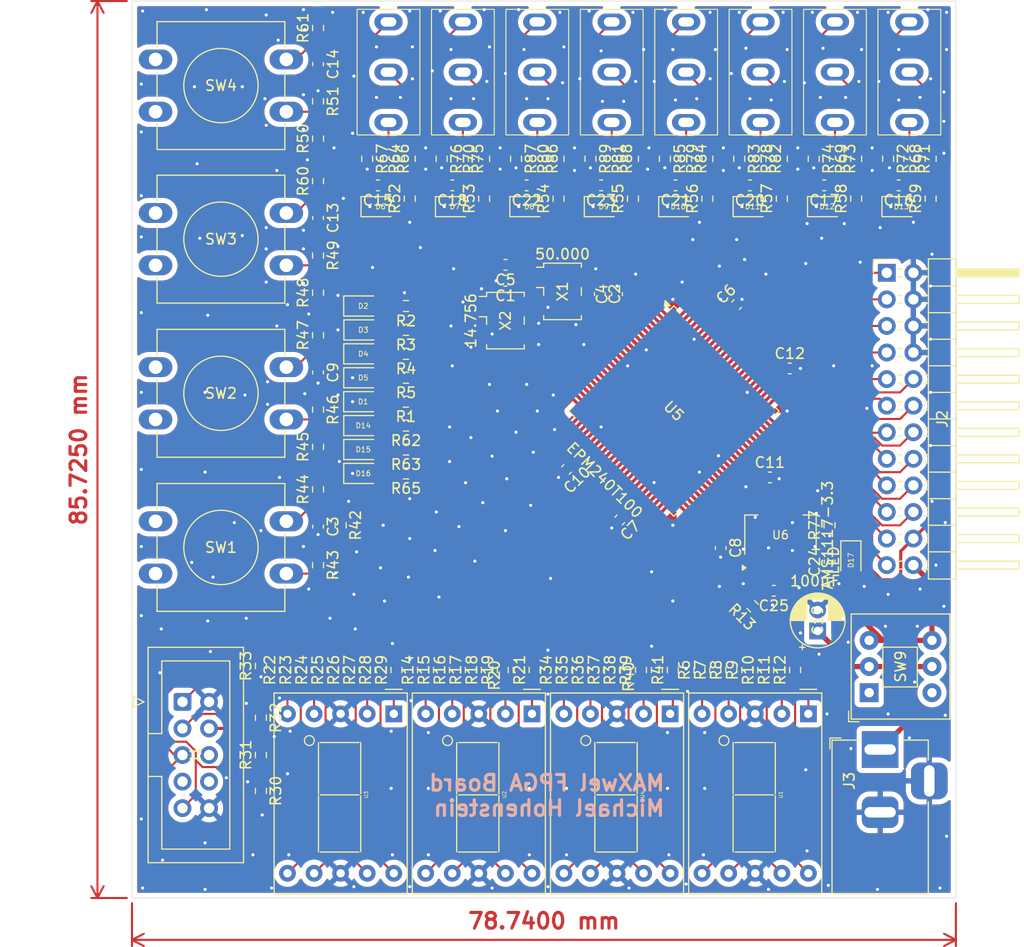
<source format=kicad_pcb>
(kicad_pcb (version 20240108) (generator "pcbnew") (generator_version "8.0")
  (layers (0 "F.Cu" signal) (31 "B.Cu" signal) (34 "B.Paste" user) (35 "F.Paste" user) (36 "B.SilkS" user "B.Silkscreen") (37 "F.SilkS" user "F.Silkscreen") (38 "B.Mask" user) (39 "F.Mask" user) (44 "Edge.Cuts" user))
  (net 0 "")
  (net 1 "+3V3")
  (net 2 "GND")
  (net 3 "Net-(C19-Pad1)")
  (net 4 "+5V")
  (net 5 "Net-(D1-A)")
  (net 6 "Net-(D2-A)")
  (net 7 "Net-(D3-A)")
  (net 8 "Net-(D4-A)")
  (net 9 "Net-(D5-A)")
  (net 10 "Net-(D6-A)")
  (net 11 "Net-(U5-IO2_85)")
  (net 12 "Net-(D8-A)")
  (net 13 "Net-(D9-A)")
  (net 14 "Net-(D10-A)")
  (net 15 "Net-(D11-A)")
  (net 16 "Net-(D12-A)")
  (net 17 "Net-(D13-A)")
  (net 18 "Net-(D14-A)")
  (net 19 "Net-(D15-A)")
  (net 20 "Net-(D16-A)")
  (net 21 "Net-(D17-K)")
  (net 22 "Net-(J1-Pin_1)")
  (net 23 "Net-(J1-Pin_5)")
  (net 25 "Net-(J1-Pin_9)")
  (net 28 "Net-(J1-Pin_3)")
  (net 29 "Net-(U5-IO1_20)")
  (net 30 "Net-(U5-IO1_37)")
  (net 31 "Net-(U5-IO1_38)")
  (net 32 "Net-(U1-C)")
  (net 33 "Net-(U5-IO1_39)")
  (net 34 "Net-(U5-IO1_40)")
  (net 35 "Net-(U5-IO1_41)")
  (net 36 "Net-(U5-IO1_42)")
  (net 37 "Net-(U5-IO1_43{slash}DEV_OE)")
  (net 38 "Net-(U1-DP)")
  (net 39 "Net-(U2-A)")
  (net 40 "Net-(U2-B)")
  (net 41 "Net-(U2-C)")
  (net 42 "Net-(U2-D)")
  (net 43 "Net-(U2-E)")
  (net 44 "Net-(U2-F)")
  (net 45 "Net-(U2-G)")
  (net 46 "Net-(U2-DP)")
  (net 47 "Net-(U5-IO1_26)")
  (net 48 "Net-(U3-A)")
  (net 49 "Net-(U3-B)")
  (net 50 "Net-(U3-C)")
  (net 51 "Net-(U3-D)")
  (net 52 "Net-(U3-E)")
  (net 53 "Net-(U3-F)")
  (net 54 "Net-(U3-G)")
  (net 55 "Net-(U3-DP)")
  (net 56 "Net-(U4-A)")
  (net 57 "Net-(U5-IO1_27)")
  (net 58 "Net-(U5-IO1_28)")
  (net 59 "Net-(U4-B)")
  (net 60 "Net-(U4-C)")
  (net 61 "Net-(U5-IO1_29)")
  (net 62 "Net-(U5-IO1_30)")
  (net 63 "Net-(U4-D)")
  (net 64 "Net-(U5-IO1_33)")
  (net 65 "Net-(U4-E)")
  (net 66 "Net-(U5-IO1_34)")
  (net 67 "Net-(U4-F)")
  (net 68 "Net-(U4-G)")
  (net 69 "Net-(U5-IO1_35)")
  (net 70 "Net-(U4-DP)")
  (net 71 "Net-(U5-IO1_36)")
  (net 72 "Net-(R42-Pad2)")
  (net 73 "Net-(R44-Pad1)")
  (net 74 "Net-(R45-Pad2)")
  (net 75 "Net-(R47-Pad1)")
  (net 76 "Net-(R48-Pad2)")
  (net 77 "Net-(R50-Pad2)")
  (net 78 "Net-(R60-Pad1)")
  (net 79 "Net-(R61-Pad1)")
  (net 80 "Net-(U5-IO1_19)")
  (net 81 "Net-(SW5-B)")
  (net 82 "Net-(SW5-A)")
  (net 83 "Net-(SW5-C)")
  (net 84 "Net-(SW6-B)")
  (net 85 "Net-(SW7-B)")
  (net 86 "Net-(SW8-B)")
  (net 87 "Net-(SW6-A)")
  (net 88 "Net-(SW6-C)")
  (net 89 "Net-(SW7-A)")
  (net 90 "Net-(SW7-C)")
  (net 91 "Net-(SW8-A)")
  (net 92 "Net-(SW8-C)")
  (net 93 "Net-(SW10-B)")
  (net 94 "Net-(SW11-B)")
  (net 95 "Net-(SW12-B)")
  (net 96 "Net-(SW13-B)")
  (net 97 "Net-(SW10-A)")
  (net 98 "Net-(SW10-C)")
  (net 99 "Net-(SW11-A)")
  (net 100 "Net-(SW11-C)")
  (net 101 "Net-(SW12-A)")
  (net 102 "Net-(SW12-C)")
  (net 103 "Net-(SW13-A)")
  (net 104 "Net-(SW13-C)")
  (net 107 "Net-(U5-IO1_14{slash}GCLK1)")
  (net 108 "Net-(U5-IO1_12{slash}GCLK0)")
  (net 111 "Net-(J2-Pin_14)")
  (net 112 "Net-(J2-Pin_15)")
  (net 113 "Net-(J2-Pin_3)")
  (net 114 "Net-(J2-Pin_18)")
  (net 115 "Net-(J2-Pin_20)")
  (net 116 "Net-(J2-Pin_10)")
  (net 117 "Net-(J2-Pin_21)")
  (net 118 "Net-(J2-Pin_12)")
  (net 119 "Net-(J2-Pin_23)")
  (net 120 "Net-(J2-Pin_5)")
  (net 121 "Net-(J2-Pin_9)")
  (net 122 "Net-(J2-Pin_19)")
  (net 123 "Net-(J2-Pin_13)")
  (net 124 "Net-(J2-Pin_7)")
  (net 125 "Net-(J2-Pin_17)")
  (net 126 "Net-(J2-Pin_1)")
  (net 127 "Net-(J2-Pin_11)")
  (net 128 "Net-(J2-Pin_16)")
  (net 129 "Net-(U1-B)")
  (net 130 "Net-(U1-A)")
  (net 131 "Net-(U1-F)")
  (net 132 "Net-(U1-D)")
  (net 133 "Net-(U1-G)")
  (net 134 "Net-(U1-E)")
  (net 135 "Net-(U5-IO2_54)")
  (net 136 "Net-(U5-IO2_55)")
  (net 137 "Net-(U5-IO2_56)")
  (net 138 "Net-(U5-IO2_57)")
  (net 139 "Net-(U5-IO2_58)")
  (net 140 "Net-(U5-IO2_61)")
  (net 141 "Net-(U5-IO2_62{slash}GCLK2)")
  (net 142 "Net-(U5-IO2_53)")
  (net 143 "Net-(U5-IO1_44{slash}DEV_CLRn)")
  (net 144 "Net-(U5-IO1_47)")
  (net 145 "Net-(U5-IO1_48)")
  (net 146 "Net-(U5-IO1_49)")
  (net 147 "Net-(U5-IO1_50)")
  (net 148 "Net-(U5-IO1_51)")
  (net 149 "Net-(U5-IO1_21)")
  (net 150 "Bridge_1")
  (net 151 "Net-(U5-IO2_86)")
  (net 152 "Net-(U5-IO2_89)")
  (net 153 "Net-(U5-IO2_87)")
  (net 154 "Net-(U5-IO2_88)")
  (net 155 "Net-(U5-IO2_90)")
  (net 156 "Net-(U5-IO2_91)")
  (net 157 "Net-(U5-IO2_100)")
  (net 158 "Net-(U5-IO2_92)")
  (net 159 "Net-(U5-IO2_98)")
  (net 160 "Net-(U5-IO2_96)")
  (net 161 "Net-(U5-IO2_1)")
  (net 162 "Net-(U5-IO2_99)")
  (net 163 "Net-(U5-IO2_97)")
  (net 164 "Net-(U5-IO2_95)")
  (net 165 "Net-(U5-IO1_2)")
  (net 166 "Net-(U5-IO1_15)")
  (net 167 "Net-(U5-IO1_16)")
  (net 168 "Net-(U5-IO1_17)")
  (net 169 "Net-(U5-IO1_18)")
  (net 170 "Net-(U5-IO1_4)")
  (net 171 "Net-(U5-IO1_3)")
  (net 172 "Net-(U5-IO1_5)")
  (net 173 "Net-(U5-IO1_6)")
  (net 174 "Net-(U5-IO1_7)")
  (net 175 "Net-(U5-IO1_8)")
  (net 176 "Net-(D7-A)")
  (footprint "Resistor_SMD:R_0603_1608Metric_Pad0.98x0.95mm_HandSolder" (layer "F.Cu") (at 141.478 84.6995 90)
    (property "Reference" "R18")
    (property "Value" "470")
  )
  (footprint "Resistor_SMD:R_0603_1608Metric_Pad0.98x0.95mm_HandSolder" (layer "F.Cu") (at 125.349 59.817 -90)
    (property "Reference" "R46")
    (property "Value" "10K")
  )
  (footprint "Resistor_SMD:R_0603_1608Metric_Pad0.98x0.95mm_HandSolder" (layer "F.Cu") (at 132.842 84.6995 90)
    (property "Reference" "R29")
    (property "Value" "470")
  )
  (footprint "Library:SW_Slide_SPDT_Straight_12.8mm_6.9mm" (layer "F.Cu") (at 146.304 27.559 -90)
    (property "Reference" "SW12" (hide yes))
    (property "Value" "SW_Wuerth_450301014042" (hide yes))
  )
  (footprint "Resistor_SMD:R_0603_1608Metric_Pad0.98x0.95mm_HandSolder" (layer "F.Cu") (at 183.896 39.65 90)
    (property "Reference" "R59")
    (property "Value" "10K")
  )
  (footprint "LED_SMD:LED_0805_2012Metric_Pad1.15x1.40mm_HandSolder" (layer "F.Cu") (at 181.102 40.412)
    (property "Reference" "D13" (hide yes))
    (property "Value" "LED" (hide yes))
  )
  (footprint "Capacitor_SMD:C_0603_1608Metric_Pad1.08x0.95mm_HandSolder" (layer "F.Cu") (at 152.27 48.768 -90)
    (property "Reference" "C2")
    (property "Value" "100n")
  )
  (footprint "Resistor_SMD:R_0603_1608Metric_Pad0.98x0.95mm_HandSolder" (layer "F.Cu") (at 153.416 35.84 -90)
    (property "Reference" "R88")
    (property "Value" "10K")
  )
  (footprint "Resistor_SMD:R_0603_1608Metric_Pad0.98x0.95mm_HandSolder" (layer "F.Cu") (at 123.698 84.6995 90)
    (property "Reference" "R23")
    (property "Value" "470")
  )
  (footprint "Resistor_SMD:R_0603_1608Metric_Pad0.98x0.95mm_HandSolder" (layer "F.Cu") (at 125.349 63.373 90)
    (property "Reference" "R45")
    (property "Value" "1K")
  )
  (footprint "Oscillator:Oscillator_SMD_EuroQuartz_XO53-4Pin_5.0x3.2mm_HandSoldering" (layer "F.Cu") (at 143.256 51.308 -90)
    (property "Reference" "X2" (hide yes))
    (property "Value" "14.756")
  )
  (footprint "Capacitor_SMD:C_0603_1608Metric_Pad1.08x0.95mm_HandSolder" (layer "F.Cu") (at 125.349 56.261 -90)
    (property "Reference" "C9")
    (property "Value" "20n")
  )
  (footprint "Resistor_SMD:R_0603_1608Metric_Pad0.98x0.95mm_HandSolder" (layer "F.Cu") (at 139.954 84.6995 90)
    (property "Reference" "R17")
    (property "Value" "470")
  )
  (footprint "Oscillator:Oscillator_SMD_EuroQuartz_XO53-4Pin_5.0x3.2mm_HandSoldering" (layer "F.Cu") (at 148.714 48.514 -90)
    (property "Reference" "X1" (hide yes))
    (property "Value" "50.000")
  )
  (footprint "Resistor_SMD:R_0603_1608Metric_Pad0.98x0.95mm_HandSolder" (layer "F.Cu") (at 163.322 84.6995 90)
    (property "Reference" "R7")
    (property "Value" "470")
  )
  (footprint "Resistor_SMD:R_0603_1608Metric_Pad0.98x0.95mm_HandSolder" (layer "F.Cu") (at 166.878 78.613 135)
    (property "Reference" "R13")
    (property "Value" "470")
  )
  (footprint "Library:SW_Slide_SPDT_Straight_12.8mm_6.9mm" (layer "F.Cu") (at 153.416 27.559 -90)
    (property "Reference" "SW13" (hide yes))
    (property "Value" "SW_Wuerth_450301014042" (hide yes))
  )
  (footprint "LED_SMD:LED_0805_2012Metric_Pad1.15x1.40mm_HandSolder" (layer "F.Cu") (at 129.667 65.913)
    (property "Reference" "D16" (hide yes))
    (property "Value" "LED" (hide yes))
  )
  (footprint "Resistor_SMD:R_0603_1608Metric_Pad0.98x0.95mm_HandSolder" (layer "F.Cu") (at 133.738 59.055 180)
    (property "Reference" "R1")
    (property "Value" "10K")
  )
  (footprint "Library:SW_PUSH-12mm" (layer "F.Cu") (at 122.319 31.344 180)
    (property "Reference" "SW4" (hide yes))
    (property "Value" "SW_Push_Dual" (hide yes))
  )
  (footprint "Resistor_SMD:R_0603_1608Metric_Pad0.98x0.95mm_HandSolder" (layer "F.Cu") (at 133.756 63.627 180)
    (property "Reference" "R63")
    (property "Value" "10K")
  )
  (footprint "Display_7Segment:D1X8K" (layer "F.Cu") (at 145.796 88.886 -90)
    (property "Reference" "U2" (hide yes))
    (property "Value" "D168K" (hide yes))
  )
  (footprint "Resistor_SMD:R_0603_1608Metric_Pad0.98x0.95mm_HandSolder" (layer "F.Cu") (at 119.888 96.252 -90)
    (property "Reference" "R30")
    (property "Value" "10K")
  )
  (footprint "Resistor_SMD:R_0603_1608Metric_Pad0.98x0.95mm_HandSolder" (layer "F.Cu") (at 157.734 84.6995 90)
    (property "Reference" "R40")
    (property "Value" "470")
  )
  (footprint "Resistor_SMD:R_0603_1608Metric_Pad0.98x0.95mm_HandSolder" (layer "F.Cu") (at 169.672 39.65 90)
    (property "Reference" "R57")
    (property "Value" "10K")
  )
  (footprint "Resistor_SMD:R_0603_1608Metric_Pad0.98x0.95mm_HandSolder" (layer "F.Cu") (at 169.418 84.6995 90)
    (property "Reference" "R11")
    (property "Value" "470")
  )
  (footprint "Resistor_SMD:R_0603_1608Metric_Pad0.98x0.95mm_HandSolder" (layer "F.Cu") (at 143.002 84.6995 90)
    (property "Reference" "R19")
    (property "Value" "470")
  )
  (footprint "Resistor_SMD:R_0603_1608Metric_Pad0.98x0.95mm_HandSolder" (layer "F.Cu") (at 131.318 84.6995 90)
    (property "Reference" "R28")
    (property "Value" "470")
  )
  (footprint "Capacitor_SMD:C_0603_1608Metric_Pad1.08x0.95mm_HandSolder" (layer "F.Cu") (at 138.176 38.38 180)
    (property "Reference" "C18")
    (property "Value" "20n")
  )
  (footprint "Resistor_SMD:R_0603_1608Metric_Pad0.98x0.95mm_HandSolder" (layer "F.Cu") (at 166.37 84.6995 90)
    (property "Reference" "R9")
    (property "Value" "470")
  )
  (footprint "Resistor_SMD:R_0603_1608Metric_Pad0.98x0.95mm_HandSolder" (layer "F.Cu") (at 132.08 35.84 -90)
    (property "Reference" "R66")
    (property "Value" "10K")
  )
  (footprint "LED_SMD:LED_0805_2012Metric_Pad1.15x1.40mm_HandSolder" (layer "F.Cu") (at 129.667 63.627)
    (property "Reference" "D15" (hide yes))
    (property "Value" "LED" (hide yes))
  )
  (footprint "Resistor_SMD:R_0603_1608Metric_Pad0.98x0.95mm_HandSolder" (layer "F.Cu") (at 128.27 84.6995 90)
    (property "Reference" "R26")
    (property "Value" "470")
  )
  (footprint "Resistor_SMD:R_0603_1608Metric_Pad0.98x0.95mm_HandSolder" (layer "F.Cu") (at 167.64 35.84 -90)
    (property "Reference" "R82")
    (property "Value" "10K")
  )
  (footprint "Capacitor_SMD:C_0603_1608Metric_Pad1.08x0.95mm_HandSolder" (layer "F.Cu") (at 125.349 41.489 -90)
    (property "Reference" "C13")
    (property "Value" "20n")
  )
  (footprint "Library:SW_Slide_SPDT_Straight_12.8mm_6.9mm" (layer "F.Cu") (at 160.528 27.559 -90)
    (property "Reference" "SW11" (hide yes))
    (property "Value" "SW_Wuerth_450301014042" (hide yes))
  )
  (footprint "Resistor_SMD:R_0603_1608Metric_Pad0.98x0.95mm_HandSolder" (layer "F.Cu") (at 153.162 84.6995 90)
    (property "Reference" "R37")
    (property "Value" "470")
  )
  (footprint "Resistor_SMD:R_0603_1608Metric_Pad0.98x0.95mm_HandSolder" (layer "F.Cu") (at 155.448 39.65 90)
    (property "Reference" "R55")
    (property "Value" "10K")
  )
  (footprint "LED_SMD:LED_0805_2012Metric_Pad1.15x1.40mm_HandSolder" (layer "F.Cu") (at 129.667 54.483)
    (property "Reference" "D4" (hide yes))
    (property "Value" "LED" (hide yes))
  )
  (footprint "Resistor_SMD:R_0603_1608Metric_Pad0.98x0.95mm_HandSolder" (layer "F.Cu") (at 165.608 35.84 -90)
    (property "Reference" "R83")
    (property "Value" "10K")
  )
  (footprint "LED_SMD:LED_0805_2012Metric_Pad1.15x1.40mm_HandSolder" (layer "F.Cu") (at 129.681 52.197)
    (property "Reference" "D3" (hide yes))
    (property "Value" "LED" (hide yes))
  )
  (footprint "LED_SMD:LED_0805_2012Metric_Pad1.15x1.40mm_HandSolder" (layer "F.Cu") (at 129.667 61.341)
    (property "Reference" "D14" (hide yes))
    (property "Value" "LED" (hide yes))
  )
  (footprint "Capacitor_SMD:C_0603_1608Metric_Pad1.08x0.95mm_HandSolder" (layer "F.Cu") (at 180.848 38.38 180)
    (property "Reference" "C16")
    (property "Value" "20n")
  )
  (footprint "Capacitor_THT:CP_Radial_D5.0mm_P2.00mm" (layer "F.Cu") (at 173.101 80.965113 90)
    (property "Reference" "C19" (hide yes))
    (property "Value" "100µF")
  )
  (footprint "Resistor_SMD:R_0603_1608Metric_Pad0.98x0.95mm_HandSolder" (layer "F.Cu") (at 133.752 49.911 180)
    (property "Reference" "R2")
    (property "Value" "10K")
  )
  (footprint "Capacitor_SMD:C_0603_1608Metric_Pad1.08x0.95mm_HandSolder" (layer "F.Cu") (at 168.529 66.294)
    (property "Reference" "C11")
    (property "Value" "100n")
  )
  (footprint "Library:SW_Slide_SPDT_Straight_12.8mm_6.9mm" (layer "F.Cu") (at 132.08 27.559 -90)
    (property "Reference" "SW5" (hide yes))
    (property "Value" "SW_Wuerth_450301014042" (hide yes))
  )
  (footprint "Capacitor_SMD:C_0603_1608Metric_Pad1.08x0.95mm_HandSolder" (layer "F.Cu") (at 149.098 65.532 -135)
    (property "Reference" "C10")
    (property "Value" "100n")
  )
  (footprint "Resistor_SMD:R_0603_1608Metric_Pad0.98x0.95mm_HandSolder" (layer "F.Cu") (at 174.752 35.84 -90)
    (property "Reference" "R73")
    (property "Value" "10K")
  )
  (footprint "Resistor_SMD:R_0603_1608Metric_Pad0.98x0.95mm_HandSolder" (layer "F.Cu") (at 164.846 84.6995 90)
    (property "Reference" "R8")
    (property "Value" "470")
  )
  (footprint "Resistor_SMD:R_0603_1608Metric_Pad0.98x0.95mm_HandSolder" (layer "F.Cu") (at 119.888 84.314 90)
    (property "Reference" "R33")
    (property "Value" "10K")
  )
  (footprint "Capacitor_SMD:C_0603_1608Metric_Pad1.08x0.95mm_HandSolder" (layer "F.Cu") (at 153.924 48.768 90)
    (property "Reference" "C4")
    (property "Value" "100n")
  )
  (footprint "Button_Switch_THT:SW_Push_2P2T_Toggle_CK_PVA2OAH5xxxxxxV2" (layer "F.Cu") (at 178.023 86.868 90)
    (property "Reference" "SW9" (hide yes))
    (property "Value" "SW_Push_DPDT" (hide yes))
  )
  (footprint "Resistor_SMD:R_0603_1608Metric_Pad0.98x0.95mm_HandSolder" (layer "F.Cu") (at 155.448 35.84 90)
    (property "Reference" "R81")
    (property "Value" "1K")
  )
  (footprint "Resistor_SMD:R_0603_1608Metric_Pad0.98x0.95mm_HandSolder" (layer "F.Cu") (at 125.349 74.676 -90)
    (property "Reference" "R43")
    (property "Value" "10K")
  )
  (footprint "LED_SMD:LED_0805_2012Metric_Pad1.15x1.40mm_HandSolder" (layer "F.Cu") (at 129.667 56.769)
    (property "Reference" "D5" (hide yes))
    (property "Value" "LED" (hide yes))
  )
  (footprint "Capacitor_SMD:C_0603_1608Metric_Pad1.08x0.95mm_HandSolder" (layer "F.Cu") (at 173.736 38.38 180)
    (property "Reference" "C17")
    (property "Value" "20n")
  )
  (footprint "Capacitor_SMD:C_0603_1608Metric_Pad1.08x0.95mm_HandSolder" (layer "F.Cu") (at 131.064 38.38 180)
    (property "Reference" "C15")
    (property "Value" "20n")
  )
  (footprint "Resistor_SMD:R_0603_1608Metric_Pad0.98x0.95mm_HandSolder" (layer "F.Cu") (at 183.896 35.84 90)
    (property "Reference" "R68")
    (property "Value" "1K")
  )
  (footprint "Capacitor_SMD:C_0603_1608Metric_Pad1.08x0.95mm_HandSolder" (layer "F.Cu") (at 163.83 73.025 -90)
    (property "Reference" "C8")
    (property "Value" "100n")
  )
  (footprint "LED_SMD:LED_0805_2012Metric_Pad1.15x1.40mm_HandSolder" (layer "F.Cu") (at 176.276 74.21525 -90)
    (property "Reference" "D17" (hide yes))
    (property "Value" "LED")
  )
  (footprint "LED_SMD:LED_0805_2012Metric_Pad1.15x1.40mm_HandSolder" (layer "F.Cu") (at 129.658 59.055)
    (property "Reference" "D1" (hide yes))
    (property "Value" "LED" (hide yes))
  )
  (footprint "Display_7Segment:D1X8K" (layer "F.Cu") (at 132.588 88.886 -90)
    (property "Reference" "U3" (hide yes))
    (property "Value" "D168K" (hide yes))
  )
  (footprint "Resistor_SMD:R_0603_1608Metric_Pad0.98x0.95mm_HandSolder" (layer "F.Cu") (at 181.864 35.84 -90)
    (property "Reference" "R71")
    (property "Value" "10K")
  )
  (footprint "Capacitor_SMD:C_0603_1608Metric_Pad1.08x0.95mm_HandSolder" (layer "F.Cu") (at 125.349 70.993 -90)
    (property "Reference" "C3")
    (property "Value" "20n")
  )
  (footprint "Resistor_SMD:R_0603_1608Metric_Pad0.98x0.95mm_HandSolder" (layer "F.Cu") (at 125.349 33.909 90)
    (property "Reference" "R50")
    (property "Value" "1K")
  )
  (footprint "Resistor_SMD:R_0603_1608Metric_Pad0.98x0.95mm_HandSolder" (layer "F.Cu") (at 146.304 35.84 -90)
    (property "Reference" "R86")
    (property "Value" "10K")
  )
  (footprint "Capacitor_SMD:C_0603_1608Metric_Pad1.08x0.95mm_HandSolder" (layer "F.Cu") (at 159.512 38.38 180)
    (property "Reference" "C21")
    (property "Value" "20n")
  )
  (footprint "Resistor_SMD:R_0603_1608Metric_Pad0.98x0.95mm_HandSolder" (layer "F.Cu") (at 119.888 89.267 -90)
    (property "Reference" "R32")
    (property "Value" "10K")
  )
  (footprint "Connector_BarrelJack:BarrelJack_Horizontal" (layer "F.Cu") (at 179.07 92.298 90)
    (property "Reference" "J3" (hide yes))
    (property "Value" "Barrel_Jack_Switch_Pin3Ring" (hide yes))
  )
  (footprint "Library:SW_Slide_SPDT_Straight_12.8mm_6.9mm" (layer "F.Cu") (at 167.64 27.559 -90)
    (property "Reference" "SW10" (hide yes))
    (property "Value" "SW_Wuerth_450301014042" (hide yes))
  )
  (footprint "Resistor_SMD:R_0603_1608Metric_Pad0.98x0.95mm_HandSolder" (layer "F.Cu") (at 133.756 65.913 180)
    (property "Reference" "R65")
    (property "Value" "10K")
  )
  (footprint "Library:SW_PUSH-12mm" (layer "F.Cu") (at 122.319 60.753 180)
    (property "Reference" "SW2" (hide yes))
    (property "Value" "SW_Push_Dual" (hide yes))
  )
  (footprint "Resistor_SMD:R_0603_1608Metric_Pad0.98x0.95mm_HandSolder" (layer "F.Cu") (at 151.384 35.84 -90)
    (property "Reference" "R89")
    (property "Value" "10K")
  )
  (footprint "Library:SW_Slide_SPDT_Straight_12.8mm_6.9mm" (layer "F.Cu") (at 139.192 27.559 -90)
    (property "Reference" "SW8" (hide yes))
    (property "Value" "SW_Wuerth_450301014042" (hide yes))
  )
  (footprint "Resistor_SMD:R_0603_1608Metric_Pad0.98x0.95mm_HandSolder" (layer "F.Cu") (at 156.21 84.6995 90)
    (property "Reference" "R39")
    (property "Value" "470")
  )
  (footprint "Resistor_SMD:R_0603_1608Metric_Pad0.98x0.95mm_HandSolder" (layer "F.Cu") (at 141.224 39.65 90)
    (property "Reference" "R53")
    (property "Value" "10K")
  )
  (footprint "LED_SMD:LED_0805_2012Metric_Pad1.15x1.40mm_HandSolder" (layer "F.Cu") (at 138.43 40.412)
    (property "Reference" "D7" (hide yes))
    (property "Value" "LED" (hide yes))
  )
  (footprint "Capacitor_SMD:C_0603_1608Metric_Pad1.08x0.95mm_HandSolder" (layer "F.Cu") (at 168.91 77.12725 180)
    (property "Reference" "C25")
    (property "Value" "47n")
  )
  (footprint "Resistor_SMD:R_0603_1608Metric_Pad0.98x0.95mm_HandSolder" (layer "F.Cu") (at 174.23075 70.866 90)
    (property "Reference" "R77")
    (property "Value" "10K")
  )
  (footprint "Resistor_SMD:R_0603_1608Metric_Pad0.98x0.95mm_HandSolder" (layer "F.Cu") (at 141.224 35.84 90)
    (property "Reference" "R70")
    (property "Value" "1K")
  )
  (footprint "Display_7Segment:D1X8K" (layer "F.Cu") (at 159.004 88.886 -90)
    (property "Reference" "U4" (hide yes))
    (property "Value" "D168K" (hide yes))
  )
  (footprint "Resistor_SMD:R_0603_1608Metric_Pad0.98x0.95mm_HandSolder" (layer "F.Cu") (at 162.56 39.65 90)
    (property "Reference" "R56")
    (property "Value" "10K")
  )
  (footprint "Connector_IDC:IDC-Header_2x05_P2.54mm_Vertical" (layer "F.Cu") (at 112.395 87.743)
    (property "Reference" "J1" (hide yes))
    (property "Value" "Conn_02x05_Odd_Even" (hide yes))
  )
  (footprint "Resistor_SMD:R_0603_1608Metric_Pad0.98x0.95mm_HandSolder" (layer "F.Cu") (at 169.672 35.84 90)
    (property "Reference" "R78")
    (property "Value" "1K")
  )
  (footprint "LED_SMD:LED_0805_2012Metric_Pad1.15x1.40mm_HandSolder" (layer "F.Cu") (at 173.99 40.412)
    (property "Reference" "D12" (hide yes))
    (property "Value" "LED" (hide yes))
  )
  (footprint "Resistor_SMD:R_0603_1608Metric_Pad0.98x0.95mm_HandSolder" (layer "F.Cu") (at 125.349 30.353 -90)
    (property "Reference" "R51")
    (property "Value" "10K")
  )
  (footprint "Resistor_SMD:R_0603_1608Metric_Pad0.98x0.95mm_HandSolder" (layer "F.Cu") (at 176.784 39.65 90)
    (property "Reference" "R58")
    (property "Value" "10K")
  )
  (footprint "Display_7Segment:D1X8K" (layer "F.Cu") (at 172.212 88.886 -90)
    (property "Reference" "U1" (hide yes))
    (property "Value" "D168K" (hide yes))
  )
  (footprint "Resistor_SMD:R_0603_1608Metric_Pad0.98x0.95mm_HandSolder" (layer "F.Cu") (at 144.526 84.6995 90)
    (property "Reference" "R20")
    (property "Value" "470")
  )
  (footprint "Resistor_SMD:R_0603_1608Metric_Pad0.98x0.95mm_HandSolder" (layer "F.Cu") (at 137.16 35.84 -90)
    (property "Reference" "R76")
    (property "Value" "10K")
  )
  (footprint "Resistor_SMD:R_0603_1608Metric_Pad0.98x0.95mm_HandSolder" (layer "F.Cu") (at 119.888 92.823 90)
    (property "Reference" "R31")
    (property "Value" "10K")
  )
  (footprint "Resistor_SMD:R_0603_1608Metric_Pad0.98x0.95mm_HandSolder" (layer "F.Cu") (at 134.112 35.84 90)
    (property "Reference" "R64")
    (property "Value" "1K")
  )
  (footprint "Capacitor_SMD:C_0603_1608Metric_Pad1.08x0.95mm_HandSolder" (layer "F.Cu") (at 145.288 38.38 180)
    (property "Reference" "C22")
    (property "Value" "20n")
  )
  (footprint "Resistor_SMD:R_0603_1608Metric_Pad0.98x0.95mm_HandSolder" (layer "F.Cu") (at 139.192 35.84 -90)
    (property "Reference" "R75")
    (property "Value" "10K")
  )
  (footprint "Resistor_SMD:R_0603_1608Metric_Pad0.98x0.95mm_HandSolder" (layer "F.Cu") (at 129.794 84.6995 90)
    (property "Reference" "R27")
    (property "Value" "470")
  )
  (footprint "Resistor_SMD:R_0603_1608Metric_Pad0.98x0.95mm_HandSolder" (layer "F.Cu") (at 146.05 84.6995 90)
    (property "Reference" "R21")
    (property "Value" "470")
  )
  (footprint "Resistor_SMD:R_0603_1608Metric_Pad0.98x0.95mm_HandSolder" (layer "F.Cu") (at 133.756 56.769 180)
    (property "Reference" "R5")
    (property "Value" "10K")
  )
  (footprint "Resistor_SMD:R_0603_1608Metric_Pad0.98x0.95mm_HandSolder" (layer "F.Cu") (at 133.756 54.483 180)
    (property "Reference" "R4")
    (property "Value" "10K")
  )
  (footprint "Resistor_SMD:R_0603_1608Metric_Pad0.98x0.95mm_HandSolder" (layer "F.Cu") (at 144.272 35.84 -90)
    (property "Reference" "R87")
    (property "Value" "10K")
  )
  (footprint "Resistor_SMD:R_0603_1608Metric_Pad0.98x0.95mm_HandSolder" (layer "F.Cu") (at 161.798 84.6995 90)
    (property "Reference" "R6")
    (property "Value" "470")
  )
  (footprint "Resistor_SMD:R_0603_1608Metric_Pad0.98x0.95mm_HandSolder" (layer "F.Cu") (at 159.258 84.6995 90)
    (property "Reference" "R41")
    (property "Value" "470")
  )
  (footprint "Capacitor_SMD:C_0603_1608Metric_Pad1.08x0.95mm_HandSolder" (layer "F.Cu") (at 166.624 38.38 180)
    (property "Reference" "C20")
    (property "Value" "20n")
  )
  (footprint "Resistor_SMD:R_0603_1608Metric_Pad0.98x0.95mm_HandSolder" (layer "F.Cu") (at 127.508 70.866 -90)
    (property "Reference" "R42")
    (property "Value" "1K")
  )
  (footprint "Resistor_SMD:R_0603_1608Metric_Pad0.98x0.95mm_HandSolder" (layer "F.Cu") (at 133.756 61.341 180)
    (property "Reference" "R62")
    (property "Value" "10K")
  )
  (footprint "Resistor_SMD:R_0603_1608Metric_Pad0.98x0.95mm_HandSolder" (layer "F.Cu") (at 136.906 84.6995 90)
    (property "Reference" "R15")
    (property "Value" "470")
  )
  (footprint "Resistor_SMD:R_0603_1608Metric_Pad0.98x0.95mm_HandSolder" (layer "F.Cu") (at 179.832 35.84 -90)
    (property "Reference" "R72")
    (property "Value" "10K")
  )
  (footprint "Resistor_SMD:R_0603_1608Metric_Pad0.98x0.95mm_HandSolder" (layer "F.Cu") (at 162.56 35.84 90)
    (property "Reference" "R79")
    (property "Value" "1K")
  )
  (footprint "Resistor_SMD:R_0603_1608Metric_Pad0.98x0.95mm_HandSolder" (layer "F.Cu") (at 138.43 84.6995 90)
    (property "Reference" "R16")
    (property "Value" "470")
  )
  (footprint "Resistor_SMD:R_0603_1608Metric_Pad0.98x0.95mm_HandSolder" (layer "F.Cu") (at 176.784 35.84 90)
    (property "Reference" "R69")
    (property "Value" "1K")
  )
  (footprint "Library:SW_Slide_SPDT_Straight_12.8mm_6.9mm" (layer "F.Cu") (at 181.864 27.559 -90)
    (property "Reference" "SW6" (hide yes))
    (property "Value" "SW_Wuerth_450301014042" (hide yes))
  )
  (footprint "Resistor_SMD:R_0603_1608Metric_Pad0.98x0.95mm_HandSolder" (layer "F.Cu") (at 134.112 39.65 90)
    (property "Reference" "R52")
    (property "Value" "10K")
  )
  (footprint "Connector_PinHeader_2.54mm:PinHeader_2x12_P2.54mm_Horizontal" (layer "F.Cu") (at 179.705 46.736)
    (property "Reference" "J2" (hide yes))
    (property "Value" "Conn_02x12_Counter_Clockwise" (hide yes))
  )
  (footprint "Package_TO_SOT_SMD:SOT-223-3_TabPin2" (layer "F.Cu") (at 169.545 71.79325 90)
    (property "Reference" "U6" (hide yes))
    (property "Value" "AMS1117-3.3")
  )
  (footprint "Resistor_SMD:R_0603_1608Metric_Pad0.98x0.95mm_HandSolder" (layer "F.Cu") (at 160.528 35.84 -90)
    (property "Reference" "R84")
    (property "Value" "10K")
  )
  (footprint "Resistor_SMD:R_0603_1608Metric_Pad0.98x0.95mm_HandSolder" (layer "F.Cu") (at 126.746 84.6995 90)
    (property "Reference" "R25")
    (property "Value" "470")
  )
  (footprint "Resistor_SMD:R_0603_1608Metric_Pad0.98x0.95mm_HandSolder" (layer "F.Cu") (at 151.638 84.6995 90)
    (property "Reference" "R36")
    (property "Value" "470")
  )
  (footprint "Resistor_SMD:R_0603_1608Metric_Pad0.98x0.95mm_HandSolder" (layer "F.Cu") (at 167.894 84.6995 90)
    (property "Reference" "R10")
    (property "Value" "470")
  )
  (footprint "Resistor_SMD:R_0603_1608Metric_Pad0.98x0.95mm_HandSolder" (layer "F.Cu") (at 125.349 52.705 90)
    (property "Reference" "R47")
    (property "Value" "1K")
  )
  (footprint "LED_SMD:LED_0805_2012Metric_Pad1.15x1.40mm_HandSolder" (layer "F.Cu") (at 166.878 40.412)
    (property "Reference" "D11" (hide yes))
    (property "Value" "LED" (hide yes))
  )
  (footprint "Resistor_SMD:R_0603_1608Metric_Pad0.98x0.95mm_HandSolder" (layer "F.Cu") (at 158.496 35.84 -90)
    (property "Reference" "R85")
    (property "Value" "10K")
  )
  (footprint "Resistor_SMD:R_0603_1608Metric_Pad0.98x0.95mm_HandSolder" (layer "F.Cu") (at 150.114 84.6995 90)
    (property "Reference" "R35")
    (property "Value" "470")
  )
  (footprint "Resistor_SMD:R_0603_1608Metric_Pad0.98x0.95mm_HandSolder" (layer "F.Cu") (at 130.048 35.84 -90)
    (property "Reference" "R67")
    (property "Value" "10K")
  )
  (footprint "Resistor_SMD:R_0603_1608Metric_Pad0.98x0.95mm_HandSolder" (layer "F.Cu") (at 148.336 35.84 90)
    (property "Reference" "R80")
    (property "Value" "1K")
  )
  (footprint "Capacitor_SMD:C_0603_1608Metric_Pad1.08x0.95mm_HandSolder" (layer "F.Cu") (at 154.178 70.358 -135)
    (property "Reference" "C7")
    (property "Value" "100n")
  )
  (footprint "Capacitor_SMD:C_0603_1608Metric_Pad1.08x0.95mm_HandSolder" (layer "F.Cu") (at 165.354 49.784 45)
    (property "Reference" "C6")
    (property "Value" "100n")
  )
  (footprint "Resistor_SMD:R_0603_1608Metric_Pad0.98x0.95mm_HandSolder" (layer "F.Cu") (at 122.174 84.6995 90)
    (property "Reference" "R22")
    (property "Value" "470")
  )
  (footprint "Resistor_SMD:R_0603_1608Metric_Pad0.98x0.95mm_HandSolder" (layer "F.Cu") (at 125.222 84.6995 90)
    (property "Reference" "R24")
    (property "Value" "470")
  )
  (footprint "Capacitor_SMD:C_0603_1608Metric_Pad1.08x0.95mm_HandSolder" (layer "F.Cu") (at 125.349 26.797 -90)
    (property "Reference" "C14")
    (property "Value" "20n")
  )
  (footprint "LED_SMD:LED_0805_2012Metric_Pad1.15x1.40mm_HandSolder" (layer "F.Cu") (at 159.766 40.412)
    (property "Reference" "D10" (hide yes))
    (property "Value" "LED" (hide yes))
  )
  (footprint "Capacitor_SMD:C_0603_1608Metric_Pad1.08x0.95mm_HandSolder" (layer "F.Cu") (at 170.434 55.88)
    (property "Reference" "C12")
    (property "Value" "100n")
  )
  (footprint "Resistor_SMD:R_0603_1608Metric_Pad0.98x0.95mm_HandSolder" (layer "F.Cu") (at 154.686 84.6995 90)
    (property "Reference" "R38")
    (property "Value" "470")
  )
  (footprint "LED_SMD:LED_0805_2012Metric_Pad1.15x1.40mm_HandSolder" (layer "F.Cu") (at 129.663 49.911)
    (property "Reference" "D2" (hide yes))
    (property "Value" "LED" (hide yes))
  )
  (footprint "Resistor_SMD:R_0603_1608Metric_Pad0.98x0.95mm_HandSolder" (layer "F.Cu") (at 170.942 84.6995 90)
    (property "Reference" "R12")
    (property "Value" "470")
  )
  (footprint "Resistor_SMD:R_0603_1608Metric_Pad0.98x0.95mm_HandSolder" (layer "F.Cu") (at 125.349 23.3445 90)
    (property "Reference" "R61")
    (property "Value" "1K")
  )
  (footprint "Resistor_SMD:R_0603_1608Metric_Pad0.98x0.95mm_HandSolder" (layer "F.Cu") (at 148.59 84.6995 90)
    (property "Reference" "R34")
    (property "Value" "470")
  )
  (footprint "Resistor_SMD:R_0603_1608Metric_Pad0.98x0.95mm_HandSolder" (layer "F.Cu") (at 172.72 35.84 -90)
    (property "Reference" "R74")
    (property "Value" "10K")
  )
  (footprint "Package_QFP:TQFP-100_14x14mm_P0.5mm" (layer "F.Cu") (at 159.348707 59.949118 -45)
    (property "Reference" "U5" (hide yes))
    (property "Value" "EPM240T100")
  )
  (footprint "Library:SW_PUSH-12mm" (layer "F.Cu") (at 122.319 46.021 180)
    (property "Reference" "SW3" (hide yes))
    (property "Value" "SW_Push_Dual" (hide yes))
  )
  (footprint "Capacitor_SMD:C_0603_1608Metric_Pad1.08x0.95mm_HandSolder" (layer "F.Cu") (at 143.256 47.498 180)
    (property "Reference" "C1")
    (property "Value" "100n")
  )
  (footprint "Resistor_SMD:R_0603_1608Metric_Pad0.98x0.95mm_HandSolder" (layer "F.Cu") (at 125.349 37.973 90)
    (property "Reference" "R60")
    (property "Value" "1K")
  )
  (footprint "Resistor_SMD:R_0603_1608Metric_Pad0.98x0.95mm_HandSolder" (layer "F.Cu") (at 148.336 39.65 90)
    (property "Reference" "R54")
    (property "Value" "10K")
  )
  (footprint "LED_SMD:LED_0805_2012Metric_Pad1.15x1.40mm_HandSolder" (layer "F.Cu") (at 131.318 40.412)
    (property "Reference" "D6" (hide yes))
    (property "Value" "LED" (hide yes))
  )
  (footprint "Resistor_SMD:R_0603_1608Metric_Pad0.98x0.95mm_HandSolder" (layer "F.Cu") (at 135.382 84.6995 90)
    (property "Reference" "R14")
    (property "Value" "470")
  )
  (footprint "LED_SMD:LED_0805_2012Metric_Pad1.15x1.40mm_HandSolder" (layer "F.Cu") (at 145.542 40.412)
    (property "Reference" "D8" (hide yes))
    (property "Value" "LED" (hide yes))
  )
  (footprint "Library:SW_PUSH-12mm" (layer "F.Cu") (at 122.319 75.485 180)
    (property "Reference" "SW1" (hide yes))
    (property "Value" "SW_Push_Dual" (hide yes))
  )
  (footprint "Library:SW_Slide_SPDT_Straight_12.8mm_6.9mm" (layer "F.Cu") (at 174.752 27.559 -90)
    (property "Reference" "SW7" (hide yes))
    (property "Value" "SW_Wuerth_450301014042" (hide yes))
  )
  (footprint "LED_SMD:LED_0805_2012Metric_Pad1.15x1.40mm_HandSolder" (layer "F.Cu") (at 152.654 40.412)
    (property "Reference" "D9" (hide yes))
    (property "Value" "LED" (hide yes))
  )
  (footprint "Resistor_SMD:R_0603_1608Metric_Pad0.98x0.95mm_HandSolder" (layer "F.Cu") (at 133.752 52.197 180)
    (property "Reference" "R3")
    (property "Value" "10K")
  )
  (footprint "Capacitor_SMD:C_0603_1608Metric_Pad1.08x0.95mm_HandSolder" (layer "F.Cu") (at 174.244 74.33325 90)
    (property "Reference" "C24")
    (property "Value" "100n")
  )
  (footprint "Resistor_SMD:R_0603_1608Metric_Pad0.98x0.95mm_HandSolder" (layer "F.Cu") (at 125.349 48.641 90)
    (property "Reference" "R48")
    (property "Value" "1K")
  )
  (footprint "Resistor_SMD:R_0603_1608Metric_Pad0.98x0.95mm_HandSolder" (layer "F.Cu") (at 125.349 67.437 90)
    (property "Reference" "R44")
    (property "Value" "1K")
  )
  (footprint "Resistor_SMD:R_0603_1608Metric_Pad0.98x0.95mm_HandSolder" (layer "F.Cu") (at 125.349 45.085 -90)
    (property "Reference" "R49")
    (property "Value" "10K")
  )
  (footprint "Capacitor_SMD:C_0603_1608Metric_Pad1.08x0.95mm_HandSolder" (layer "F.Cu") (at 143.256 45.974 180)
    (property "Reference" "C5")
    (property "Value" "100n")
  )
  (footprint "Capacitor_SMD:C_0603_1608Metric_Pad1.08x0.95mm_HandSolder" (layer "F.Cu") (at 152.4 38.38 180)
    (property "Reference" "C23")
    (property "Value" "20n")
  )
  (gr_rect (start 107.569 20.7645) (end 186.309 106.4895) (stroke (width 0.05)) (fill none) (layer "Edge.Cuts"))
  (gr_text "MAXwel FPGA Board\nMichael Hohenstein" (at 158.623 98.792 0) (layer "B.SilkS") (effects (font (size 1.5 1.5) (thickness 0.3) (bold yes)) (justify left bottom mirror)))
  (dimension (type aligned) (layer "F.Cu") (pts (xy 107.569 106.4895) (xy 186.309 106.4895)) (height 4.0005) (gr_text "78,7400 mm" (at 146.939 108.69 0) (layer "F.Cu") (effects (font (size 1.5 1.5) (thickness 0.3)))) (format (prefix "") (suffix "") (units 3) (units_format 1) (precision 4)) (style (thickness 0.2) (arrow_length 1.27) (text_position_mode 0) (extension_height 0.58642) (extension_offset 0.5) keep_text_aligned))
  (dimension (type aligned) (layer "F.Cu") (pts (xy 107.569 20.7645) (xy 107.569 106.4895)) (height 3.301999) (gr_text "85,7250 mm" (at 102.467001 63.627 90) (layer "F.Cu") (effects (font (size 1.5 1.5) (thickness 0.3)))) (format (prefix "") (suffix "") (units 3) (units_format 1) (precision 4)) (style (thickness 0.2) (arrow_length 1.27) (text_position_mode 0) (extension_height 0.58642) (extension_offset 0.5) keep_text_aligned))
  (segment (start 119.507 62.611) (end 123.19 66.294) (width 0.4) (layer "F.Cu") (net 1))
  (segment (start 161.969184 53.086) (end 162.645592 52.409592) (width 0.3) (layer "F.Cu") (net 1))
  (segment (start 119.888 97.1645) (end 120.3725 97.1645) (width 0.4) (layer "F.Cu") (net 1))
  (segment (start 120.1655 90.283) (end 114.935 90.283) (width 0.3) (layer "F.Cu") (net 1))
  (segment (start 163.618795 64.219205) (end 163.618795 64.219206) (width 0.3) (layer "F.Cu") (net 1))
  (segment (start 169.799 69.138) (end 169.113499 69.138) (width 0.5) (layer "F.Cu") (net 1))
  (segment (start 119.253 40.767) (end 119.253 48.133) (width 0.4) (layer "F.Cu") (net 1))
  (segment (start 120.904 92.9265) (end 119.888 91.9105) (width 0.4) (layer "F.Cu") (net 1))
  (segment (start 153.930501 54.530912) (end 154.94 55.540411) (width 0.3) (layer "F.Cu") (net 1))
  (segment (start 164.661304 50.39388) (end 164.74412 50.39388) (width 0.2) (layer "F.Cu") (net 1))
  (segment (start 119.253 48.133) (end 122.9125 51.7925) (width 0.4) (layer "F.Cu") (net 1))
  (segment (start 116.84 100.189) (end 119.8645 97.1645) (width 0.4) (layer "F.Cu") (net 1))
  (segment (start 129.589858 35.865) (end 130.302 35.865) (width 0.4) (layer "F.Cu") (net 1))
  (segment (start 127.127 24.21) (end 127.127 33.402142) (width 0.4) (layer "F.Cu") (net 1))
  (segment (start 175.6395 35.865) (end 180.9765 35.865) (width 0.4) (layer "F.Cu") (net 1))
  (segment (start 179.202 76.078) (end 177.8 74.676) (width 0.3) (layer "F.Cu") (net 1))
  (segment (start 122.9125 51.7925) (end 119.507 55.198) (width 0.4) (layer "F.Cu") (net 1))
  (segment (start 163.352699 66.781537) (end 163.957 67.385838) (width 0.3) (layer "F.Cu") (net 1))
  (segment (start 185.293 36.824568) (end 185.293 69.088) (width 0.3) (layer "F.Cu") (net 1))
  (segment (start 109.174 97.984) (end 111.379 100.189) (width 0.4) (layer "F.Cu") (net 1))
  (segment (start 157.462786 66.784786) (end 156.405375 67.842197) (width 0.3) (layer "F.Cu") (net 1))
  (segment (start 139.192 36.7525) (end 140.0795 35.865) (width 0.4) (layer "F.Cu") (net 1))
  (segment (start 128.247544 58.005) (end 135.543 58.005) (width 0.3) (layer "F.Cu") (net 1))
  (segment (start 147.1915 35.865) (end 152.5285 35.865) (width 0.4) (layer "F.Cu") (net 1))
  (segment (start 174.752 36.7525) (end 175.6395 35.865) (width 0.4) (layer "F.Cu") (net 1))
  (segment (start 122.9595 37.0605) (end 119.253 40.767) (width 0.4) (layer "F.Cu") (net 1))
  (segment (start 180.529 76.078) (end 179.202 76.078) (width 0.3) (layer "F.Cu") (net 1))
  (segment (start 154.78788 69.748121) (end 154.78788 69.459692) (width 0.2) (layer "F.Cu") (net 1))
  (segment (start 119.253 33.147) (end 123.1665 37.0605) (width 0.4) (layer "F.Cu") (net 1))
  (segment (start 181.864 36.7525) (end 182.7015 35.915) (width 0.3) (layer "F.Cu") (net 1))
  (segment (start 166.7525 35.865) (end 167.64 36.7525) (width 0.4) (layer "F.Cu") (net 1))
  (segment (start 154.94 55.540411) (end 154.94 55.626) (width 0.2) (layer "F.Cu") (net 1))
  (segment (start 140.0795 35.865) (end 145.4165 35.865) (width 0.4) (layer "F.Cu") (net 1))
  (segment (start 132.08 36.7525) (end 131.30625 35.97875) (width 0.4) (layer "F.Cu") (net 1))
  (segment (start 137.985 45.149) (end 143.293501 45.149) (width 0.3) (layer "F.Cu") (net 1))
  (segment (start 156.330016 54.102) (end 156.330016 54.102) (width 0.3) (layer "F.Cu") (net 1))
  (segment (start 148.994 46.053999) (end 145.562501 46.053999) (width 0.3) (layer "F.Cu") (net 1))
  (segment (start 161.4155 35.865) (end 166.7525 35.865) (width 0.4) (layer "F.Cu") (net 1))
  (segment (start 167.64 36.7525) (end 168.5275 35.865) (width 0.4) (layer "F.Cu") (net 1))
  (segment (start 123.19 66.294) (end 109.174 80.31) (width 0.4) (layer "F.Cu") (net 1))
  (segment (start 111.379 100.189) (end 116.84 100.189) (width 0.4) (layer "F.Cu") (net 1))
  (segment (start 132.08 36.7525) (end 132.9925 35.84) (width 0.4) (layer "F.Cu") (net 1))
  (segment (start 131.1925 35.865) (end 131.30625 35.97875) (width 0.4) (layer "F.Cu") (net 1))
  (segment (start 144.118501 45.974) (end 144.118501 47.497999) (width 0.2) (layer "F.Cu") (net 1))
  (segment (start 130.302 35.865) (end 131.1925 35.865) (width 0.4) (layer "F.Cu") (net 1))
  (segment (start 180.9765 35.865) (end 181.864 36.7525) (width 0.4) (layer "F.Cu") (net 1))
  (segment (start 169.074679 55.88) (end 169.571499 55.88) (width 0.3) (layer "F.Cu") (net 1))
  (segment (start 152.5285 35.865) (end 153.416 36.7525) (width 0.4) (layer "F.Cu") (net 1))
  (segment (start 145.562501 46.053999) (end 144.1185 47.498) (width 0.3) (layer "F.Cu") (net 1))
  (segment (start 162.357162 65.786) (end 163.352699 66.781537) (width 0.3) (layer "F.Cu") (net 1))
  (segment (start 119.8645 97.1645) (end 119.888 97.1645) (width 0.4) (layer "F.Cu") (net 1))
  (segment (start 127.127 56.884456) (end 128.247544 58.005) (width 0.3) (layer "F.Cu") (net 1))
  (segment (start 169.7725 77.12725) (end 169.7725 75.17075) (width 0.2) (layer "F.Cu") (net 1))
  (segment (start 166.788679 58.166) (end 167.59534 57.359339) (width 0.3) (layer "F.Cu") (net 1))
  (segment (start 127.127 53.5705) (end 127.127 56.884456) (width 0.3) (layer "F.Cu") (net 1))
  (segment (start 177.8 74.676) (end 177.8 71.501) (width 0.3) (layer "F.Cu") (net 1))
  (segment (start 123.19 66.294) (end 123.4205 66.5245) (width 0.4) (layer "F.Cu") (net 1))
  (segment (start 120.3725 97.1645) (end 120.904 96.633) (width 0.4) (layer "F.Cu") (net 1))
  (segment (start 125.349 22.432) (end 127.127 24.21) (width 0.4) (layer "F.Cu") (net 1))
  (segment (start 122.094 22.432) (end 119.253 25.273) (width 0.4) (layer "F.Cu") (net 1))
  (segment (start 184.383432 35.915) (end 185.293 36.824568) (width 0.3) (layer "F.Cu") (net 1))
  (segment (start 167.666499 67.564) (end 169.545 69.442501) (width 0.5) (layer "F.Cu") (net 1))
  (segment (start 156.330016 54.102) (end 155.344715 53.116699) (width 0.3) (layer "F.Cu") (net 1))
  (segment (start 153.924 49.5595) (end 152.27 47.9055) (width 0.3) (layer "F.Cu") (net 1))
  (segment (start 119.253 25.273) (end 119.253 33.147) (width 0.4) (layer "F.Cu") (net 1))
  (segment (start 149.70788 64.92212) (end 149.70788 64.640198) (width 0.2) (layer "F.Cu") (net 1))
  (segment (start 160.528 36.7525) (end 161.4155 35.865) (width 0.4) (layer "F.Cu") (net 1))
  (segment (start 166.37 58.166) (end 166.788679 58.166) (width 0.3) (layer "F.Cu") (net 1))
  (segment (start 154.3035 35.865) (end 159.6405 35.865) (width 0.4) (layer "F.Cu") (net 1))
  (segment (start 153.924 51.695984) (end 153.924 49.630501) (width 0.3) (layer "F.Cu") (net 1))
  (segment (start 152.4 61.948078) (end 151.455628 62.89245) (width 0.3) (layer "F.Cu") (net 1))
  (segment (start 174.94225 68.64325) (end 169.81225 68.64325) (width 0.3) (layer "F.Cu") (net 1))
  (segment (start 162.645592 52.409592) (end 164.661304 50.39388) (width 0.3) (layer "F.Cu") (net 1))
  (segment (start 153.416 36.7525) (end 154.3035 35.865) (width 0.4) (layer "F.Cu") (net 1))
  (segment (start 153.924 49.630501) (end 153.924 49.5595) (width 0.3) (layer "F.Cu") (net 1))
  (segment (start 127.127 33.402142) (end 129.589858 35.865) (width 0.4) (layer "F.Cu") (net 1))
  (segment (start 154.78788 69.459692) (end 156.405375 67.842197) (width 0.3) (layer "F.Cu") (net 1))
  (segment (start 185.293 69.088) (end 182.245 72.136) (width 0.3) (layer "F.Cu") (net 1))
  (segment (start 152.4 61.468) (end 152.4 61.948078) (width 0.3) (layer "F.Cu") (net 1))
  (segment (start 161.29 53.086) (end 161.969184 53.086) (width 0.3) (layer "F.Cu") (net 1))
  (segment (start 167.666499 67.564) (end 167.666499 66.294) (width 0.5) (layer "F.Cu") (net 1))
  (segment (start 144.118501 47.497999) (end 144.1185 47.498) (width 0.2) (layer "F.Cu") (net 1))
  (segment (start 167.59534 57.359339) (end 169.074679 55.88) (width 0.3) (layer "F.Cu") (net 1))
  (segment (start 144.1185 47.498) (end 144.1185 49.4305) (width 0.3) (layer "F.Cu") (net 1))
  (segment (start 150.114 47.173999) (end 148.994 46.053999) (width 0.3) (layer "F.Cu") (net 1))
  (segment (start 150.845501 47.9055) (end 150.114 47.173999) (width 0.3) (layer "F.Cu") (net 1))
  (segment (start 181.037 75.57) (end 180.529 76.078) (width 0.3) (layer "F.Cu") (net 1))
  (segment (start 138.2795 35.84) (end 139.192 36.7525) (width 0.4) (layer "F.Cu") (net 1))
  (segment (start 169.545 69.442501) (end 169.545 74.94325) (width 0.5) (layer "F.Cu") (net 1))
  (segment (start 109.174 80.31) (end 109.174 97.984) (width 0.4) (layer "F.Cu") (net 1))
  (segment (start 161.798 65.786) (end 162.357162 65.786) (width 0.3) (layer "F.Cu") (net 1))
  (segment (start 177.8 71.501) (end 174.94225 68.64325) (width 0.3) (layer "F.Cu") (net 1))
  (segment (start 167.666499 66.294) (end 165.693588 66.294) (width 0.3) (layer "F.Cu") (net 1))
  (segment (start 159.6405 35.865) (end 160.528 36.7525) (width 0.4) (layer "F.Cu") (net 1))
  (segment (start 145.4165 35.865) (end 146.304 36.7525) (width 0.4) (layer "F.Cu") (net 1))
  (segment (start 169.7725 75.17075) (end 169.545 74.94325) (width 0.2) (layer "F.Cu") (net 1))
  (segment (start 123.4205 66.5245) (end 125.349 66.5245) (width 0.4) (layer "F.Cu") (net 1))
  (segment (start 132.9925 35.84) (end 138.2795 35.84) (width 0.4) (layer "F.Cu") (net 1))
  (segment (start 120.904 96.633) (end 120.904 92.9265) (width 0.4) (layer "F.Cu") (net 1))
  (segment (start 182.245 72.136) (end 181.037 73.344) (width 0.3) (layer "F.Cu") (net 1))
  (segment (start 165.693588 66.294) (end 165.333294 65.933706) (width 0.3) (layer "F.Cu") (net 1))
  (segment (start 181.037 73.344) (end 181.037 75.57) (width 0.3) (layer "F.Cu") (net 1))
  (segment (start 156.718 54.102) (end 156.330016 54.102) (width 0.3) (layer "F.Cu") (net 1))
  (segment (start 119.507 55.198) (end 119.507 62.611) (width 0.4) (layer "F.Cu") (net 1))
  (segment (start 146.304 36.7525) (end 147.1915 35.865) (width 0.4) (layer "F.Cu") (net 1))
  (segment (start 144.1185 49.4305) (end 144.656 49.968) (width 0.3) (layer "F.Cu") (net 1))
  (segment (start 125.349 51.7925) (end 127.127 53.5705) (width 0.3) (layer "F.Cu") (net 1))
  (segment (start 122.9125 51.7925) (end 125.349 51.7925) (width 0.4) (layer "F.Cu") (net 1))
  (segment (start 137.033 46.101) (end 137.985 45.149) (width 0.3) (layer "F.Cu") (net 1))
  (segment (start 143.293501 45.149) (end 144.118501 45.974) (width 0.3) (layer "F.Cu") (net 1))
  (segment (start 123.1665 37.0605) (end 122.9595 37.0605) (width 0.4) (layer "F.Cu") (net 1))
  (segment (start 168.5275 35.865) (end 173.8645 35.865) (width 0.4) (layer "F.Cu") (net 1))
  (segment (start 182.7015 35.915) (end 184.383432 35.915) (width 0.3) (layer "F.Cu") (net 1))
  (segment (start 173.8645 35.865) (end 174.752 36.7525) (width 0.4) (layer "F.Cu") (net 1))
  (segment (start 119.888 91.9105) (end 119.888 90.1795) (width 0.4) (layer "F.Cu") (net 1))
  (segment (start 135.543 58.005) (end 137.033 56.515) (width 0.3) (layer "F.Cu") (net 1))
  (segment (start 149.70788 64.640198) (end 151.455628 62.89245) (width 0.3) (layer "F.Cu") (net 1))
  (segment (start 152.27 47.9055) (end 150.845501 47.9055) (width 0.3) (layer "F.Cu") (net 1))
  (segment (start 123.1665 37.0605) (end 125.349 37.0605) (width 0.4) (layer "F.Cu") (net 1))
  (segment (start 164.766913 65.367324) (end 165.333294 65.933706) (width 0.3) (layer "F.Cu") (net 1))
  (segment (start 163.618795 64.219206) (end 164.766913 65.367324) (width 0.3) (layer "F.Cu") (net 1))
  (segment (start 125.349 22.432) (end 122.094 22.432) (width 0.4) (layer "F.Cu") (net 1))
  (segment (start 163.957 67.385838) (end 163.957 72.416499) (width 0.3) (layer "F.Cu") (net 1))
  (segment (start 155.344715 53.116699) (end 153.924 51.695984) (width 0.3) (layer "F.Cu") (net 1))
  (segment (start 137.033 56.515) (end 137.033 46.101) (width 0.3) (layer "F.Cu") (net 1))
  (via (at 166.37 58.166) (size 0.6) (drill 0.3) (layers "F.Cu" "B.Cu") (net 1))
  (via (at 154.94 55.626) (size 0.6) (drill 0.3) (layers "F.Cu" "B.Cu") (net 1))
  (via (at 157.462786 66.784786) (size 0.6) (drill 0.3) (layers "F.Cu" "B.Cu") (net 1))
  (via (at 163.618795 64.219205) (size 0.6) (drill 0.3) (layers "F.Cu" "B.Cu") (net 1))
  (via (at 161.29 53.086) (size 0.6) (drill 0.3) (layers "F.Cu" "B.Cu") (net 1))
  (via (at 161.798 65.786) (size 0.6) (drill 0.3) (layers "F.Cu" "B.Cu") (net 1))
  (via (at 156.718 54.102) (size 0.6) (drill 0.3) (layers "F.Cu" "B.Cu") (net 1))
  (via (at 152.4 61.468) (size 0.6) (drill 0.3) (layers "F.Cu" "B.Cu") (net 1))
  (segment (start 143.637 66.421) (end 145.923 64.135) (width 0.2) (layer "F.Cu") (net 2))
  (segment (start 151.809181 63.246003) (end 153.333184 61.722) (width 0.3) (layer "F.Cu") (net 2))
  (segment (start 145.796 64.008) (end 145.796 63.754) (width 0.2) (layer "F.Cu") (net 2))
  (segment (start 130.048 36.83) (end 130.048 36.7525) (width 0.2) (layer "F.Cu") (net 2))
  (segment (start 163.706253 66.427984) (end 162.814 65.535731) (width 0.3) (layer "F.Cu") (net 2))
  (segment (start 131.572 77.978) (end 131.826 77.978) (width 0.2) (layer "F.Cu") (net 2))
  (segment (start 140.97 68.834) (end 140.97 68.58) (width 0.2) (layer "F.Cu") (net 2))
  (segment (start 131.953 78.105) (end 133.985 76.073) (width 0.2) (layer "F.Cu") (net 2))
  (segment (start 180.077 36.9975) (end 179.959 36.8795) (width 0.2) (layer "F.Cu") (net 2))
  (segment (start 165.474019 64.660217) (end 165.474019 64.636019) (width 0.2) (layer "F.Cu") (net 2))
  (segment (start 158.496 36.7525) (end 158.496 36.703) (width 0.2) (layer "F.Cu") (net 2))
  (segment (start 144.517 40.412) (end 144.526 40.412) (width 0.2) (layer "F.Cu") (net 2))
  (segment (start 146.304 59.944) (end 147.828 58.42) (width 0.2) (layer "F.Cu") (net 2))
  (segment (start 157.48 67.474679) (end 158.75 67.474679) (width 0.3) (layer "F.Cu") (net 2))
  (segment (start 179.7825 36.703) (end 179.832 36.7525) (width 0.2) (layer "F.Cu") (net 2))
  (segment (start 139.446 66.802) (end 141.986 64.262) (width 0.2) (layer "F.Cu") (net 2))
  (segment (start 134.239 75.819) (end 136.525 73.533) (width 0.2) (layer "F.Cu") (net 2))
  (segment (start 147.955 62.103) (end 147.955 61.722) (width 0.2) (layer "F.Cu") (net 2))
  (segment (start 165.853 40.412) (end 165.862 40.412) (width 0.2) (layer "F.Cu") (net 2))
  (segment (start 180.077 40.412) (end 180.086 40.412) (width 0.2) (layer "F.Cu") (net 2))
  (segment (start 136.779 73.279) (end 138.811 71.247) (width 0.2) (layer "F.Cu") (net 2))
  (segment (start 145.796 63.754) (end 146.05 63.754) (width 0.2) (layer "F.Cu") (net 2))
  (segment (start 168.0475 77.12725) (end 168.0475 75.74575) (width 0.2) (layer "F.Cu") (net 2))
  (segment (start 144.526 40.412) (end 144.517 36.9975) (width 0.2) (layer "F.Cu") (net 2))
  (segment (start 137.16 36.7525) (end 137.16 36.703) (width 0.2) (layer "F.Cu") (net 2))
  (segment (start 159.258 49.276) (end 159.258 52.433786) (width 0.3) (layer "F.Cu") (net 2))
  (segment (start 158.75 41.148) (end 158.75 40.412) (width 0.2) (layer "F.Cu") (net 2))
  (segment (start 154.637608 53.823806) (end 154.661806 53.823806) (width 0.2) (layer "F.Cu") (net 2))
  (segment (start 126.492 79.756) (end 128.778 77.47) (width 0.2) (layer "F.Cu") (net 2))
  (segment (start 144.272 36.7525) (end 144.272 36.703) (width 0.2) (layer "F.Cu") (net 2))
  (segment (start 136.652 69.596) (end 139.446 66.802) (width 0.2) (layer "F.Cu") (net 2))
  (segment (start 168.0475 75.74575) (end 167.245 74.94325) (width 0.2) (layer "F.Cu") (net 2))
  (segment (start 133.858 75.946) (end 133.858 75.692) (width 0.2) (layer "F.Cu") (net 2))
  (segment (start 172.965 36.9975) (end 172.72 36.7525) (width 0.2) (layer "F.Cu") (net 2))
  (segment (start 130.293 36.9975) (end 130.1255 36.83) (width 0.2) (layer "F.Cu") (net 2))
  (segment (start 133.858 75.692) (end 134.112 75.692) (width 0.2) (layer "F.Cu") (net 2))
  (segment (start 128.778 77.47) (end 131.318 74.93) (width 0.2) (layer "F.Cu") (net 2))
  (segment (start 165.96388 48.36188) (end 165.862 49.276) (width 0.2) (layer "F.Cu") (net 2))
  (segment (start 165.608 36.7525) (end 165.608 36.703) (width 0.2) (layer "F.Cu") (net 2))
  (segment (start 166.37 59.291786) (end 167.948893 57.712893) (width 0.3) (layer "F.Cu") (net 2))
  (segment (start 179.959 36.703) (end 179.7825 36.703) (width 0.2) (layer "F.Cu") (net 2))
  (segment (start 159.258 70.866) (end 159.258 68.216214) (width 0.3) (layer "F.Cu") (net 2))
  (segment (start 129.286 80.772) (end 131.699 78.359) (width 0.2) (layer "F.Cu") (net 2))
  (segment (start 144.272 36.703) (end 144.2225 36.703) (width 0.2) (layer "F.Cu") (net 2))
  (segment (start 180.086 40.412) (end 180.077 36.9975) (width 0.2) (layer "F.Cu") (net 2))
  (segment (start 144.2225 36.703) (end 144.272 36.7525) (width 0.2) (layer "F.Cu") (net 2))
  (segment (start 163.703 46.101) (end 165.96388 48.36188) (width 0.2) (layer "F.Cu") (net 2))
  (segment (start 172.72 36.703) (end 172.6705 36.703) (width 0.2) (layer "F.Cu") (net 2))
  (segment (start 179.959 36.8795) (end 179.959 36.703) (width 0.2) (layer "F.Cu") (net 2))
  (segment (start 151.384 36.7525) (end 151.384 36.703) (width 0.2) (layer "F.Cu") (net 2))
  (segment (start 130.1255 36.83) (end 130.048 36.83) (width 0.2) (layer "F.Cu") (net 2))
  (segment (start 144.517 36.9975) (end 144.272 36.7525) (width 0.2) (layer "F.Cu") (net 2))
  (segment (start 139.065 70.993) (end 141.097 68.961) (width 0.2) (layer "F.Cu") (net 2))
  (segment (start 165.853 36.9975) (end 165.608 36.7525) (width 0.2) (layer "F.Cu") (net 2))
  (segment (start 154.991161 53.470252) (end 152.27 50.749091) (width 0.3) (layer "F.Cu") (net 2))
  (segment (start 158.496 36.703) (end 158.4465 36.703) (width 0.2) (layer "F.Cu") (net 2))
  (segment (start 162.814 65.535731) (end 162.814 65.024) (width 0.3) (layer "F.Cu") (net 2))
  (segment (start 165.862 40.412) (end 165.853 36.9975) (width 0.2) (layer "F.Cu") (net 2))
  (segment (start 172.965 40.412) (end 172.974 40.412) (width 0.2) (layer "F.Cu") (net 2))
  (segment (start 165.5585 36.703) (end 165.608 36.7525) (width 0.2) (layer "F.Cu") (net 2))
  (segment (start 138.684 71.12) (end 138.684 70.866) (width 0.2) (layer "F.Cu") (net 2))
  (segment (start 158.75 40.412) (end 158.741 36.9975) (width 0.2) (layer "F.Cu") (net 2))
  (segment (start 131.318 74.93) (end 134.112 72.136) (width 0.2) (layer "F.Cu") (net 2))
  (segment (start 143.256 66.294) (end 143.51 66.294) (width 0.2) (layer "F.Cu") (net 2))
  (segment (start 137.16 36.703) (end 137.1105 36.703) (width 0.2) (layer "F.Cu") (net 2))
  (segment (start 136.398 73.152) (end 136.652 73.152) (width 0.2) (layer "F.Cu") (net 2))
  (segment (start 154.661806 53.823806) (end 155.829 54.991) (width 0.3) (layer "F.Cu") (net 2))
  (segment (start 158.4465 36.703) (end 158.496 36.7525) (width 0.2) (layer "F.Cu") (net 2))
  (segment (start 130.302 40.412) (end 130.293 36.9975) (width 0.2) (layer "F.Cu") (net 2))
  (segment (start 165.862 49.276) (end 165.96388 49.17412) (width 0.2) (layer "F.Cu") (net 2))
  (segment (start 151.638 40.412) (end 151.629 36.9975) (width 0.2) (layer "F.Cu") (net 2))
  (segment (start 161.163 43.561) (end 158.75 41.148) (width 0.2) (layer "F.Cu") (net 2))
  (segment (start 146.177 63.881) (end 147.955 62.103) (width 0.2) (layer "F.Cu") (net 2))
  (segment (start 162.999146 52.763145) (end 161.798 53.964291) (width 0.3) (layer "F.Cu") (net 2))
  (segment (start 158.741 40.412) (end 158.75 40.412) (width 0.2) (layer "F.Cu") (net 2))
  (segment (start 154.991161 53.470252) (end 155.829 54.308091) (width 0.3) (layer "F.Cu") (net 2))
  (segment (start 137.414 40.412) (end 137.405 36.9975) (width 0.2) (layer "F.Cu") (net 2))
  (segment (start 154.637608 53.823806) (end 152.27 51.456198) (width 0.3) (layer "F.Cu") (net 2))
  (segment (start 143.256 66.548) (end 143.256 66.294) (width 0.2) (layer "F.Cu") (net 2))
  (segment (start 172.6705 36.703) (end 172.72 36.7525) (width 0.2) (layer "F.Cu") (net 2))
  (segment (start 172.974 40.412) (end 172.965 36.9975) (width 0.2) (layer "F.Cu") (net 2))
  (segment (start 151.3345 36.703) (end 151.384 36.7525) (width 0.2) (layer "F.Cu") (net 2))
  (segment (start 137.405 40.412) (end 137.414 40.412) (width 0.2) (layer "F.Cu") (net 2))
  (segment (start 138.684 70.866) (end 138.938 70.866) (width 0.2) (layer "F.Cu") (net 2))
  (segment (start 144.272 61.976) (end 146.304 59.944) (width 0.2) (layer "F.Cu") (net 2))
  (segment (start 137.405 36.9975) (end 137.16 36.7525) (width 0.2) (layer "F.Cu") (net 2))
  (segment (start 151.257 51.943) (end 152.908 53.594) (width 0.2) (layer "F.Cu") (net 2))
  (segment (start 141.351 68.707) (end 143.383 66.675) (width 0.2) (layer "F.Cu") (net 2))
  (segment (start 131.572 78.232) (end 131.572 77.978) (width 0.2) (layer "F.Cu") (net 2))
  (segment (start 158.741 36.9975) (end 158.496 36.7525) (width 0.2) (layer "F.Cu") (net 2))
  (segment (start 155.829 54.308091) (end 155.829 54.991) (width 0.3) (layer "F.Cu") (net 2))
  (segment (start 164.084 63.270198) (end 165.474019 64.660217) (width 0.3) (layer "F.Cu") (net 2))
  (segment (start 134.112 72.136) (end 136.652 69.596) (width 0.2) (layer "F.Cu") (net 2))
  (segment (start 140.97 68.58) (end 141.224 68.58) (width 0.2) (layer "F.Cu") (net 2))
  (segment (start 172.72 36.7525) (end 172.72 36.703) (width 0.2) (layer "F.Cu") (net 2))
  (segment (start 165.608 36.703) (end 165.5585 36.703) (width 0.2) (layer "F.Cu") (net 2))
  (segment (start 137.1105 36.703) (end 137.16 36.7525) (width 0.2) (layer "F.Cu") (net 2))
  (segment (start 151.629 40.412) (end 151.638 40.412) (width 0.2) (layer "F.Cu") (net 2))
  (segment (start 141.986 64.262) (end 144.272 61.976) (width 0.2) (layer "F.Cu") (net 2))
  (segment (start 151.629 36.9975) (end 151.384 36.7525) (width 0.2) (layer "F.Cu") (net 2))
  (segment (start 128.905 80.772) (end 129.286 80.772) (width 0.2) (layer "F.Cu") (net 2))
  (segment (start 152.27 51.456198) (end 152.27 49.6305) (width 0.3) (layer "F.Cu") (net 2))
  (segment (start 151.384 36.703) (end 151.3345 36.703) (width 0.2) (layer "F.Cu") (net 2))
  (segment (start 163.703 46.101) (end 161.163 43.561) (width 0.2) (layer "F.Cu") (net 2))
  (segment (start 151.003 51.943) (end 151.257 51.943) (width 0.2) (layer "F.Cu") (net 2))
  (segment (start 152.27 50.749091) (end 152.27 49.6305) (width 0.3) (layer "F.Cu") (net 2))
  (segment (start 136.398 73.406) (end 136.398 73.152) (width 0.2) (layer "F.Cu") (net 2))
  (segment (start 156.758928 68.195751) (end 157.48 67.474679) (width 0.3) (layer "F.Cu") (net 2))
  (segment (start 130.293 40.412) (end 130.302 40.412) (width 0.2) (layer "F.Cu") (net 2))
  (segment (start 170.18 59.944) (end 167.022214 59.944) (width 0.3) (layer "F.Cu") (net 2))
  (segment (start 130.048 36.7525) (end 130.048 36.7525) (width 0.2) (layer "F.Cu") (net 2))
  (via (at 136.525 73.279) (size 0.6) (drill 0.3) (layers "F.Cu" "B.Cu") (net 2))
  (via (at 183.642 21.59) (size 0.6) (drill 0.3) (layers "F.Cu" "B.Cu") (net 2))
  (via (at 142.494 59.944) (size 0.6) (drill 0.3) (layers "F.Cu" "B.Cu") (net 2))
  (via (at 122.682 90.551) (size 0.6) (drill 0.3) (layers "F.Cu" "B.Cu") (net 2))
  (via (at 167.132 70.104) (size 0.6) (drill 0.3) (layers "F.Cu" "B.Cu") (net 2))
  (via (at 147.955 61.722) (size 0.6) (drill 0.3) (layers "F.Cu" "B.Cu") (net 2))
  (via (at 114.681 21.59) (size 0.6) (drill 0.3) (layers "F.Cu" "B.Cu") (net 2))
  (via (at 127.254 58.42) (size 0.6) (drill 0.3) (layers "F.Cu" "B.Cu") (net 2))
  (via (at 108.458 28.702) (size 0.6) (drill 0.3) (layers "F.Cu" "B.Cu") (net 2))
  (via (at 126.746 21.844) (size 0.6) (drill 0.3) (layers "F.Cu" "B.Cu") (net 2))
  (via (at 185.42 100.584) (size 0.6) (drill 0.3) (layers "F.Cu" "B.Cu") (net 2))
  (via (at 135.636 34.798) (size 0.6) (drill 0.3) (layers "F.Cu" "B.Cu") (net 2))
  (via (at 163.703 76.708) (size 0.6) (drill 0.3) (layers "F.Cu" "B.Cu") (net 2))
  (via (at 150.368 28.194) (size 0.6) (drill 0.3) (layers "F.Cu" "B.Cu") (net 2))
  (via (at 185.42 21.844) (size 0.6) (drill 0.3) (layers "F.Cu" "B.Cu") (net 2))
  (via (at 153.924 48.006) (size 0.6) (drill 0.3) (layers "F.Cu" "B.Cu") (net 2))
  (via (at 138.811 70.993) (size 0.6) (drill 0.3) (layers "F.Cu" "B.Cu") (net 2))
  (via (at 123.952 21.59) (size 0.6) (drill 0.3) (layers "F.Cu" "B.Cu") (net 2))
  (via (at 135.636 36.83) (size 0.6) (drill 0.3) (layers "F.Cu" "B.Cu") (net 2))
  (via (at 151.257 21.717) (size 0.6) (drill 0.3) (layers "F.Cu" "B.Cu") (net 2))
  (via (at 147.32 86.995) (size 0.6) (drill 0.3) (layers "F.Cu" "B.Cu") (net 2))
  (via (at 178.308 36.957) (size 0.6) (drill 0.3) (layers "F.Cu" "B.Cu") (net 2))
  (via (at 166.116 45.466) (size 0.6) (drill 0.3) (layers "F.Cu" "B.Cu") (net 2))
  (via (at 110.236 84.963) (size 0.6) (drill 0.3) (layers "F.Cu" "B.Cu") (net 2))
  (via (at 165.608 21.844) (size 0.6) (drill 0.3) (layers "F.Cu" "B.Cu") (net 2))
  (via (at 148.463 21.844) (size 0.6) (drill 0.3) (layers "F.Cu" "B.Cu") (net 2))
  (via (at 137.922 64.77) (size 0.6) (drill 0.3) (layers "F.Cu" "B.Cu") (net 2))
  (via (at 127.254 52.197) (size 0.6) (drill 0.3) (layers "F.Cu" "B.Cu") (net 2))
  (via (at 162.814 21.844) (size 0.6) (drill 0.3) (layers "F.Cu" "B.Cu") (net 2))
  (via (at 173.228 83.185) (size 0.6) (drill 0.3) (layers "F.Cu" "B.Cu") (net 2))
  (via (at 145.288 30.099) (size 0.6) (drill 0.3) (layers "F.Cu" "B.Cu") (net 2))
  (via (at 145.542 102.362) (size 0.6) (drill 0.3) (layers "F.Cu" "B.Cu") (net 2))
  (via (at 161.798 41.91) (size 0.6) (drill 0.3) (layers "F.Cu" "B.Cu") (net 2))
  (via (at 127.381 64.77) (size 0.6) (drill 0.3) (layers "F.Cu" "B.Cu") (net 2))
  (via (at 172.085 42.037) (size 0.6) (drill 0.3) (layers "F.Cu" "B.Cu") (net 2))
  (via (at 123.952 42.672) (size 0.6) (drill 0.3) (layers "F.Cu" "B.Cu") (net 2))
  (via (at 175.641 42.037) (size 0.6) (drill 0.3) (layers "F.Cu" "B.Cu") (net 2))
  (via (at 120.396 32.639) (size 0.6) (drill 0.3) (layers "F.Cu" "B.Cu") (net 2))
  (via (at 128.778 105.41) (size 0.6) (drill 0.3) (layers "F.Cu" "B.Cu") (net 2))
  (via (at 166.243 67.183) (size 0.6) (drill 0.3) (layers "F.Cu" "B.Cu") (net 2))
  (via (at 135.89 102.362) (size 0.6) (drill 0.3) (layers "F.Cu" "B.Cu") (net 2))
  (via (at 127.762 39.624) (size 0.6) (drill 0.3) (layers "F.Cu" "B.Cu") (net 2))
  (via (at 135.128 44.323) (size 0.6) (drill 0.3) (layers "F.Cu" "B.Cu") (net 2))
  (via (at 124.46 76.962) (size 0.6) (drill 0.3) (layers "F.Cu" "B.Cu") (net 2))
  (via (at 155.702 46.863) (size 0.6) (drill 0.3) (layers "F.Cu" "B.Cu") (net 2))
  (via (at 117.348 70.612) (size 0.6) (drill 0.3) (layers "F.Cu" "B.Cu") (net 2))
  (via (at 156.464 25.4) (size 0.6) (drill 0.3) (layers "F.Cu" "B.Cu") (net 2))
  (via (at 135.89 96.012) (size 0.6) (drill 0.3) (layers "F.Cu" "B.Cu") (net 2))
  (via (at 182.372 85.852) (size 0.6) (drill 0.3) (layers "F.Cu" "B.Cu") (net 2))
  (via (at 166.624 30.099) (size 0.6) (drill 0.3) (layers "F.Cu" "B.Cu") (net 2))
  (via (at 179.07 42.418) (size 0.6) (drill 0.3) (layers "F.Cu" "B.Cu") (net 2))
  (via (at 130.556 46.228) (size 0.6) (drill 0.3) (layers "F.Cu" "B.Cu") (net 2))
  (via (at 168.402 73.025) (size 0.6) (drill 0.3) (layers "F.Cu" "B.Cu") (net 2))
  (via (at 163.703 46.101) (size 0.6) (drill 0.3) (layers "F.Cu" "B.Cu") (net 2))
  (via (at 108.458 72.898) (size 0.6) (drill 0.3) (layers "F.Cu" "B.Cu") (net 2))
  (via (at 151.384 36.703) (size 0.6) (drill 0.3) (layers "F.Cu" "B.Cu") (net 2))
  (via (at 147.32 82.804) (size 0.6) (drill 0.3) (layers "F.Cu" "B.Cu") (net 2))
  (via (at 115.062 82.931) (size 0.6) (drill 0.3) (layers "F.Cu" "B.Cu") (net 2))
  (via (at 162.306 90.678) (size 0.6) (drill 0.3) (layers "F.Cu" "B.Cu") (net 2))
  (via (at 119.888 85.344) (size 0.6) (drill 0.3) (layers "F.Cu" "B.Cu") (net 2))
  (via (at 171.958 94.234) (size 0.6) (drill 0.3) (layers "F.Cu" "B.Cu") (net 2))
  (via (at 185.293 70.612) (size 0.6) (drill 0.3) (layers "F.Cu" "B.Cu") (net 2))
  (via (at 162.179 102.362) (size 0.6) (drill 0.3) (layers "F.Cu" "B.Cu") (net 2))
  (via (at 183.896 53.086) (size 0.6) (drill 0.3) (layers "F.Cu" "B.Cu") (net 2))
  (via (at 145.542 96.012) (size 0.6) (drill 0.3) (layers "F.Cu" "B.Cu") (net 2))
  (via (at 120.904 105.537) (size 0.6) (drill 0.3) (layers "F.Cu" "B.Cu") (net 2))
  (via (at 173.609 25.273) (size 0.6) (drill 0.3) (layers "F.Cu" "B.Cu") (net 2))
  (via (at 151.892 46.355) (size 0.6) (drill 0.3) (layers "F.Cu" "B.Cu") (net 2))
  (via (at 134.366 25.146) (size 0.6) (drill 0.3) (layers "F.Cu" "B.Cu") (net 2))
  (via (at 164.846 27.686) (size 0.6) (drill 0.3) (layers "F.Cu" "B.Cu") (net 2))
  (via (at 154.559 30.353) (size 0.6) (drill 0.3) (layers "F.Cu" "B.Cu") (net 2))
  (via (at 120.269 30.099) (size 0.6) (drill 0.3) (layers "F.Cu" "B.Cu") (net 2))
  (via (at 150.749 53.594) (size 0.6) (drill 0.3) (layers "F.Cu" "B.Cu") (net 2))
  (via (at 108.458 43.307) (size 0.6) (drill 0.3) (layers "F.Cu" "B.Cu") (net 2))
  (via (at 131.699 78.105) (size 0.6) (drill 0.3) (layers "F.Cu" "B.Cu") (net 2))
  (via (at 140.335 74.295) (size 0.6) (drill 0.3) (layers "F.Cu" "B.Cu") (net 2))
  (via (at 136.271 27.432) (size 0.6) (drill 0.3) (layers "F.Cu" "B.Cu") (net 2))
  (via (at 179.832 88.9) (size 0.6) (drill 0.3) (layers "F.Cu" "B.Cu") (net 2))
  (via (at 183.896 58.166) (size 0.6) (drill 0.3) (layers "F.Cu" "B.Cu") (net 2))
  (via (at 184.023 44.958) (size 0.6) (drill 0.3) (layers "F.Cu" "B.Cu") (net 2))
  (via (at 156.845 36.83) (size 0.6) (drill 0.3) (layers "F.Cu" "B.Cu") (net 2))
  (via (at 108.458 50.546) (size 0.6) (drill 0.3) (layers "F.Cu" "B.Cu") (net 2))
  (via (at 115.316 75.819) (size 0.6) (drill 0.3) (layers "F.Cu" "B.Cu") (net 2))
  (via (at 121.666 66.294) (size 0.6) (drill 0.3) (layers "F.Cu" "B.Cu") (net 2))
  (via (at 178.816 105.664) (size 0.6) (drill 0.3) (layers "F.Cu" "B.Cu") (net 2))
  (via (at 128.27 68.58) (size 0.6) (drill 0.3) (layers "F.Cu" "B.Cu") (net 2))
  (via (at 170.688 70.612) (size 0.6) (drill 0.3) (layers "F.Cu" "B.Cu") (net 2))
  (via (at 120.396 44.45) (size 0.6) (drill 0.3) (layers "F.Cu" "B.Cu") (net 2))
  (via (at 122.428 94.615) (size 0.6) (drill 0.3) (layers "F.Cu" "B.Cu") (net 2))
  (via (at 171.45 55.88) (size 0.6) (drill 0.3) (layers "F.Cu" "B.Cu") (net 2))
  (via (at 171.958 45.847) (size 0.6) (drill 0.3) (layers "F.Cu" "B.Cu") (net 2))
  (via (at 145.669 68.961) (size 0.6) (drill 0.3) (layers "F.Cu" "B.Cu") (net 2))
  (via (at 138.049 51.816) (size 0.6) (drill 0.3) (layers "F.Cu" "B.Cu") (net 2))
  (via (at 134.239 87.63) (size 0.6) (drill 0.3) (layers "F.Cu" "B.Cu") (net 2))
  (via (at 182.626 80.518) (size 0.6) (drill 0.3) (layers "F.Cu" "B.Cu") (net 2))
  (via (at 176.911 21.844) (size 0.6) (drill 0.3) (layers "F.Cu" "B.Cu") (net 2))
  (via (at 144.526 21.59) (size 0.6) (drill 0.3) (layers "F.Cu" "B.Cu") (net 2))
  (via (at 183.896 48.006) (size 0.6) (drill 0.3) (layers "F.Cu" "B.Cu") (net 2))
  (via (at 136.652 69.596) (size 0.6) (drill 0.3) (layers "F.Cu" "B.Cu") (net 2))
  (via (at 175.514 79.756) (size 0.6) (drill 0.3) (layers "F.Cu" "B.Cu") (net 2))
  (via (at 180.848 30.226) (size 0.6) (drill 0.3) (layers "F.Cu" "B.Cu") (net 2))
  (via (at 132.334 90.551) (size 0.6) (drill 0.3) (layers "F.Cu" "B.Cu") (net 2))
  (via (at 146.431 53.594) (size 0.6) (drill 0.3) (layers "F.Cu" "B.Cu") (net 2))
  (via (at 138.049 30.099) (size 0.6) (drill 0.3) (layers "F.Cu" "B.Cu") (net 2))
  (via (at 174.117 105.283) (size 0.6) (drill 0.3) (layers "F.Cu" "B.Cu") (net 2))
  (via (at 133.223 29.972) (size 0.6) (drill 0.3) (layers "F.Cu" "B.Cu") (net 2))
  (via (at 178.943 28.448) (size 0.6) (drill 0.3) (layers "F.Cu" "B.Cu") (net 2))
  (via (at 155.702 28.448) (size 0.6) (drill 0.3) (layers "F.Cu" "B.Cu") (net 2))
  (via (at 120.396 47.625) (size 0.6) (drill 0.3) (layers "F.Cu" "B.Cu") (net 2))
  (via (at 163.83 49.276) (size 0.6) (drill 0.3) (layers "F.Cu" "B.Cu") (net 2))
  (via (at 137.414 40.412) (size 0.6) (drill 0.3) (layers "F.Cu" "B.Cu") (net 2))
  (via (at 166.243 25.273) (size 0.6) (drill 0.3) (layers "F.Cu" "B.Cu") (net 2))
  (via (at 132.461 102.362) (size 0.6) (drill 0.3) (layers "F.Cu" "B.Cu") (net 2))
  (via (at 121.412 51.816) (size 0.6) (drill 0.3) (layers "F.Cu" "B.Cu") (net 2))
  (via (at 139.954 62.484) (size 0.6) (drill 0.3) (layers "F.Cu" "B.Cu") (net 2))
  (via (at 168.402 105.664) (size 0.6) (drill 0.3) (layers "F.Cu" "B.Cu") (net 2))
  (via (at 184.404 74.676) (size 0.6) (drill 0.3) (layers "F.Cu" "B.Cu") (net 2))
  (via (at 110.49 102.87) (size 0.6) (drill 0.3) (layers "F.Cu" "B.Cu") (net 2))
  (via (at 133.985 75.819) (size 0.6) (drill 0.3) (layers "F.Cu" "B.Cu") (net 2))
  (via (at 135.89 90.678) (size 0.6) (drill 0.3) (layers "F.Cu" "B.Cu") (net 2))
  (via (at 173.355 29.972) (size 0.6) (drill 0.3) (layers "F.Cu" "B.Cu") (net 2))
  (via (at 125.349 57.277) (size 0.6) (drill 0.3) (layers "F.Cu" "B.Cu") (net 2))
  (via (at 114.808 80.01) (size 0.6) (drill 0.3) (layers "F.Cu" "B.Cu") (net 2))
  (via (at 110.363 80.772) (size 0.6) (drill 0.3) (layers "F.Cu" "B.Cu") (net 2))
  (via (at 137.033 21.717) (size 0.6) (drill 0.3) (layers "F.Cu" "B.Cu") (net 2))
  (via (at 137.922 61.468) (size 0.6) (drill 0.3) (layers "F.Cu" "B.Cu") (net 2))
  (via (at 148.717 28.575) (size 0.6) (drill 0.3) (layers "F.Cu" "B.Cu") (net 2))
  (via (at 114.046 43.434) (size 0.6) (drill 0.3) (layers "F.Cu" "B.Cu") (net 2))
  (via (at 160.655 86.741) (size 0.6) (drill 0.3) (layers "F.Cu" "B.Cu") (net 2))
  (via (at 158.877 102.362) (size 0.6) (drill 0.3) (layers "F.Cu" "B.Cu") (net 2))
  (via (at 118.491 87.884) (size 0.6) (drill 0.3) (layers "F.Cu" "B.Cu") (net 2))
  (via (at 118.11 43.18) (size 0.6) (drill 0.3) (layers "F.Cu" "B.Cu") (net 2))
  (via (at 114.554 101.219) (size 0.6) (drill 0.3) (layers "F.Cu" "B.Cu") (net 2))
  (via (at 130.048 36.83) (size 0.6) (drill 0.3) (layers "F.Cu" "B.Cu") (net 2))
  (via (at 128.905 80.772) (size 0.6) (drill 0.3) (layers "F.Cu" "B.Cu") (net 2))
  (via (at 114.808 50.8) (size 0.6) (drill 0.3) (layers "F.Cu" "B.Cu") (net 2))
  (via (at 130.937 25.146) (size 0.6) (drill 0.3) (layers "F.Cu" "B.Cu") (net 2))
  (via (at 162.814 28.194) (size 0.6) (drill 0.3) (layers "F.Cu" "B.Cu") (net 2))
  (via (at 126.873 34.798) (size 0.6) (drill 0.3) (layers "F.Cu" "B.Cu") (net 2))
  (via (at 159.258 25.4) (size 0.6) (drill 0.3) (layers "F.Cu" "B.Cu") (net 2))
  (via (at 147.32 30.099) (size 0.6) (drill 0.3) (layers "F.Cu" "B.Cu") (net 2))
  (via (at 178.308 55.626) (size 0.6) (drill 0.3) (layers "F.Cu" "B.Cu") (net 2))
  (via (at 114.554 65.786) (size 0.6) (drill 0.3) (layers "F.Cu" "B.Cu") (net 2))
  (via (at 142.748 34.798) (size 0.6) (drill 0.3) (layers "F.Cu" "B.Cu") (net 2))
  (via (at 153.416 71.12) (size 0.6) (drill 0.3) (layers "F.Cu" "B.Cu") (net 2))
  (via (at 173.99 88.9) (size 0.6) (drill 0.3) (layers "F.Cu" "B.Cu") (net 2))
  (via (at 125.349 29.337) (size 0.6) (drill 0.3) (layers "F.Cu" "B.Cu") (net 2))
  (via (at 145.923 63.881) (size 0.6) (drill 0.3) (layers "F.Cu" "B.Cu") (net 2))
  (via (at 127.254 48.895) (size 0.6) (drill 0.3) (layers "F.Cu" "B.Cu") (net 2))
  (via (at 123.952 72.898) (size 0.6) (drill 0.3) (layers "F.Cu" "B.Cu") (net 2))
  (via (at 144.272 61.976) (size 0.6) (drill 0.3) (layers "F.Cu" "B.Cu") (net 2))
  (via (at 133.604 48.641) (size 0.6) (drill 0.3) (layers "F.Cu" "B.Cu") (net 2))
  (via (at 177.292 25.4) (size 0.6) (drill 0.3) (layers "F.Cu" "B.Cu") (net 2))
  (via (at 147.32 50.038) (size 0.6) (drill 0.3) (layers "F.Cu" "B.Cu") (net 2))
  (via (at 148.336 66.294) (size 0.6) (drill 0.3) (layers "F.Cu" "B.Cu") (net 2))
  (via (at 173.101 67.564) (size 0.6) (drill 0.3) (layers "F.Cu" "B.Cu") (net 2))
  (via (at 121.666 87.376) (size 0.6) (drill 0.3) (layers "F.Cu" "B.Cu") (net 2))
  (via (at 138.049 25.4) (size 0.6) (drill 0.3) (layers "F.Cu" "B.Cu") (net 2))
  (via (at 146.304 59.944) (size 0.6) (drill 0.3) (layers "F.Cu" "B.Cu") (net 2))
  (via (at 165.862 49.276) (size 0.6) (drill 0.3) (layers "F.Cu" "B.Cu") (net 2))
  (via (at 183.896 28.194) (size 0.6) (drill 0.3) (layers "F.Cu" "B.Cu") (net 2))
  (via (at 119.888 71.374) (size 0.6) (drill 0.3) (layers "F.Cu" "B.Cu") (net 2))
  (via (at 148.844 25.146) (size 0.6) (drill 0.3) (layers "F.Cu" "B.Cu") (net 2))
  (via (at 113.284 74.422) (size 0.6) (drill 0.3) (layers "F.Cu" "B.Cu") (net 2))
  (via (at 147.574 75.946) (size 0.6) (drill 0.3) (layers "F.Cu" "B.Cu") (net 2))
  (via (at 129.032 73.406) (size 0.6) (drill 0.3) (layers "F.Cu" "B.Cu") (net 2))
  (via (at 114.554 105.664) (size 0.6) (drill 0.3) (layers "F.Cu" "B.Cu") (net 2))
  (via (at 108.458 65.532) (size 0.6) (drill 0.3) (layers "F.Cu" "B.Cu") (net 2))
  (via (at 182.88 76.962) (size 0.6) (drill 0.3) (layers "F.Cu" "B.Cu") (net 2))
  (via (at 175.768 29.972) (size 0.6) (drill 0.3) (layers "F.Cu" "B.Cu") (net 2))
  (via (at 141.986 52.578) (size 0.6) (drill 0.3) (layers "F.Cu" "B.Cu") (net 2))
  (via (at 182.245 41.91) (size 0.6) (drill 0.3) (layers "F.Cu" "B.Cu") (net 2))
  (via (at 134.112 41.91) (size 0.6) (drill 0.3) (layers "F.Cu" "B.Cu") (net 2))
  (via (at 118.364 58.42) (size 0.6) (drill 0.3) (layers "F.Cu" "B.Cu") (net 2))
  (via (at 128.778 27.94) (size 0.6) (drill 0.3) (layers "F.Cu" "B.Cu") (net 2))
  (via (at 127 75.438) (size 0.6) (drill 0.3) (layers "F.Cu" "B.Cu") (net 2))
  (via (at 171.45 81.153) (size 0.6) (drill 0.3) (layers "F.Cu" "B.Cu") (net 2))
  (via (at 108.458 39.37) (size 0.6) (drill 0.3) (layers "F.Cu" "B.Cu") (net 2))
  (via (at 178.308 34.798) (size 0.6) (drill 0.3) (layers "F.Cu" "B.Cu") (net 2))
  (via (at 141.986 105.537) (size 0.6) (drill 0.3) (layers "F.Cu" "B.Cu") (net 2))
  (via (at 163.83 73.914) (size 0.6) (drill 0.3) (layers "F.Cu" "B.Cu") (net 2))
  (via (at 160.528 84.582) (size 0.6) (drill 0.3) (layers "F.Cu" "B.Cu") (net 2))
  (via (at 161.163 43.561) (size 0.6) (drill 0.3) (layers "F.Cu" "B.Cu") (net 2))
  (via (at 125.349 71.755) (size 0.6) (drill 0.3) (layers "F.Cu" "B.Cu") (net 2))
  (via (at 163.322 25.4) (size 0.6) (drill 0.3) (layers "F.Cu" "B.Cu") (net 2))
  (via (at 123.952 29.718) (size 0.6) (drill 0.3) (layers "F.Cu" "B.Cu") (net 2))
  (via (at 151.638 40.412) (size 0.6) (drill 0.3) (layers "F.Cu" "B.Cu") (net 2))
  (via (at 161.544 30.099) (size 0.6) (drill 0.3) (layers "F.Cu" "B.Cu") (net 2))
  (via (at 143.256 27.686) (size 0.6) (drill 0.3) (layers "F.Cu" "B.Cu") (net 2))
  (via (at 177.546 76.708) (size 0.6) (drill 0.3) (layers "F.Cu" "B.Cu") (net 2))
  (via (at 165.989 73.152) (size 0.6) (drill 0.3) (layers "F.Cu" "B.Cu") (net 2))
  (via (at 124.079 23.495) (size 0.6) (drill 0.3) (layers "F.Cu" "B.Cu") (net 2))
  (via (at 172.847 72.898) (size 0.6) (drill 0.3) (layers "F.Cu" "B.Cu") (net 2))
  (via (at 171.196 34.798) (size 0.6) (drill 0.3) (layers "F.Cu" "B.Cu") (net 2))
  (via (at 139.192 49.53) (size 0.6) (drill 0.3) (layers "F.Cu" "B.Cu") (net 2))
  (via (at 139.446 66.802) (size 0.6) (drill 0.3) (layers "F.Cu" "B.Cu") (net 2))
  (via (at 157.226 82.423) (size 0.6) (drill 0.3) (layers "F.Cu" "B.Cu") (net 2))
  (via (at 149.86 36.957) (size 0.6) (drill 0.3) (layers "F.Cu" "B.Cu") (net 2))
  (via (at 171.323 76.835) (size 0.6) (drill 0.3) (layers "F.Cu" "B.Cu") (net 2))
  (via (at 141.986 64.262) (size 0.6) (drill 0.3) (layers "F.Cu" "B.Cu") (net 2))
  (via (at 169.799 21.844) (size 0.6) (drill 0.3) (layers "F.Cu" "B.Cu") (net 2))
  (via (at 176.276 92.202) (size 0.6) (drill 0.3) (layers "F.Cu" "B.Cu") (net 2))
  (via (at 152.4 25.527) (size 0.6) (drill 0.3) (layers "F.Cu" "B.Cu") (net 2))
  (via (at 120.015 98.552) (size 0.6) (drill 0.3) (layers "F.Cu" "B.Cu") (net 2))
  (via (at 138.303 46.355) (size 0.6) (drill 0.3) (layers "F.Cu" "B.Cu") (net 2))
  (via (at 108.458 79.502) (size 0.6) (drill 0.3) (layers "F.Cu" "B.Cu") (net 2))
  (via (at 180.086 40.412) (size 0.6) (drill 0.3) (layers "F.Cu" "B.Cu") (net 2))
  (via (at 152.527 30.353) (size 0.6) (drill 0.3) (layers "F.Cu" "B.Cu") (net 2))
  (via (at 130.937 29.972) (size 0.6) (drill 0.3) (layers "F.Cu" "B.Cu") (net 2))
  (via (at 183.896 63.246) (size 0.6) (drill 0.3) (layers "F.Cu" "B.Cu") (net 2))
  (via (at 121.539 24.511) (size 0.6) (drill 0.3) (layers "F.Cu" "B.Cu") (net 2))
  (via (at 120.523 59.309) (size 0.6) (drill 0.3) (layers "F.Cu" "B.Cu") (net 2))
  (via (at 118.618 95.377) (size 0.6) (drill 0.3) (layers "F.Cu" "B.Cu") (net 2))
  (via (at 134.112 72.136) (size 0.6) (drill 0.3) (layers "F.Cu" "B.Cu") (net 2))
  (via (at 169.926 28.448) (size 0.6) (drill 0.3) (layers "F.Cu" "B.Cu") (net 2))
  (via (at 128.651 65.913) (size 0.6) (drill 0.3) (layers "F.Cu" "B.Cu") (net 2))
  (via (at 134.112 83.693) (size 0.6) (drill 0.3) (layers "F.Cu" "B.Cu") (net 2))
  (via (at 159.258 70.866) (size 0.6) (drill 0.3) (layers "F.Cu" "B.Cu") (net 2))
  (via (at 147.828 58.42) (size 0.6) (drill 0.3) (layers "F.Cu" "B.Cu") (net 2))
  (via (at 165.608 36.703) (size 0.6) (drill 0.3) (layers "F.Cu" "B.Cu") (net 2))
  (via (at 144.526 40.412) (size 0.6) (drill 0.3) (layers "F.Cu" "B.Cu") (net 2))
  (via (at 182.88 29.972) (size 0.6) (drill 0.3) (layers "F.Cu" "B.Cu") (net 2))
  (via (at 185.293 89.027) (size 0.6) (drill 0.3) (layers "F.Cu" "B.Cu") (net 2))
  (via (at 170.688 73.279) (size 0.6) (drill 0.3) (layers "F.Cu" "B.Cu") (net 2))
  (via (at 179.832 21.844) (size 0.6) (drill 0.3) (layers "F.Cu" "B.Cu") (net 2))
  (via (at 143.256 71.374) (size 0.6) (drill 0.3) (layers "F.Cu" "B.Cu") (net 2))
  (via (at 185.42 25.4) (size 0.6) (drill 0.3) (layers "F.Cu" "B.Cu") (net 2))
  (via (at 169.418 66.421) (size 0.6) (drill 0.3) (layers "F.Cu" "B.Cu") (net 2))
  (via (at 108.458 33.274) (size 0.6) (drill 0.3) (layers "F.Cu" "B.Cu") (net 2))
  (via (at 155.067 105.537) (size 0.6) (drill 0.3) (layers "F.Cu" "B.Cu") (net 2))
  (via (at 132.461 82.169) (size 0.6) (drill 0.3) (layers "F.Cu" "B.Cu") (net 2))
  (via (at 168.656 30.226) (size 0.6) (drill 0.3) (layers "F.Cu" "B.Cu") (net 2))
  (via (at 123.952 47.752) (size 0.6) (drill 0.3) (layers "F.Cu" "B.Cu") (net 2))
  (via (at 170.18 25.4) (size 0.6) (drill 0.3) (layers "F.Cu" "B.Cu") (net 2))
  (via (at 184.023 68.58) (size 0.6) (drill 0.3) (layers "F.Cu" "B.Cu") (net 2))
  (via (at 129.667 21.844) (size 0.6) (drill 0.3) (layers "F.Cu" "B.Cu") (net 2))
  (via (at 156.972 34.798) (size 0.6) (drill 0.3) (layers "F.Cu" "B.Cu") (net 2))
  (via (at 141.224 21.59) (size 0.6) (drill 0.3) (layers "F.Cu" "B.Cu") (net 2))
  (via (at 149.098 96.012) (size 0.6) (drill 0.3) (layers "F.Cu" "B.Cu") (net 2))
  (via (at 124.46 50.673) (size 0.6) (drill 0.3) (layers "F.Cu" "B.Cu") (net 2))
  (via (at 120.523 57.15) (size 0.6) (drill 0.3) (layers "F.Cu" "B.Cu") (net 2))
  (via (at 158.496 21.59) (size 0.6) (drill 0.3) (layers "F.Cu" "B.Cu") (net 2))
  (via (at 172.085 101.981) (size 0.6) (drill 0.3) (layers "F.Cu" "B.Cu") (net 2))
  (via (at 139.954 53.848) (size 0.6) (drill 0.3) (layers "F.Cu" "B.Cu") (net 2))
  (via (at 140.208 30.099) (size 0.6) (drill 0.3) (layers "F.Cu" "B.Cu") (net 2))
  (via (at 144.272 36.703) (size 0.6) (drill 0.3) (layers "F.Cu" "B.Cu") (net 2))
  (via (at 180.848 25.4) (size 0.6) (drill 0.3) (layers "F.Cu" "B.Cu") (net 2))
  (via (at 149.86 34.798) (size 0.6) (drill 0.3) (layers "F.Cu" "B.Cu") (net 2))
  (via (at 177.038 28.448) (size 0.6) (drill 0.3) (layers "F.Cu" "B.Cu") (net 2))
  (via (at 140.97 48.26) (size 0.6) (drill 0.3) (layers "F.Cu" "B.Cu") (net 2))
  (via (at 160.147 47.625) (size 0.6) (drill 0.3) (layers "F.Cu" "B.Cu") (net 2))
  (via (at 114.554 58.166) (size 0.6) (drill 0.3) (layers "F.Cu" "B.Cu") (net 2))
  (via (at 134.112 105.41) (size 0.6) (drill 0.3) (layers "F.Cu" "B.Cu") (net 2))
  (via (at 146.431 51.562) (size 0.6) (drill 0.3) (layers "F.Cu" "B.Cu") (net 2))
  (via (at 121.158 91.059) (size 0.6) (drill 0.3) (layers "F.Cu" "B.Cu") (net 2))
  (via (at 164.084 36.957) (size 0.6) (drill 0.3) (layers "F.Cu" "B.Cu") (net 2))
  (via (at 172.974 40.412) (size 0.6) (drill 0.3) (layers "F.Cu" "B.Cu") (net 2))
  (via (at 113.792 36.322) (size 0.6) (drill 0.3) (layers "F.Cu" "B.Cu") (net 2))
  (via (at 168.148 46.863) (size 0.6) (drill 0.3) (layers "F.Cu" "B.Cu") (net 2))
  (via (at 179.959 36.703) (size 0.6) (drill 0.3) (layers "F.Cu" "B.Cu") (net 2))
  (via (at 141.478 28.448) (size 0.6) (drill 0.3) (layers "F.Cu" "B.Cu") (net 2))
  (via (at 132.334 96.012) (size 0.6) (drill 0.3) (layers "F.Cu" "B.Cu") (net 2))
  (via (at 128.651 33.401) (size 0.6) (drill 0.3) (layers "F.Cu" "B.Cu") (net 2))
  (via (at 160.528 105.156) (size 0.6) (drill 0.3) (layers "F.Cu" "B.Cu") (net 2))
  (via (at 128.651 56.769) (size 0.6) (drill 0.3) (layers "F.Cu" "B.Cu") (net 2))
  (via (at 141.097 68.707) (size 0.6) (drill 0.3) (layers "F.Cu" "B.Cu") (net 2))
  (via (at 116.586 94.996) (size 0.6) (drill 0.3) (layers "F.Cu" "B.Cu") (net 2))
  (via (at 155.448 21.844) (size 0.6) (drill 0.3) (layers "F.Cu" "B.Cu") (net 2))
  (via (at 123.952 44.45) (size 0.6) (drill 0.3) (layers "F.Cu" "B.Cu") (net 2))
  (via (at 108.585 105.537) (size 0.6) (drill 0.3) (layers "F.Cu" "B.Cu") (net 2))
  (via (at 159.258 78.105) (size 0.6) (drill 0.3) (layers "F.Cu" "B.Cu") (net 2))
  (via (at 159.258 49.276) (size 0.6) (drill 0.3) (layers "F.Cu" "B.Cu") (net 2))
  (via (at 134.112 21.717) (size 0.6) (drill 0.3) (layers "F.Cu" "B.Cu") (net 2))
  (via (at 158.75 40.412) (size 0.6) (drill 0.3) (layers "F.Cu" "B.Cu") (net 2))
  (via (at 124.333 35.941) (size 0.6) (drill 0.3) (layers "F.Cu" "B.Cu") (net 2))
  (via (at 162.306 96.012) (size 0.6) (drill 0.3) (layers "F.Cu" "B.Cu") (net 2))
  (via (at 145.034 25.4) (size 0.6) (drill 0.3) (layers "F.Cu" "B.Cu") (net 2))
  (via (at 171.831 28.575) (size 0.6) (drill 0.3) (layers "F.Cu" "B.Cu") (net 2))
  (via (at 149.098 102.362) (size 0.6) (drill 0.3) (layers "F.Cu" "B.Cu") (net 2))
  (via (at 122.555 102.362) (size 0.6) (drill 0.3) (layers "F.Cu" "B.Cu") (net 2))
  (via (at 137.16 36.703) (size 0.6) (drill 0.3) (layers "F.Cu" "B.Cu") (net 2))
  (via (at 108.458 98.933) (size 0.6) (drill 0.3) (layers "F.Cu" "B.Cu") (net 2))
  (via (at 171.196 36.83) (size 0.6) (drill 0.3) (layers "F.Cu" "B.Cu") (net 2))
  (via (at 172.72 36.703) (size 0.6) (drill 0.3) (layers "F.Cu" "B.Cu") (net 2))
  (via (at 157.48 28.448) (size 0.6) (drill 0.3) (layers "F.Cu" "B.Cu") (net 2))
  (via (at 130.302 40.412) (size 0.6) (drill 0.3) (layers "F.Cu" "B.Cu") (net 2))
  (via (at 118.491 79.756) (size 0.6) (drill 0.3) (layers "F.Cu" "B.Cu") (net 2))
  (via (at 158.75 96.012) (size 0.6) (drill 0.3) (layers "F.Cu" "B.Cu") (net 2))
  (via (at 165.989 76.454) (size 0.6) (drill 0.3) (layers "F.Cu" "B.Cu") (net 2))
  (via (at 126.492 79.756) (size 0.6) (drill 0.3) (layers "F.Cu" "B.Cu") (net 2))
  (via (at 136.906 77.724) (size 0.6) (drill 0.3) (layers "F.Cu" "B.Cu") (net 2))
  (via (at 172.974 69.723) (size 0.6) (drill 0.3) (layers "F.Cu" "B.Cu") (net 2))
  (via (at 138.176 55.626) (size 0.6) (drill 0.3) (layers "F.Cu" "B.Cu") (net 2))
  (via (at 141.732 25.146) (size 0.6) (drill 0.3) (layers "F.Cu" "B.Cu") (net 2))
  (via (at 168.783 78.486) (size 0.6) (drill 0.3) (layers "F.Cu" "B.Cu") (net 2))
  (via (at 165.862 40.412) (size 0.6) (drill 0.3) (layers "F.Cu" "B.Cu") (net 2))
  (via (at 179.578 80.518) (size 0.6) (drill 0.3) (layers "F.Cu" "B.Cu") (net 2))
  (via (at 131.318 74.93) (size 0.6) (drill 0.3) (layers "F.Cu" "B.Cu") (net 2))
  (via (at 170.18 59.944) (size 0.6) (drill 0.3) (layers "F.Cu" "B.Cu") (net 2))
  (via (at 159.512 30.226) (size 0.6) (drill 0.3) (layers "F.Cu" "B.Cu") (net 2))
  (via (at 113.538 28.956) (size 0.6) (drill 0.3) (layers "F.Cu" "B.Cu") (net 2))
  (via (at 158.75 90.678) (size 0.6) (drill 0.3) (layers "F.Cu" "B.Cu") (net 2))
  (via (at 177.165 45.72) (size 0.6) (drill 0.3) (layers "F.Cu" "B.Cu") (net 2))
  (via (at 176.022 82.042) (size 0.6) (drill 0.3) (layers "F.Cu" "B.Cu") (net 2))
  (via (at 175.133 76.454) (size 0.6) (drill 0.3) (layers "F.Cu" "B.Cu") (net 2))
  (via (at 134.112 68.326) (size 0.6) (drill 0.3) (layers "F.Cu" "B.Cu") (net 2))
  (via (at 179.832 77.47) (size 0.6) (drill 0.3) (layers "F.Cu" "B.Cu") (net 2))
  (via (at 108.585 21.717) (size 0.6) (drill 0.3) (layers "F.Cu" "B.Cu") (net 2))
  (via (at 120.396 42.418) (size 0.6) (drill 0.3) (layers "F.Cu" "B.Cu") (net 2))
  (via (at 185.166 35.306) (size 0.6) (drill 0.3) (layers "F.Cu" "B.Cu") (net 2))
  (via (at 122.428 49.784) (size 0.6) (drill 0.3) (layers "F.Cu" "B.Cu") (net 2))
  (via (at 181.864 91.186) (size 0.6) (drill 0.3) (layers "F.Cu" "B.Cu") (net 2))
  (via (at 177.8 59.69) (size 0.6) (drill 0.3) (layers "F.Cu" "B.Cu") (net 2))
  (via (at 142.367 47.498) (size 0.6) (drill 0.3) (layers "F.Cu" "B.Cu") (net 2))
  (via (at 127.254 44.196) (size 0.6) (drill 0.3) (layers "F.Cu" "B.Cu") (net 2))
  (via (at 118.11 28.956) (size 0.6) (drill 0.3) (layers "F.Cu" "B.Cu") (net 2))
  (via (at 185.166 29.464) (size 0.6) (drill 0.3) (layers "F.Cu" "B.Cu") (net 2))
  (via (at 121.412 36.957) (size 0.6) (drill 0.3) (layers "F.Cu" "B.Cu") (net 2))
  (via (at 119.126 102.362) (size 0.6) (drill 0.3) (layers "F.Cu" "B.Cu") (net 2))
  (via (at 143.383 66.421) (size 0.6) (drill 0.3) (layers "F.Cu" "B.Cu") (net 2))
  (via (at 174.625 55.626) (size 0.6) (drill 0.3) (layers "F.Cu" "B.Cu") (net 2))
  (via (at 172.593 21.844) (size 0.6) (drill 0.3) (layers "F.Cu" "B.Cu") (net 2))
  (via (at 173.482 43.434) (size 0.6) (drill 0.3) (layers "F.Cu" "B.Cu") (net 2))
  (via (at 128.651 59.055) (size 0.6) (drill 0.3) (layers "F.Cu" "B.Cu") (net 2))
  (via (at 123.952 33.02) (size 0.6) (drill 0.3) (layers "F.Cu" "B.Cu") (net 2))
  (via (at 165.354 43.561) (size 0.6) (drill 0.3) (layers "F.Cu" "B.Cu") (net 2))
  (via (at 142.748 36.83) (size 0.6) (drill 0.3) (layers "F.Cu" "B.Cu") (net 2))
  (via (at 157.226 75.311) (size 0.6) (drill 0.3) (layers "F.Cu" "B.Cu") (net 2))
  (via (at 134.366 28.194) (size 0.6) (drill 0.3) (layers "F.Cu" "B.Cu") (net 2))
  (via (at 108.458 58.166) (size 0.6) (drill 0.3) (layers "F.Cu" "B.Cu") (net 2))
  (via (at 164.084 34.798) (size 0.6) (drill 0.3) (layers "F.Cu" "B.Cu") (net 2))
  (via (at 124.079 58.293) (size 0.6) (drill 0.3) (layers "F.Cu" "B.Cu") (net 2))
  (via (at 185.166 32.258) (size 0.6) (drill 0.3) (layers "F.Cu" "B.Cu") (net 2))
  (via (at 120.396 22.098) (size 0.6) (drill 0.3) (layers "F.Cu" "B.Cu") (net 2))
  (via (at 147.32 105.41) (size 0.6) (drill 0.3) (layers "F.Cu" "B.Cu") (net 2))
  (via (at 174.244 71.882) (size 0.6) (drill 0.3) (layers "F.Cu" "B.Cu") (net 2))
  (via (at 128.778 77.47) (size 0.6) (drill 0.3) (layers "F.Cu" "B.Cu") (net 2))
  (via (at 141.732 57.404) (size 0.6) (drill 0.3) (layers "F.Cu" "B.Cu") (net 2))
  (via (at 158.496 36.703) (size 0.6) (drill 0.3) (layers "F.Cu" "B.Cu") (net 2))
  (via (at 184.785 105.537) (size 0.6) (drill 0.3) (layers "F.Cu" "B.Cu") (net 2))
  (via (at 131.572 70.866) (size 0.6) (drill 0.3) (layers "F.Cu" "B.Cu") (net 2))
  (via (at 145.288 57.404) (size 0.6) (drill 0.3) (layers "F.Cu" "B.Cu") (net 2))
  (via (at 149.987 51.689) (size 0.6) (drill 0.3) (layers "F.Cu" "B.Cu") (net 2))
  (via (at 185.166 78.613) (size 0.6) (drill 0.3) (layers "F.Cu" "B.Cu") (net 2))
  (segment (start 184.023 84.368) (end 181.1995 84.368) (width 0.5) (layer "F.Cu") (net 3))
  (segment (start 181.1995 84.368) (end 176.503887 84.368) (width 0.5) (layer "F.Cu") (net 3))
  (segment (start 181.1995 84.368) (end 181.1995 90.1685) (width 0.5) (layer "F.Cu") (net 3))
  (segment (start 176.503887 84.368) (end 173.101 80.965113) (width 0.5) (layer "F.Cu") (net 3))
  (segment (start 181.1995 90.1685) (end 179.07 92.298) (width 0.5) (layer "F.Cu") (net 3))
  (segment (start 179.324 81.868) (end 176.276 78.82) (width 0.5) (layer "F.Cu") (net 4))
  (segment (start 184.023 76.454) (end 184.023 81.868) (width 0.5) (layer "F.Cu") (net 4))
  (segment (start 179.324 81.868) (end 178.023 81.868) (width 0.5) (layer "F.Cu") (net 4))
  (segment (start 184.023 76.454) (end 182.245 74.676) (width 0.5) (layer "F.Cu") (net 4))
  (segment (start 176.276 75.24025) (end 172.142 75.24025) (width 0.5) (layer "F.Cu") (net 4))
  (segment (start 172.142 75.24025) (end 171.845 74.94325) (width 0.5) (layer "F.Cu") (net 4))
  (segment (start 182.245 74.676) (end 182.031256 74.676) (width 0.2) (layer "F.Cu") (net 4))
  (segment (start 173.8785 74.96825) (end 174.385 75.47475) (width 0.5) (layer "F.Cu") (net 4))
  (segment (start 184.023 81.868) (end 179.324 81.868) (width 0.5) (layer "F.Cu") (net 4))
  (segment (start 176.276 78.82) (end 176.276 75.24025) (width 0.5) (layer "F.Cu") (net 4))
  (segment (start 132.8255 59.055) (end 130.683 59.055) (width 0.2) (layer "F.Cu") (net 5))
  (segment (start 130.688 49.911) (end 132.8395 49.911) (width 0.2) (layer "F.Cu") (net 6))
  (segment (start 130.706 52.197) (end 132.8395 52.197) (width 0.2) (layer "F.Cu") (net 7))
  (segment (start 132.8435 54.483) (end 130.692 54.483) (width 0.2) (layer "F.Cu") (net 8))
  (segment (start 130.692 56.769) (end 132.8435 56.769) (width 0.2) (layer "F.Cu") (net 9))
  (segment (start 132.343 40.412) (end 132.4375 40.412) (width 0.2) (layer "F.Cu") (net 10))
  (segment (start 132.4375 40.412) (end 134.112 38.7375) (width 0.2) (layer "F.Cu") (net 10))
  (segment (start 184.785 37.6415) (end 183.896 36.7525) (width 0.2) (layer "F.Cu") (net 11))
  (segment (start 165.827573 55.591572) (end 177.477145 43.942) (width 0.2) (layer "F.Cu") (net 11))
  (segment (start 184.15 43.942) (end 184.785 43.307) (width 0.2) (layer "F.Cu") (net 11))
  (segment (start 182.2685 38.38) (end 183.896 36.7525) (width 0.2) (layer "F.Cu") (net 11))
  (segment (start 181.7105 38.38) (end 182.2685 38.38) (width 0.2) (layer "F.Cu") (net 11))
  (segment (start 177.477145 43.942) (end 184.15 43.942) (width 0.2) (layer "F.Cu") (net 11))
  (segment (start 184.785 43.307) (end 184.785 37.6415) (width 0.2) (layer "F.Cu") (net 11))
  (segment (start 146.567 40.412) (end 146.6615 40.412) (width 0.2) (layer "F.Cu") (net 12))
  (segment (start 146.6615 40.412) (end 148.336 38.7375) (width 0.2) (layer "F.Cu") (net 12))
  (segment (start 153.679 40.412) (end 153.7735 40.412) (width 0.2) (layer "F.Cu") (net 13))
  (segment (start 153.7735 40.412) (end 155.448 38.7375) (width 0.2) (layer "F.Cu") (net 13))
  (segment (start 160.8855 40.412) (end 162.56 38.7375) (width 0.2) (layer "F.Cu") (net 14))
  (segment (start 160.791 40.412) (end 160.8855 40.412) (width 0.2) (layer "F.Cu") (net 14))
  (segment (start 167.9975 40.412) (end 169.672 38.7375) (width 0.2) (layer "F.Cu") (net 15))
  (segment (start 167.903 40.412) (end 167.9975 40.412) (width 0.2) (layer "F.Cu") (net 15))
  (segment (start 175.1095 40.412) (end 176.784 38.7375) (width 0.2) (layer "F.Cu") (net 16))
  (segment (start 175.015 40.412) (end 175.1095 40.412) (width 0.2) (layer "F.Cu") (net 16))
  (segment (start 182.127 40.412) (end 182.2215 40.412) (width 0.2) (layer "F.Cu") (net 17))
  (segment (start 182.2215 40.412) (end 183.896 38.7375) (width 0.2) (layer "F.Cu") (net 17))
  (segment (start 130.692 61.341) (end 132.8435 61.341) (width 0.2) (layer "F.Cu") (net 18))
  (segment (start 132.8435 63.627) (end 130.692 63.627) (width 0.2) (layer "F.Cu") (net 19))
  (segment (start 130.692 65.913) (end 132.8435 65.913) (width 0.2) (layer "F.Cu") (net 20))
  (segment (start 176.276 71.99875) (end 174.23075 69.9535) (width 0.2) (layer "F.Cu") (net 21))
  (segment (start 176.276 73.19025) (end 176.276 71.99875) (width 0.2) (layer "F.Cu") (net 21))
  (segment (start 150.041414 58.42) (end 149.497006 57.875592) (width 0.2) (layer "F.Cu") (net 22))
  (segment (start 149.118574 57.875592) (end 148.7899 58.204266) (width 0.2) (layer "F.Cu") (net 22))
  (segment (start 148.7899 58.204266) (end 148.7899 58.4741) (width 0.2) (layer "F.Cu") (net 22))
  (segment (start 149.497006 57.875592) (end 149.118574 57.875592) (width 0.2) (layer "F.Cu") (net 22))
  (segment (start 126.873 80.391) (end 122.8985 80.391) (width 0.2) (layer "F.Cu") (net 22))
  (segment (start 148.7899 58.4741) (end 126.873 80.391) (width 0.2) (layer "F.Cu") (net 22))
  (segment (start 122.8985 80.391) (end 119.888 83.4015) (width 0.2) (layer "F.Cu") (net 22))
  (segment (start 114.427 85.711) (end 117.5785 85.711) (width 0.2) (layer "F.Cu") (net 22))
  (segment (start 117.5785 85.711) (end 119.888 83.4015) (width 0.2) (layer "F.Cu") (net 22))
  (segment (start 112.395 87.743) (end 114.427 85.711) (width 0.2) (layer "F.Cu") (net 22))
  (segment (start 111.887 99.427) (end 110.871 98.411) (width 0.2) (layer "F.Cu") (net 23))
  (segment (start 115.584 83.933) (end 112.649 83.933) (width 0.2) (layer "F.Cu") (net 23))
  (segment (start 121.539 77.978) (end 115.584 83.933) (width 0.2) (layer "F.Cu") (net 23))
  (segment (start 110.871 98.411) (end 110.871 94.347) (width 0.2) (layer "F.Cu") (net 23))
  (segment (start 119.888 95.49) (end 115.951 99.427) (width 0.2) (layer "F.Cu") (net 23))
  (segment (start 150.204113 57.168485) (end 146.793515 57.168485) (width 0.2) (layer "F.Cu") (net 23))
  (segment (start 109.855 86.727) (end 109.855 91.045) (width 0.2) (layer "F.Cu") (net 23))
  (segment (start 115.951 99.427) (end 111.887 99.427) (width 0.2) (layer "F.Cu") (net 23))
  (segment (start 119.888 95.3395) (end 119.888 95.49) (width 0.2) (layer "F.Cu") (net 23))
  (segment (start 146.793515 57.168485) (end 125.984 77.978) (width 0.2) (layer "F.Cu") (net 23))
  (segment (start 150.748521 57.712893) (end 150.204113 57.168485) (width 0.2) (layer "F.Cu") (net 23))
  (segment (start 109.855 91.045) (end 111.633 92.823) (width 0.2) (layer "F.Cu") (net 23))
  (segment (start 125.984 77.978) (end 121.539 77.978) (width 0.2) (layer "F.Cu") (net 23))
  (segment (start 112.649 83.933) (end 109.855 86.727) (width 0.2) (layer "F.Cu") (net 23))
  (segment (start 111.633 92.823) (end 112.395 92.823) (width 0.2) (layer "F.Cu") (net 23))
  (segment (start 110.871 94.347) (end 112.395 92.823) (width 0.2) (layer "F.Cu") (net 23))
  (segment (start 111.633 91.553) (end 112.751346 91.553) (width 0.2) (layer "F.Cu") (net 25))
  (segment (start 112.903 84.949) (end 110.617 87.235) (width 0.2) (layer "F.Cu") (net 25))
  (segment (start 147.709961 57.522039) (end 125.73 79.502) (width 0.2) (layer "F.Cu") (net 25))
  (segment (start 110.617 87.235) (end 110.617 90.537) (width 0.2) (layer "F.Cu") (net 25))
  (segment (start 119.6505 93.973) (end 119.888 93.7355) (width 0.2) (layer "F.Cu") (net 25))
  (segment (start 114.307 93.973) (end 119.6505 93.973) (width 0.2) (layer "F.Cu") (net 25))
  (segment (start 116.219 84.949) (end 112.903 84.949) (width 0.2) (layer "F.Cu") (net 25))
  (segment (start 113.665 93.331) (end 113.665 96.633) (width 0.2) (layer "F.Cu") (net 25))
  (segment (start 114.307 93.973) (end 113.665 93.331) (width 0.2) (layer "F.Cu") (net 25))
  (segment (start 113.665 92.466654) (end 113.665 93.331) (width 0.2) (layer "F.Cu") (net 25))
  (segment (start 113.665 96.633) (end 112.395 97.903) (width 0.2) (layer "F.Cu") (net 25))
  (segment (start 112.751346 91.553) (end 113.665 92.466654) (width 0.2) (layer "F.Cu") (net 25))
  (segment (start 125.73 79.502) (end 121.666 79.502) (width 0.2) (layer "F.Cu") (net 25))
  (segment (start 110.617 90.537) (end 111.633 91.553) (width 0.2) (layer "F.Cu") (net 25))
  (segment (start 150.394967 58.066446) (end 149.85056 57.522039) (width 0.2) (layer "F.Cu") (net 25))
  (segment (start 149.85056 57.522039) (end 147.709961 57.522039) (width 0.2) (layer "F.Cu") (net 25))
  (segment (start 121.666 79.502) (end 116.219 84.949) (width 0.2) (layer "F.Cu") (net 25))
  (segment (start 120.1185 88.144278) (end 120.267389 87.995389) (width 0.2) (layer "F.Cu") (net 28))
  (segment (start 123.517722 81.026) (end 121.031 83.512722) (width 0.2) (layer "F.Cu") (net 28))
  (segment (start 119.253 88.893) (end 119.369778 88.893) (width 0.2) (layer "F.Cu") (net 28))
  (segment (start 121.031 83.512722) (end 121.031 87.2115) (width 0.2) (layer "F.Cu") (net 28))
  (segment (start 127.508 81.026) (end 123.517722 81.026) (width 0.2) (layer "F.Cu") (net 28))
  (segment (start 149.687861 58.846139) (end 127.508 81.026) (width 0.2) (layer "F.Cu") (net 28))
  (segment (start 149.687861 58.773553) (end 149.687861 58.846139) (width 0.2) (layer "F.Cu") (net 28))
  (segment (start 121.031 87.2115) (end 119.888 88.3545) (width 0.2) (layer "F.Cu") (net 28))
  (segment (start 113.785 88.893) (end 119.253 88.893) (width 0.2) (layer "F.Cu") (net 28))
  (segment (start 112.395 90.283) (end 113.785 88.893) (width 0.2) (layer "F.Cu") (net 28))
  (segment (start 119.253 88.893) (end 119.3495 88.893) (width 0.2) (layer "F.Cu") (net 28))
  (segment (start 119.3495 88.893) (end 119.888 88.3545) (width 0.2) (layer "F.Cu") (net 28))
  (segment (start 125.349 70.1305) (end 127.331 70.1305) (width 0.2) (layer "F.Cu") (net 29))
  (segment (start 128.0965 67.383) (end 125.349 70.1305) (width 0.2) (layer "F.Cu") (net 29))
  (segment (start 136.871 60.949448) (end 136.871 65.902448) (width 0.2) (layer "F.Cu") (net 29))
  (segment (start 150.91122 56.461378) (end 141.35907 56.461378) (width 0.2) (layer "F.Cu") (net 29))
  (segment (start 136.871 65.902448) (end 135.390448 67.383) (width 0.2) (layer "F.Cu") (net 29))
  (segment (start 127.331 70.1305) (end 127.508 69.9535) (width 0.2) (layer "F.Cu") (net 29))
  (segment (start 135.390448 67.383) (end 128.0965 67.383) (width 0.2) (layer "F.Cu") (net 29))
  (segment (start 141.35907 56.461378) (end 136.871 60.949448) (width 0.2) (layer "F.Cu") (net 29))
  (segment (start 151.455628 57.005786) (end 150.91122 56.461378) (width 0.2) (layer "F.Cu") (net 29))
  (segment (start 138.43 80.160718) (end 153.576948 65.01377) (width 0.2) (layer "F.Cu") (net 30))
  (segment (start 138.43 83.787) (end 138.43 80.160718) (width 0.2) (layer "F.Cu") (net 30))
  (segment (start 153.930501 65.367324) (end 141.208412 78.089412) (width 0.2) (layer "F.Cu") (net 31))
  (segment (start 139.954 83.787) (end 139.954 79.343824) (width 0.2) (layer "F.Cu") (net 31))
  (segment (start 139.954 79.343824) (end 141.208412 78.089412) (width 0.2) (layer "F.Cu") (net 31))
  (segment (start 141.208412 78.089412) (end 139.954 79.343825) (width 0.2) (layer "F.Cu") (net 31))
  (segment (start 164.592 88.886) (end 164.592 85.866) (width 0.2) (layer "F.Cu") (net 32))
  (segment (start 164.592 85.866) (end 164.846 85.612) (width 0.2) (layer "F.Cu") (net 32))
  (segment (start 141.478 83.787) (end 141.478 78.526932) (width 0.2) (layer "F.Cu") (net 33))
  (segment (start 141.478 78.526932) (end 154.284055 65.720877) (width 0.2) (layer "F.Cu") (net 33))
  (segment (start 143.002 83.787) (end 143.002 77.710038) (width 0.2) (layer "F.Cu") (net 34))
  (segment (start 143.002 77.710038) (end 154.637608 66.07443) (width 0.2) (layer "F.Cu") (net 34))
  (segment (start 145.275 76.144145) (end 146.142572 75.276572) (width 0.2) (layer "F.Cu") (net 35))
  (segment (start 144.526 76.893144) (end 146.142572 75.276572) (width 0.2) (layer "F.Cu") (net 35))
  (segment (start 146.142572 75.276572) (end 154.991161 66.427984) (width 0.2) (layer "F.Cu") (net 35))
  (segment (start 144.526 83.787) (end 144.526 76.893144) (width 0.2) (layer "F.Cu") (net 35))
  (segment (start 146.05 83.787) (end 146.05 76.076252) (width 0.2) (layer "F.Cu") (net 36))
  (segment (start 146.05 76.076252) (end 155.344715 66.781537) (width 0.2) (layer "F.Cu") (net 36))
  (segment (start 148.59 74.243359) (end 151.04068 71.79268) (width 0.2) (layer "F.Cu") (net 37))
  (segment (start 148.59 74.24336) (end 151.04068 71.79268) (width 0.2) (layer "F.Cu") (net 37))
  (segment (start 148.59 83.787) (end 148.59 74.24336) (width 0.2) (layer "F.Cu") (net 37))
  (segment (start 151.04068 71.79268) (end 155.698268 67.135091) (width 0.2) (layer "F.Cu") (net 37))
  (segment (start 162.052 88.886) (end 162.052 85.866) (width 0.2) (layer "F.Cu") (net 38))
  (segment (start 162.052 85.866) (end 161.798 85.612) (width 0.2) (layer "F.Cu") (net 38))
  (segment (start 139.276 103.026) (end 139.276 86.29) (width 0.2) (layer "F.Cu") (net 39))
  (segment (start 139.276 86.29) (end 139.954 85.612) (width 0.2) (layer "F.Cu") (net 39))
  (segment (start 138.176 104.126) (end 139.276 103.026) (width 0.2) (layer "F.Cu") (net 39))
  (segment (start 135.636 104.126) (end 136.906 102.856) (width 0.2) (layer "F.Cu") (net 40))
  (segment (start 136.906 102.856) (end 136.906 85.612) (width 0.2) (layer "F.Cu") (net 40))
  (segment (start 138.176 85.866) (end 138.43 85.612) (width 0.2) (layer "F.Cu") (net 41))
  (segment (start 138.176 88.886) (end 138.176 85.866) (width 0.2) (layer "F.Cu") (net 41))
  (segment (start 143.256 85.866) (end 143.002 85.612) (width 0.2) (layer "F.Cu") (net 42))
  (segment (start 143.256 88.886) (end 143.256 85.866) (width 0.2) (layer "F.Cu") (net 42))
  (segment (start 145.796 88.886) (end 145.796 85.866) (width 0.2) (layer "F.Cu") (net 43))
  (segment (start 145.796 85.866) (end 146.05 85.612) (width 0.2) (layer "F.Cu") (net 43))
  (segment (start 143.256 104.126) (end 141.816 102.686) (width 0.2) (layer "F.Cu") (net 44))
  (segment (start 141.816 85.95) (end 141.478 85.612) (width 0.2) (layer "F.Cu") (net 44))
  (segment (start 141.816 102.686) (end 141.816 85.95) (width 0.2) (layer "F.Cu") (net 44))
  (segment (start 144.526 102.856) (end 144.526 85.612) (width 0.2) (layer "F.Cu") (net 45))
  (segment (start 145.796 104.126) (end 144.526 102.856) (width 0.2) (layer "F.Cu") (net 45))
  (segment (start 135.636 88.886) (end 135.636 85.866) (width 0.2) (layer "F.Cu") (net 46))
  (segment (start 135.636 85.866) (end 135.382 85.612) (width 0.2) (layer "F.Cu") (net 46))
  (segment (start 149.687861 61.124683) (end 149.687861 61.132139) (width 0.2) (layer "F.Cu") (net 47))
  (segment (start 149.143453 62.184547) (end 149.143453 61.669091) (width 0.2) (layer "F.Cu") (net 47))
  (segment (start 149.143453 61.669091) (end 149.687861 61.124683) (width 0.2) (layer "F.Cu") (net 47))
  (segment (start 123.698 83.787) (end 125.57 81.915) (width 0.2) (layer "F.Cu") (net 47))
  (segment (start 129.413 81.915) (end 149.143453 62.184547) (width 0.2) (layer "F.Cu") (net 47))
  (segment (start 125.57 81.915) (end 129.413 81.915) (width 0.2) (layer "F.Cu") (net 47))
  (segment (start 124.968 104.126) (end 126.068 103.026) (width 0.2) (layer "F.Cu") (net 48))
  (segment (start 126.068 103.026) (end 126.068 86.29) (width 0.2) (layer "F.Cu") (net 48))
  (segment (start 126.068 86.29) (end 126.746 85.612) (width 0.2) (layer "F.Cu") (net 48))
  (segment (start 122.428 104.126) (end 123.698 102.856) (width 0.2) (layer "F.Cu") (net 49))
  (segment (start 123.698 102.856) (end 123.698 85.612) (width 0.2) (layer "F.Cu") (net 49))
  (segment (start 124.968 85.866) (end 125.222 85.612) (width 0.2) (layer "F.Cu") (net 50))
  (segment (start 124.968 88.886) (end 124.968 85.866) (width 0.2) (layer "F.Cu") (net 50))
  (segment (start 130.048 85.866) (end 129.794 85.612) (width 0.2) (layer "F.Cu") (net 51))
  (segment (start 130.048 88.886) (end 130.048 85.866) (width 0.2) (layer "F.Cu") (net 51))
  (segment (start 132.588 85.866) (end 132.842 85.612) (width 0.2) (layer "F.Cu") (net 52))
  (segment (start 132.588 88.886) (end 132.588 85.866) (width 0.2) (layer "F.Cu") (net 52))
  (segment (start 128.948 86.29) (end 128.27 85.612) (width 0.2) (layer "F.Cu") (net 53))
  (segment (start 128.948 103.026) (end 128.948 86.29) (width 0.2) (layer "F.Cu") (net 53))
  (segment (start 130.048 104.126) (end 128.948 103.026) (width 0.2) (layer "F.Cu") (net 53))
  (segment (start 131.318 102.856) (end 131.318 85.612) (width 0.2) (layer "F.Cu") (net 54))
  (segment (start 132.588 104.126) (end 131.318 102.856) (width 0.2) (layer "F.Cu") (net 54))
  (segment (start 122.428 88.886) (end 122.428 85.866) (width 0.2) (layer "F.Cu") (net 55))
  (segment (start 122.428 85.866) (end 122.174 85.612) (width 0.2) (layer "F.Cu") (net 55))
  (segment (start 152.484 86.29) (end 153.162 85.612) (width 0.2) (layer "F.Cu") (net 56))
  (segment (start 151.384 104.126) (end 152.484 103.026) (width 0.2) (layer "F.Cu") (net 56))
  (segment (start 152.484 103.026) (end 152.484 86.29) (width 0.2) (layer "F.Cu") (net 56))
  (segment (start 126.732 82.277) (end 129.559 82.277) (width 0.2) (layer "F.Cu") (net 57))
  (segment (start 129.559 82.277) (end 149.497006 62.338994) (width 0.2) (layer "F.Cu") (net 57))
  (segment (start 149.497006 62.338994) (end 149.497006 62.022644) (width 0.2) (layer "F.Cu") (net 57))
  (segment (start 125.222 83.787) (end 126.732 82.277) (width 0.2) (layer "F.Cu") (net 57))
  (segment (start 149.497006 62.022644) (end 150.041414 61.478236) (width 0.2) (layer "F.Cu") (net 57))
  (segment (start 149.85056 62.376197) (end 150.394967 61.83179) (width 0.2) (layer "F.Cu") (net 58))
  (segment (start 129.867416 82.604) (end 149.85056 62.620856) (width 0.2) (layer "F.Cu") (net 58))
  (segment (start 126.746 83.787) (end 127.929 82.604) (width 0.2) (layer "F.Cu") (net 58))
  (segment (start 126.746 83.787) (end 126.901757 83.787) (width 0.2) (layer "F.Cu") (net 58))
  (segment (start 127.929 82.604) (end 129.867416 82.604) (width 0.2) (layer "F.Cu") (net 58))
  (segment (start 149.85056 62.620856) (end 149.85056 62.376197) (width 0.2) (layer "F.Cu") (net 58))
  (segment (start 150.114 102.856) (end 150.114 85.612) (width 0.2) (layer "F.Cu") (net 59))
  (segment (start 148.844 104.126) (end 150.114 102.856) (width 0.2) (layer "F.Cu") (net 59))
  (segment (start 151.384 85.866) (end 151.638 85.612) (width 0.2) (layer "F.Cu") (net 60))
  (segment (start 151.384 88.886) (end 151.384 85.866) (width 0.2) (layer "F.Cu") (net 60))
  (segment (start 130.002864 82.931) (end 150.748521 62.185343) (width 0.2) (layer "F.Cu") (net 61))
  (segment (start 150.748521 62.185343) (end 150.67781 62.185343) (width 0.2) (layer "F.Cu") (net 61))
  (segment (start 129.126 82.931) (end 130.002864 82.931) (width 0.2) (layer "F.Cu") (net 61))
  (segment (start 128.27 83.787) (end 129.126 82.931) (width 0.2) (layer "F.Cu") (net 61))
  (segment (start 129.794 83.787) (end 129.794 83.739984) (width 0.2) (layer "F.Cu") (net 62))
  (segment (start 149.641074 63.999897) (end 151.102074 62.538897) (width 0.2) (layer "F.Cu") (net 62))
  (segment (start 129.794 83.739984) (end 149.534087 63.999897) (width 0.2) (layer "F.Cu") (net 62))
  (segment (start 149.534087 63.999897) (end 149.641074 63.999897) (width 0.2) (layer "F.Cu") (net 62))
  (segment (start 151.102074 62.538897) (end 150.557667 63.083304) (width 0.2) (layer "F.Cu") (net 62))
  (segment (start 156.464 88.886) (end 156.464 85.866) (width 0.2) (layer "F.Cu") (net 63))
  (segment (start 156.464 85.866) (end 156.21 85.612) (width 0.2) (layer "F.Cu") (net 63))
  (segment (start 132.762791 82.9995) (end 152.162734 63.599557) (width 0.2) (layer "F.Cu") (net 64))
  (segment (start 132.1055 82.9995) (end 132.762791 82.9995) (width 0.2) (layer "F.Cu") (net 64))
  (segment (start 131.318 83.787) (end 132.1055 82.9995) (width 0.2) (layer "F.Cu") (net 64))
  (segment (start 159.258 88.124) (end 159.258 85.612) (width 0.2) (layer "F.Cu") (net 65))
  (segment (start 159.004 88.378) (end 159.258 88.124) (width 0.2) (layer "F.Cu") (net 65))
  (segment (start 159.004 88.886) (end 159.004 88.378) (width 0.2) (layer "F.Cu") (net 65))
  (segment (start 132.842 83.627398) (end 152.516288 63.95311) (width 0.2) (layer "F.Cu") (net 66))
  (segment (start 132.842 83.787) (end 132.842 83.627398) (width 0.2) (layer "F.Cu") (net 66))
  (segment (start 155.024 102.686) (end 155.024 85.95) (width 0.2) (layer "F.Cu") (net 67))
  (segment (start 156.464 104.126) (end 155.024 102.686) (width 0.2) (layer "F.Cu") (net 67))
  (segment (start 155.024 85.95) (end 154.686 85.612) (width 0.2) (layer "F.Cu") (net 67))
  (segment (start 157.734 102.856) (end 157.734 85.612) (width 0.2) (layer "F.Cu") (net 68))
  (segment (start 159.004 104.126) (end 157.734 102.856) (width 0.2) (layer "F.Cu") (net 68))
  (segment (start 135.382 81.794504) (end 135.829752 81.346752) (width 0.2) (layer "F.Cu") (net 69))
  (segment (start 135.382 83.787) (end 135.382 81.794504) (width 0.2) (layer "F.Cu") (net 69))
  (segment (start 135.829752 81.346752) (end 152.869841 64.306664) (width 0.2) (layer "F.Cu") (net 69))
  (segment (start 135.382 81.794505) (end 135.829752 81.346752) (width 0.2) (layer "F.Cu") (net 69))
  (segment (start 148.844 85.866) (end 148.59 85.612) (width 0.2) (layer "F.Cu") (net 70))
  (segment (start 148.844 88.886) (end 148.844 85.866) (width 0.2) (layer "F.Cu") (net 70))
  (segment (start 136.906 80.977612) (end 153.223395 64.660217) (width 0.2) (layer "F.Cu") (net 71))
  (segment (start 136.906 83.787) (end 136.906 80.977612) (width 0.2) (layer "F.Cu") (net 71))
  (segment (start 122.319 75.485) (end 125.3255 75.485) (width 0.2) (layer "F.Cu") (net 72))
  (segment (start 127.508 71.7785) (end 127.508 73.4295) (width 0.2) (layer "F.Cu") (net 72))
  (segment (start 125.3255 75.485) (end 125.349 75.4615) (width 0.2) (layer "F.Cu") (net 72))
  (segment (start 127.508 73.4295) (end 125.349 75.5885) (width 0.2) (layer "F.Cu") (net 72))
  (segment (start 122.319 70.485) (end 123.2135 70.485) (width 0.2) (layer "F.Cu") (net 73))
  (segment (start 123.2135 70.485) (end 125.349 68.3495) (width 0.2) (layer "F.Cu") (net 73))
  (segment (start 125.349 60.7295) (end 125.349 62.4605) (width 0.2) (layer "F.Cu") (net 74))
  (segment (start 125.3255 60.753) (end 125.349 60.7295) (width 0.2) (layer "F.Cu") (net 74))
  (segment (start 122.319 60.753) (end 125.3255 60.753) (width 0.2) (layer "F.Cu") (net 74))
  (segment (start 122.319 55.753) (end 123.2135 55.753) (width 0.2) (layer "F.Cu") (net 75))
  (segment (start 123.2135 55.753) (end 125.349 53.6175) (width 0.2) (layer "F.Cu") (net 75))
  (segment (start 122.319 46.021) (end 125.3255 46.021) (width 0.2) (layer "F.Cu") (net 76))
  (segment (start 125.349 45.9975) (end 125.349 47.7285) (width 0.2) (layer "F.Cu") (net 76))
  (segment (start 125.3255 46.021) (end 125.349 45.9975) (width 0.2) (layer "F.Cu") (net 76))
  (segment (start 125.2705 31.344) (end 125.349 31.2655) (width 0.2) (layer "F.Cu") (net 77))
  (segment (start 125.349 31.2655) (end 125.349 32.9965) (width 0.2) (layer "F.Cu") (net 77))
  (segment (start 122.319 31.344) (end 125.2705 31.344) (width 0.2) (layer "F.Cu") (net 77))
  (segment (start 122.319 41.021) (end 123.2135 41.021) (width 0.2) (layer "F.Cu") (net 78))
  (segment (start 123.2135 41.021) (end 125.349 38.8855) (width 0.2) (layer "F.Cu") (net 78))
  (segment (start 123.262 26.344) (end 125.349 24.257) (width 0.2) (layer "F.Cu") (net 79))
  (segment (start 122.319 26.344) (end 123.262 26.344) (width 0.2) (layer "F.Cu") (net 79))
  (segment (start 125.349 64.2855) (end 126.619 65.5555) (width 0.2) (layer "F.Cu") (net 80))
  (segment (start 136.544 65.7035) (end 136.544 60.814) (width 0.2) (layer "F.Cu") (net 80))
  (segment (start 125.349 64.2855) (end 126.365 63.2695) (width 0.2) (layer "F.Cu") (net 80))
  (segment (start 151.264773 56.107825) (end 151.809181 56.652233) (width 0.2) (layer "F.Cu") (net 80))
  (segment (start 141.250175 56.107825) (end 151.264773 56.107825) (width 0.2) (layer "F.Cu") (net 80))
  (segment (start 126.619 66.421) (end 127.254 67.056) (width 0.2) (layer "F.Cu") (net 80))
  (segment (start 127.254 67.056) (end 135.1915 67.056) (width 0.2) (layer "F.Cu") (net 80))
  (segment (start 136.544 60.814) (end 141.250175 56.107825) (width 0.2) (layer "F.Cu") (net 80))
  (segment (start 135.1915 67.056) (end 136.544 65.7035) (width 0.2) (layer "F.Cu") (net 80))
  (segment (start 126.619 65.5555) (end 126.619 66.421) (width 0.2) (layer "F.Cu") (net 80))
  (segment (start 126.365 63.2695) (end 126.365 56.4145) (width 0.2) (layer "F.Cu") (net 80))
  (segment (start 126.365 56.4145) (end 125.349 55.3985) (width 0.2) (layer "F.Cu") (net 80))
  (segment (start 134.112 34.9275) (end 134.112 29.591) (width 0.2) (layer "F.Cu") (net 81))
  (segment (start 134.112 29.591) (end 132.08 27.559) (width 0.2) (layer "F.Cu") (net 81))
  (segment (start 132.08 34.9275) (end 132.08 32.359) (width 0.2) (layer "F.Cu") (net 82))
  (segment (start 130.048 34.9275) (end 130.048 24.791) (width 0.2) (layer "F.Cu") (net 83))
  (segment (start 130.048 24.791) (end 132.08 22.759) (width 0.2) (layer "F.Cu") (net 83))
  (segment (start 183.896 29.591) (end 181.864 27.559) (width 0.2) (layer "F.Cu") (net 84))
  (segment (start 183.896 34.9275) (end 183.896 29.591) (width 0.2) (layer "F.Cu") (net 84))
  (segment (start 176.784 34.9275) (end 176.784 29.591) (width 0.2) (layer "F.Cu") (net 85))
  (segment (start 176.784 29.591) (end 174.752 27.559) (width 0.2) (layer "F.Cu") (net 85))
  (segment (start 141.224 29.591) (end 139.192 27.559) (width 0.2) (layer "F.Cu") (net 86))
  (segment (start 141.224 34.9275) (end 141.224 29.591) (width 0.2) (layer "F.Cu") (net 86))
  (segment (start 181.864 34.9275) (end 181.864 32.359) (width 0.2) (layer "F.Cu") (net 87))
  (segment (start 179.832 34.9275) (end 179.832 24.791) (width 0.2) (layer "F.Cu") (net 88))
  (segment (start 179.832 24.791) (end 181.864 22.759) (width 0.2) (layer "F.Cu") (net 88))
  (segment (start 174.752 34.9275) (end 174.752 32.359) (width 0.2) (layer "F.Cu") (net 89))
  (segment (start 172.72 34.9275) (end 172.72 24.791) (width 0.2) (layer "F.Cu") (net 90))
  (segment (start 172.72 24.791) (end 174.752 22.759) (width 0.2) (layer "F.Cu") (net 90))
  (segment (start 139.192 34.9275) (end 139.192 32.359) (width 0.2) (layer "F.Cu") (net 91))
  (segment (start 137.16 34.9275) (end 137.16 24.791) (width 0.2) (layer "F.Cu") (net 92))
  (segment (start 137.16 24.791) (end 139.192 22.759) (width 0.2) (layer "F.Cu") (net 92))
  (segment (start 169.672 29.591) (end 167.64 27.559) (width 0.2) (layer "F.Cu") (net 93))
  (segment (start 169.672 34.9275) (end 169.672 29.591) (width 0.2) (layer "F.Cu") (net 93))
  (segment (start 162.56 34.9275) (end 162.56 29.591) (width 0.2) (layer "F.Cu") (net 94))
  (segment (start 162.56 29.591) (end 160.528 27.559) (width 0.2) (layer "F.Cu") (net 94))
  (segment (start 148.336 29.591) (end 146.304 27.559) (width 0.2) (layer "F.Cu") (net 95))
  (segment (start 148.336 34.9275) (end 148.336 29.591) (width 0.2) (layer "F.Cu") (net 95))
  (segment (start 155.448 29.591) (end 153.416 27.559) (width 0.2) (layer "F.Cu") (net 96))
  (segment (start 155.448 34.9275) (end 155.448 29.591) (width 0.2) (layer "F.Cu") (net 96))
  (segment (start 167.64 34.9275) (end 167.64 32.359) (width 0.2) (layer "F.Cu") (net 97))
  (segment (start 165.608 34.9275) (end 165.608 24.791) (width 0.2) (layer "F.Cu") (net 98))
  (segment (start 165.608 24.791) (end 167.64 22.759) (width 0.2) (layer "F.Cu") (net 98))
  (segment (start 160.528 34.9275) (end 160.528 32.359) (width 0.2) (layer "F.Cu") (net 99))
  (segment (start 158.496 24.791) (end 160.528 22.759) (width 0.2) (layer "F.Cu") (net 100))
  (segment (start 158.496 34.9275) (end 158.496 24.791) (width 0.2) (layer "F.Cu") (net 100))
  (segment (start 146.304 34.9275) (end 146.304 32.359) (width 0.2) (layer "F.Cu") (net 101))
  (segment (start 144.272 34.9275) (end 144.272 24.791) (width 0.2) (layer "F.Cu") (net 102))
  (segment (start 144.272 24.791) (end 146.304 22.759) (width 0.2) (layer "F.Cu") (net 102))
  (segment (start 153.416 34.9275) (end 153.416 32.359) (width 0.2) (layer "F.Cu") (net 103))
  (segment (start 151.384 24.791) (end 153.416 22.759) (width 0.2) (layer "F.Cu") (net 104))
  (segment (start 151.384 34.9275) (end 151.384 24.791) (width 0.2) (layer "F.Cu") (net 104))
  (segment (start 144.656 52.648) (end 151.340482 52.648) (width 0.2) (layer "F.Cu") (net 107))
  (segment (start 151.340482 52.648) (end 153.576948 54.884466) (width 0.2) (layer "F.Cu") (net 107))
  (segment (start 150.114 50.007304) (end 154.284055 54.177359) (width 0.2) (layer "F.Cu") (net 108))
  (segment (start 150.114 49.854001) (end 150.114 50.007304) (width 0.2) (layer "F.Cu") (net 108))
  (segment (start 179.259 63.251) (end 180.97 63.251) (width 0.2) (layer "F.Cu") (net 111))
  (segment (start 168.953068 62.482411) (end 178.490411 62.482411) (width 0.2) (layer "F.Cu") (net 111))
  (segment (start 168.302447 61.83179) (end 168.953068 62.482411) (width 0.2) (layer "F.Cu") (net 111))
  (segment (start 180.97 63.251) (end 182.245 61.976) (width 0.2) (layer "F.Cu") (net 111))
  (segment (start 178.490411 62.482411) (end 179.259 63.251) (width 0.2) (layer "F.Cu") (net 111))
  (segment (start 168.572961 62.809411) (end 167.948893 62.185343) (width 0.2) (layer "F.Cu") (net 112))
  (segment (start 179.705 64.516) (end 177.998411 62.809411) (width 0.2) (layer "F.Cu") (net 112))
  (segment (start 177.998411 62.809411) (end 168.572961 62.809411) (width 0.2) (layer "F.Cu") (net 112))
  (segment (start 173.562359 49.271) (end 173.567359 49.276) (width 0.2) (layer "F.Cu") (net 113))
  (segment (start 166.53468 56.298679) (end 173.562359 49.271) (width 0.2) (layer "F.Cu") (net 113))
  (segment (start 173.567359 49.276) (end 179.705 49.276) (width 0.2) (layer "F.Cu") (net 113))
  (segment (start 166.888233 63.246003) (end 167.432641 63.790411) (width 0.2) (layer "F.Cu") (net 114))
  (segment (start 180.97 68.331) (end 182.245 67.056) (width 0.2) (layer "F.Cu") (net 114))
  (segment (start 174.718411 63.790411) (end 179.259 68.331) (width 0.2) (layer "F.Cu") (net 114))
  (segment (start 167.432641 63.790411) (end 174.718411 63.790411) (width 0.2) (layer "F.Cu") (net 114))
  (segment (start 179.259 68.331) (end 180.97 68.331) (width 0.2) (layer "F.Cu") (net 114))
  (segment (start 166.181126 63.95311) (end 166.725534 64.497518) (width 0.2) (layer "F.Cu") (net 115))
  (segment (start 179.259 70.871) (end 180.97 70.871) (width 0.2) (layer "F.Cu") (net 115))
  (segment (start 180.97 70.871) (end 182.245 69.596) (width 0.2) (layer "F.Cu") (net 115))
  (segment (start 172.885518 64.497518) (end 179.259 70.871) (width 0.2) (layer "F.Cu") (net 115))
  (segment (start 166.725534 64.497518) (end 172.885518 64.497518) (width 0.2) (layer "F.Cu") (net 115))
  (segment (start 180.975 58.166) (end 182.245 56.896) (width 0.2) (layer "F.Cu") (net 116))
  (segment (start 170.434 58.166) (end 180.975 58.166) (width 0.2) (layer "F.Cu") (net 116))
  (segment (start 169.200408 57.875592) (end 170.143592 57.875592) (width 0.2) (layer "F.Cu") (net 116))
  (segment (start 170.143592 57.875592) (end 170.434 58.166) (width 0.2) (layer "F.Cu") (net 116))
  (segment (start 168.656 58.42) (end 169.200408 57.875592) (width 0.2) (layer "F.Cu") (net 116))
  (segment (start 172.425071 64.856071) (end 179.705 72.136) (width 0.2) (layer "F.Cu") (net 117))
  (segment (start 166.37698 64.856071) (end 165.827573 64.306664) (width 0.2) (layer "F.Cu") (net 117))
  (segment (start 172.425071 64.856071) (end 166.37698 64.856071) (width 0.2) (layer "F.Cu") (net 117))
  (segment (start 180.975 60.706) (end 181.1655 60.5155) (width 0.2) (layer "F.Cu") (net 118))
  (segment (start 169.428236 60.706) (end 180.975 60.706) (width 0.2) (layer "F.Cu") (net 118))
  (segment (start 180.97 60.711) (end 181.1655 60.5155) (width 0.2) (layer "F.Cu") (net 118))
  (segment (start 181.1655 60.5155) (end 182.245 59.436) (width 0.2) (layer "F.Cu") (net 118))
  (segment (start 169.009553 61.124683) (end 169.428236 60.706) (width 0.2) (layer "F.Cu") (net 118))
  (segment (start 165.664874 65.558178) (end 166.343822 65.558178) (width 0.2) (layer "F.Cu") (net 119))
  (segment (start 165.120466 65.01377) (end 165.664874 65.558178) (width 0.2) (layer "F.Cu") (net 119))
  (segment (start 178.308 71.374) (end 178.308 73.279) (width 0.2) (layer "F.Cu") (net 119))
  (segment (start 172.212 65.278) (end 178.308 71.374) (width 0.2) (layer "F.Cu") (net 119))
  (segment (start 166.343822 65.558178) (end 166.624 65.278) (width 0.2) (layer "F.Cu") (net 119))
  (segment (start 166.624 65.278) (end 172.212 65.278) (width 0.2) (layer "F.Cu") (net 119))
  (segment (start 178.308 73.279) (end 179.705 74.676) (width 0.2) (layer "F.Cu") (net 119))
  (segment (start 171.495552 51.816) (end 179.705 51.816) (width 0.2) (layer "F.Cu") (net 120))
  (segment (start 167.432641 55.878911) (end 171.345776 51.965776) (width 0.2) (layer "F.Cu") (net 120))
  (segment (start 171.345776 51.965776) (end 171.495552 51.816) (width 0.2) (layer "F.Cu") (net 120))
  (segment (start 171.345776 51.965776) (end 171.500552 51.811) (width 0.2) (layer "F.Cu") (net 120))
  (segment (start 167.432641 56.107825) (end 167.432641 55.878911) (width 0.2) (layer "F.Cu") (net 120))
  (segment (start 166.888233 56.652233) (end 167.432641 56.107825) (width 0.2) (layer "F.Cu") (net 120))
  (segment (start 169.472894 56.896) (end 169.127947 57.240947) (width 0.2) (layer "F.Cu") (net 121))
  (segment (start 169.127947 57.240947) (end 169.477893 56.891) (width 0.2) (layer "F.Cu") (net 121))
  (segment (start 179.705 56.896) (end 169.472894 56.896) (width 0.2) (layer "F.Cu") (net 121))
  (segment (start 168.302447 58.066446) (end 169.127947 57.240947) (width 0.2) (layer "F.Cu") (net 121))
  (segment (start 179.705 69.596) (end 174.279518 64.170518) (width 0.2) (layer "F.Cu") (net 122))
  (segment (start 167.105641 64.170518) (end 166.53468 63.599557) (width 0.2) (layer "F.Cu") (net 122))
  (segment (start 174.279518 64.170518) (end 167.105641 64.170518) (width 0.2) (layer "F.Cu") (net 122))
  (segment (start 179.658356 62.022644) (end 179.705 61.976) (width 0.2) (layer "F.Cu") (net 123))
  (segment (start 179.653356 62.027644) (end 179.705 61.976) (width 0.2) (layer "F.Cu") (net 123))
  (segment (start 168.656 61.478236) (end 169.200408 62.022644) (width 0.2) (layer "F.Cu") (net 123))
  (segment (start 169.200408 62.022644) (end 179.658356 62.022644) (width 0.2) (layer "F.Cu") (net 123))
  (segment (start 167.786194 55.987806) (end 167.786194 56.461378) (width 0.2) (layer "F.Cu") (net 124))
  (segment (start 169.423 54.351) (end 169.428 54.356) (width 0.2) (layer "F.Cu") (net 124))
  (segment (start 169.423 54.351) (end 167.786194 55.987806) (width 0.2) (layer "F.Cu") (net 124))
  (segment (start 167.786194 56.461378) (end 167.241786 57.005786) (width 0.2) (layer "F.Cu") (net 124))
  (segment (start 169.428 54.356) (end 179.705 54.356) (width 0.2) (layer "F.Cu") (net 124))
  (segment (start 179.705 67.056) (end 176.112411 63.463411) (width 0.2) (layer "F.Cu") (net 125))
  (segment (start 176.112411 63.463411) (end 167.812747 63.463411) (width 0.2) (layer "F.Cu") (net 125))
  (segment (start 167.812747 63.463411) (end 167.241786 62.89245) (width 0.2) (layer "F.Cu") (net 125))
  (segment (start 175.390252 46.736) (end 179.705 46.736) (width 0.2) (layer "F.Cu") (net 126))
  (segment (start 175.325126 46.801126) (end 175.395252 46.731) (width 0.2) (layer "F.Cu") (net 126))
  (segment (start 166.181126 55.945126) (end 175.325126 46.801126) (width 0.2) (layer "F.Cu") (net 126))
  (segment (start 175.325126 46.801126) (end 175.390252 46.736) (width 0.2) (layer "F.Cu") (net 126))
  (segment (start 169.009553 58.773553) (end 179.042553 58.773553) (width 0.2) (layer "F.Cu") (net 127))
  (segment (start 179.042553 58.773553) (end 179.705 59.436) (width 0.2) (layer "F.Cu") (net 127))
  (segment (start 176.397739 63.136411) (end 176.709164 63.447836) (width 0.2) (layer "F.Cu") (net 128))
  (segment (start 180.97 65.791) (end 182.245 64.516) (width 0.2) (layer "F.Cu") (net 128))
  (segment (start 168.192854 63.136411) (end 176.397739 63.136411) (width 0.2) (layer "F.Cu") (net 128))
  (segment (start 176.709164 63.447836) (end 179.052327 65.791) (width 0.2) (layer "F.Cu") (net 128))
  (segment (start 167.59534 62.538897) (end 168.192854 63.136411) (width 0.2) (layer "F.Cu") (net 128))
  (segment (start 179.052327 65.791) (end 180.97 65.791) (width 0.2) (layer "F.Cu") (net 128))
  (segment (start 176.402738 63.141411) (end 176.709164 63.447836) (width 0.2) (layer "F.Cu") (net 128))
  (segment (start 163.322 102.856) (end 163.322 85.612) (width 0.2) (layer "F.Cu") (net 129))
  (segment (start 162.052 104.126) (end 163.322 102.856) (width 0.2) (layer "F.Cu") (net 129))
  (segment (start 164.592 104.126) (end 165.692 103.026) (width 0.2) (layer "F.Cu") (net 130))
  (segment (start 165.692 86.29) (end 166.37 85.612) (width 0.2) (layer "F.Cu") (net 130))
  (segment (start 165.692 103.026) (end 165.692 86.29) (width 0.2) (layer "F.Cu") (net 130))
  (segment (start 168.232 102.686) (end 168.232 85.95) (width 0.2) (layer "F.Cu") (net 131))
  (segment (start 169.672 104.126) (end 168.232 102.686) (width 0.2) (layer "F.Cu") (net 131))
  (segment (start 168.232 85.95) (end 167.894 85.612) (width 0.2) (layer "F.Cu") (net 131))
  (segment (start 169.672 88.886) (end 169.672 85.866) (width 0.2) (layer "F.Cu") (net 132))
  (segment (start 169.672 85.866) (end 169.418 85.612) (width 0.2) (layer "F.Cu") (net 132))
  (segment (start 170.942 102.856) (end 170.942 85.612) (width 0.2) (layer "F.Cu") (net 133))
  (segment (start 172.212 104.126) (end 170.942 102.856) (width 0.2) (layer "F.Cu") (net 133))
  (segment (start 172.212 88.886) (end 172.212 84.949) (width 0.2) (layer "F.Cu") (net 134))
  (segment (start 168.108345 79.258235) (end 172.212 83.36189) (width 0.2) (layer "F.Cu") (net 134))
  (segment (start 172.212 83.36189) (end 172.212 84.949) (width 0.2) (layer "F.Cu") (net 134))
  (segment (start 172.212 83.425) (end 172.212 84.949) (width 0.2) (layer "F.Cu") (net 134))
  (segment (start 167.523235 79.258235) (end 168.108345 79.258235) (width 0.2) (layer "F.Cu") (net 134))
  (segment (start 161.28469 71.24169) (end 161.271 71.25538) (width 0.2) (layer "F.Cu") (net 135))
  (segment (start 162.12934 70.39704) (end 162.12934 69.093712) (width 0.2) (layer "F.Cu") (net 135))
  (segment (start 161.271 71.25538) (end 161.271 81.736) (width 0.2) (layer "F.Cu") (net 135))
  (segment (start 162.12934 69.093712) (end 161.584932 68.549304) (width 0.2) (layer "F.Cu") (net 135))
  (segment (start 161.28469 71.24169) (end 162.12934 70.39704) (width 0.2) (layer "F.Cu") (net 135))
  (segment (start 161.271 81.736) (end 162.132 82.597) (width 0.2) (layer "F.Cu") (net 135))
  (segment (start 163.322 83.787) (end 162.132 82.597) (width 0.2) (layer "F.Cu") (net 135))
  (segment (start 162.482893 70.505935) (end 162.214414 70.774414) (width 0.2) (layer "F.Cu") (net 136))
  (segment (start 161.938486 68.195751) (end 162.482893 68.740158) (width 0.2) (layer "F.Cu") (net 136))
  (segment (start 161.598 80.539) (end 161.598 71.390828) (width 0.2) (layer "F.Cu") (net 136))
  (segment (start 161.878 80.819) (end 164.846 83.787) (width 0.2) (layer "F.Cu") (net 136))
  (segment (start 162.482893 68.740158) (end 162.482893 70.505935) (width 0.2) (layer "F.Cu") (net 136))
  (segment (start 161.598 71.390828) (end 162.214414 70.774414) (width 0.2) (layer "F.Cu") (net 136))
  (segment (start 161.878 80.819) (end 161.598 80.539) (width 0.2) (layer "F.Cu") (net 136))
  (segment (start 162.836447 70.614829) (end 162.128138 71.323138) (width 0.2) (layer "F.Cu") (net 137))
  (segment (start 161.979 79.396) (end 162.3225 79.7395) (width 0.2) (layer "F.Cu") (net 137))
  (segment (start 162.836447 68.386605) (end 162.836447 70.614829) (width 0.2) (layer "F.Cu") (net 137))
  (segment (start 162.128138 71.323138) (end 161.979 71.472276) (width 0.2) (layer "F.Cu") (net 137))
  (segment (start 162.3225 79.7395) (end 166.37 83.787) (width 0.2) (layer "F.Cu") (net 137))
  (segment (start 162.292039 67.842197) (end 162.836447 68.386605) (width 0.2) (layer "F.Cu") (net 137))
  (segment (start 161.979 71.472276) (end 161.979 79.396) (width 0.2) (layer "F.Cu") (net 137))
  (segment (start 163.19 68.033052) (end 163.19 70.723724) (width 0.2) (layer "F.Cu") (net 138))
  (segment (start 162.386 78.279) (end 167.894 83.787) (width 0.2) (layer "F.Cu") (net 138))
  (segment (start 162.36 71.553724) (end 162.930862 70.982862) (width 0.2) (layer "F.Cu") (net 138))
  (segment (start 162.36 78.253) (end 162.36 71.553724) (width 0.2) (layer "F.Cu") (net 138))
  (segment (start 162.386 78.279) (end 162.36 78.253) (width 0.2) (layer "F.Cu") (net 138))
  (segment (start 162.645592 67.488644) (end 163.19 68.033052) (width 0.2) (layer "F.Cu") (net 138))
  (segment (start 163.19 70.723724) (end 162.930862 70.982862) (width 0.2) (layer "F.Cu") (net 138))
  (segment (start 162.999146 67.135091) (end 163.543553 67.679498) (width 0.2) (layer "F.Cu") (net 139))
  (segment (start 163.543553 70.832619) (end 162.687 71.689172) (width 0.2) (layer "F.Cu") (net 139))
  (segment (start 163.543553 67.679498) (end 163.543553 70.832619) (width 0.2) (layer "F.Cu") (net 139))
  (segment (start 162.687 71.689172) (end 162.687 77.056) (width 0.2) (layer "F.Cu") (net 139))
  (segment (start 162.687 77.056) (end 169.418 83.787) (width 0.2) (layer "F.Cu") (net 139))
  (segment (start 164.626188 66.640812) (end 164.719 66.733624) (width 0.2) (layer "F.Cu") (net 140))
  (segment (start 164.626188 77.631188) (end 170.782 83.787) (width 0.2) (layer "F.Cu") (net 140))
  (segment (start 164.626188 66.640812) (end 164.626188 77.631188) (width 0.2) (layer "F.Cu") (net 140))
  (segment (start 170.782 83.787) (end 170.942 83.787) (width 0.2) (layer "F.Cu") (net 140))
  (segment (start 164.059806 66.07443) (end 164.626188 66.640812) (width 0.2) (layer "F.Cu") (net 140))
  (segment (start 165.1 76.835) (end 166.232765 77.967765) (width 0.2) (layer "F.Cu") (net 141))
  (segment (start 165.1 66.407518) (end 164.413359 65.720877) (width 0.2) (layer "F.Cu") (net 141))
  (segment (start 165.1 66.407518) (end 165.1 76.835) (width 0.2) (layer "F.Cu") (net 141))
  (segment (start 161.775786 70.288146) (end 161.243966 70.819966) (width 0.2) (layer "F.Cu") (net 142))
  (segment (start 160.9255 82.9145) (end 160.9255 71.138432) (width 0.2) (layer "F.Cu") (net 142))
  (segment (start 161.231379 68.902858) (end 161.775786 69.447265) (width 0.2) (layer "F.Cu") (net 142))
  (segment (start 161.775786 69.447265) (end 161.775786 70.288146) (width 0.2) (layer "F.Cu") (net 142))
  (segment (start 160.9255 71.138432) (end 161.243966 70.819966) (width 0.2) (layer "F.Cu") (net 142))
  (segment (start 160.9255 82.9145) (end 161.798 83.787) (width 0.2) (layer "F.Cu") (net 142))
  (segment (start 152.169492 71.270492) (end 150.114 73.325983) (width 0.2) (layer "F.Cu") (net 143))
  (segment (start 155.406931 68.033052) (end 152.169492 71.270492) (width 0.2) (layer "F.Cu") (net 143))
  (segment (start 150.114 83.787) (end 150.114 73.325984) (width 0.2) (layer "F.Cu") (net 143))
  (segment (start 156.051822 67.488644) (end 155.507414 68.033052) (width 0.2) (layer "F.Cu") (net 143))
  (segment (start 150.114 73.325984) (end 152.169492 71.270492) (width 0.2) (layer "F.Cu") (net 143))
  (segment (start 155.507414 68.033052) (end 155.406931 68.033052) (width 0.2) (layer "F.Cu") (net 143))
  (segment (start 151.638 83.787) (end 151.638 74.023786) (width 0.2) (layer "F.Cu") (net 144))
  (segment (start 151.638 74.023786) (end 157.112482 68.549304) (width 0.2) (layer "F.Cu") (net 144))
  (segment (start 157.466035 68.902858) (end 154.586446 71.782446) (width 0.2) (layer "F.Cu") (net 145))
  (segment (start 153.162 73.206892) (end 154.586446 71.782446) (width 0.2) (layer "F.Cu") (net 145))
  (segment (start 154.586446 71.782446) (end 153.162 73.206893) (width 0.2) (layer "F.Cu") (net 145))
  (segment (start 153.162 83.787) (end 153.162 73.206892) (width 0.2) (layer "F.Cu") (net 145))
  (segment (start 154.686 72.39) (end 157.819589 69.256411) (width 0.2) (layer "F.Cu") (net 146))
  (segment (start 154.686 83.787) (end 154.686 72.39) (width 0.2) (layer "F.Cu") (net 146))
  (segment (start 156.21 71.573106) (end 158.173142 69.609964) (width 0.2) (layer "F.Cu") (net 147))
  (segment (start 156.21 83.787) (end 156.21 71.573106) (width 0.2) (layer "F.Cu") (net 147))
  (segment (start 160.215618 81.305382) (end 157.734 83.787) (width 0.2) (layer "F.Cu") (net 148))
  (segment (start 160.215618 69.918618) (end 160.215618 81.305382) (width 0.2) (layer "F.Cu") (net 148))
  (segment (start 160.524272 69.609964) (end 160.215618 69.918618) (width 0.2) (layer "F.Cu") (net 148))
  (segment (start 149.949426 60.226722) (end 148.7899 61.386248) (width 0.2) (layer "F.Cu") (net 149))
  (segment (start 148.7899 62.0301) (end 129.286 81.534) (width 0.2) (layer "F.Cu") (net 149))
  (segment (start 151.102074 57.359339) (end 151.646482 57.903747) (width 0.2) (layer "F.Cu") (net 149))
  (segment (start 151.646482 58.665518) (end 150.085278 60.226722) (width 0.2) (layer "F.Cu") (net 149))
  (segment (start 148.7899 61.386248) (end 148.7899 62.0301) (width 0.2) (layer "F.Cu") (net 149))
  (segment (start 129.286 81.534) (end 124.427 81.534) (width 0.2) (layer "F.Cu") (net 149))
  (segment (start 150.085278 60.226722) (end 149.949426 60.226722) (width 0.2) (layer "F.Cu") (net 149))
  (segment (start 151.646482 57.903747) (end 151.646482 58.665518) (width 0.2) (layer "F.Cu") (net 149))
  (segment (start 124.427 81.534) (end 122.174 83.787) (width 0.2) (layer "F.Cu") (net 149))
  (segment (start 159.258 83.787) (end 160.568242 82.476758) (width 0.2) (layer "F.Cu") (net 150))
  (segment (start 161.422233 70.179251) (end 161.422233 69.800819) (width 0.2) (layer "F.Cu") (net 150))
  (segment (start 161.422233 69.800819) (end 160.877825 69.256411) (width 0.2) (layer "F.Cu") (net 150))
  (segment (start 160.568242 82.476758) (end 160.568242 71.033242) (width 0.2) (layer "F.Cu") (net 150))
  (segment (start 160.568242 71.033242) (end 161.422233 70.179251) (width 0.2) (layer "F.Cu") (net 150))
  (segment (start 177.278038 43.434) (end 182.118 43.434) (width 0.2) (layer "F.Cu") (net 151))
  (segment (start 165.474019 55.238019) (end 177.278038 43.434) (width 0.2) (layer "F.Cu") (net 151))
  (segment (start 182.118 43.434) (end 183.896 41.656) (width 0.2) (layer "F.Cu") (net 151))
  (segment (start 183.896 41.656) (end 183.896 40.5625) (width 0.2) (layer "F.Cu") (net 151))
  (segment (start 168.0445 38.38) (end 169.672 36.7525) (width 0.2) (layer "F.Cu") (net 152))
  (segment (start 171.04425 38.12475) (end 169.672 36.7525) (width 0.2) (layer "F.Cu") (net 152))
  (segment (start 164.413359 54.177359) (end 170.445859 48.144859) (width 0.2) (layer "F.Cu") (net 152))
  (segment (start 171.04425 47.546468) (end 170.445859 48.144859) (width 0.2) (layer "F.Cu") (net 152))
  (segment (start 167.4865 38.38) (end 168.0445 38.38) (width 0.2) (layer "F.Cu") (net 152))
  (segment (start 171.04425 38.12475) (end 171.04425 47.546468) (width 0.2) (layer "F.Cu") (net 152))
  (segment (start 175.1565 38.38) (end 176.784 36.7525) (width 0.2) (layer "F.Cu") (net 153))
  (segment (start 174.5985 38.38) (end 175.1565 38.38) (width 0.2) (layer "F.Cu") (net 153))
  (segment (start 165.120466 54.884466) (end 178.308 41.696932) (width 0.2) (layer "F.Cu") (net 153))
  (segment (start 178.308 38.2765) (end 176.784 36.7525) (width 0.2) (layer "F.Cu") (net 153))
  (segment (start 178.308 41.696932) (end 178.308 38.2765) (width 0.2) (layer "F.Cu") (net 153))
  (segment (start 176.784 42.513825) (end 176.784 40.5625) (width 0.2) (layer "F.Cu") (net 154))
  (segment (start 164.766913 54.530912) (end 176.784 42.513825) (width 0.2) (layer "F.Cu") (net 154))
  (segment (start 164.059806 53.823806) (end 170.536806 47.346806) (width 0.2) (layer "F.Cu") (net 155))
  (segment (start 170.536806 47.346806) (end 170.536806 41.427306) (width 0.2) (layer "F.Cu") (net 155))
  (segment (start 170.536806 41.427306) (end 169.672 40.5625) (width 0.2) (layer "F.Cu") (net 155))
  (segment (start 169.926 43.942) (end 169.926 47.250505) (width 0.2) (layer "F.Cu") (net 156))
  (segment (start 164.084 38.2765) (end 164.084 40.92) (width 0.2) (layer "F.Cu") (net 156))
  (segment (start 160.9325 38.38) (end 162.56 36.7525) (width 0.2) (layer "F.Cu") (net 156))
  (segment (start 164.084 40.92) (end 165.509 42.345) (width 0.2) (layer "F.Cu") (net 156))
  (segment (start 162.56 36.7525) (end 164.084 38.2765) (width 0.2) (layer "F.Cu") (net 156))
  (segment (start 165.509 42.345) (end 168.329 42.345) (width 0.2) (layer "F.Cu") (net 156))
  (segment (start 168.329 42.345) (end 169.926 43.942) (width 0.2) (layer "F.Cu") (net 156))
  (segment (start 169.926 47.250505) (end 163.706253 53.470252) (width 0.2) (layer "F.Cu") (net 156))
  (segment (start 160.3745 38.38) (end 160.9325 38.38) (width 0.2) (layer "F.Cu") (net 156))
  (segment (start 149.714 42.018) (end 150.368 42.672) (width 0.2) (layer "F.Cu") (net 157))
  (segment (start 161.036 46.99) (end 161.036 49.776544) (width 0.2) (layer "F.Cu") (net 157))
  (segment (start 141.224 40.5625) (end 142.6795 42.018) (width 0.2) (layer "F.Cu") (net 157))
  (segment (start 156.718 42.672) (end 161.036 46.99) (width 0.2) (layer "F.Cu") (net 157))
  (segment (start 150.368 42.672) (end 156.718 42.672) (width 0.2) (layer "F.Cu") (net 157))
  (segment (start 142.6795 42.018) (end 149.714 42.018) (width 0.2) (layer "F.Cu") (net 157))
  (segment (start 161.036 49.776544) (end 160.524272 50.288272) (width 0.2) (layer "F.Cu") (net 157))
  (segment (start 167.386 42.672) (end 164.6695 42.672) (width 0.2) (layer "F.Cu") (net 158))
  (segment (start 163.897107 52.510893) (end 169.164 47.244) (width 0.2) (layer "F.Cu") (net 158))
  (segment (start 169.164 44.45) (end 167.386 42.672) (width 0.2) (layer "F.Cu") (net 158))
  (segment (start 164.6695 42.672) (end 162.56 40.5625) (width 0.2) (layer "F.Cu") (net 158))
  (segment (start 163.897107 52.572291) (end 163.897107 52.510893) (width 0.2) (layer "F.Cu") (net 158))
  (segment (start 163.352699 53.116699) (end 163.897107 52.572291) (width 0.2) (layer "F.Cu") (net 158))
  (segment (start 169.164 47.244) (end 169.164 44.45) (width 0.2) (layer "F.Cu") (net 158))
  (segment (start 149.984896 41.364) (end 150.607672 41.986776) (width 0.2) (layer "F.Cu") (net 159))
  (segment (start 156.98938 41.986776) (end 161.798 46.795396) (width 0.2) (layer "F.Cu") (net 159))
  (segment (start 150.607672 41.986776) (end 156.98938 41.986776) (width 0.2) (layer "F.Cu") (net 159))
  (segment (start 161.798 46.795396) (end 161.798 50.428757) (width 0.2) (layer "F.Cu") (net 159))
  (segment (start 161.798 50.428757) (end 161.231379 50.995378) (width 0.2) (layer "F.Cu") (net 159))
  (segment (start 148.336 40.5625) (end 149.1375 41.364) (width 0.2) (layer "F.Cu") (net 159))
  (segment (start 149.1375 41.364) (end 149.984896 41.364) (width 0.2) (layer "F.Cu") (net 159))
  (segment (start 155.448 40.5625) (end 156.49 40.5625) (width 0.2) (layer "F.Cu") (net 160))
  (segment (start 161.938486 51.702485) (end 162.482893 51.158078) (width 0.2) (layer "F.Cu") (net 160))
  (segment (start 162.482893 46.555393) (end 162.482893 47.498) (width 0.2) (layer "F.Cu") (net 160))
  (segment (start 156.49 40.5625) (end 162.482893 46.555393) (width 0.2) (layer "F.Cu") (net 160))
  (segment (start 162.482893 51.158078) (end 162.482893 46.555393) (width 0.2) (layer "F.Cu") (net 160))
  (segment (start 158.173142 50.288272) (end 158.173142 49.344858) (width 0.2) (layer "F.Cu") (net 161))
  (segment (start 132.4845 38.38) (end 134.112 36.7525) (width 0.2) (layer "F.Cu") (net 161))
  (segment (start 156.582552 42.999) (end 150.232552 42.999) (width 0.2) (layer "F.Cu") (net 161))
  (segment (start 159.404 48.114) (end 159.404 45.820448) (width 0.2) (layer "F.Cu") (net 161))
  (segment (start 150.232552 42.999) (end 149.578552 42.345) (width 0.2) (layer "F.Cu") (net 161))
  (segment (start 135.636 38.2765) (end 135.636 40.92) (width 0.2) (layer "F.Cu") (net 161))
  (segment (start 149.578552 42.345) (end 137.541 42.345) (width 0.2) (layer "F.Cu") (net 161))
  (segment (start 131.9265 38.38) (end 132.4845 38.38) (width 0.2) (layer "F.Cu") (net 161))
  (segment (start 135.636 40.92) (end 137.061 42.345) (width 0.2) (layer "F.Cu") (net 161))
  (segment (start 137.061 42.345) (end 137.541 42.345) (width 0.2) (layer "F.Cu") (net 161))
  (segment (start 159.404 45.820448) (end 156.582552 42.999) (width 0.2) (layer "F.Cu") (net 161))
  (segment (start 158.173142 49.344858) (end 159.404 48.114) (width 0.2) (layer "F.Cu") (net 161))
  (segment (start 134.112 36.7525) (end 135.636 38.2765) (width 0.2) (layer "F.Cu") (net 161))
  (segment (start 161.422233 50.097417) (end 161.422233 46.882077) (width 0.2) (layer "F.Cu") (net 162))
  (segment (start 139.5965 38.38) (end 141.224 36.7525) (width 0.2) (layer "F.Cu") (net 162))
  (segment (start 142.748 41.174) (end 143.265 41.691) (width 0.2) (layer "F.Cu") (net 162))
  (segment (start 156.822224 42.313776) (end 161.422233 46.913785) (width 0.2) (layer "F.Cu") (net 162))
  (segment (start 142.748 38.2765) (end 142.748 41.174) (width 0.2) (layer "F.Cu") (net 162))
  (segment (start 160.877825 50.641825) (end 161.422233 50.097417) (width 0.2) (layer "F.Cu") (net 162))
  (segment (start 139.0385 38.38) (end 139.5965 38.38) (width 0.2) (layer "F.Cu") (net 162))
  (segment (start 141.224 36.7525) (end 142.748 38.2765) (width 0.2) (layer "F.Cu") (net 162))
  (segment (start 161.422233 46.913785) (end 161.422233 47.244) (width 0.2) (layer "F.Cu") (net 162))
  (segment (start 150.472224 42.313776) (end 156.822224 42.313776) (width 0.2) (layer "F.Cu") (net 162))
  (segment (start 143.265 41.691) (end 149.849448 41.691) (width 0.2) (layer "F.Cu") (net 162))
  (segment (start 149.849448 41.691) (end 150.472224 42.313776) (width 0.2) (layer "F.Cu") (net 162))
  (segment (start 146.7085 38.38) (end 148.336 36.7525) (width 0.2) (layer "F.Cu") (net 163))
  (segment (start 148.336 36.7525) (end 149.86 38.2765) (width 0.2) (layer "F.Cu") (net 163))
  (segment (start 162.12934 46.664288) (end 162.12934 47.625) (width 0.2) (layer "F.Cu") (net 163))
  (segment (start 157.124828 41.659776) (end 162.12934 46.664288) (width 0.2) (layer "F.Cu") (net 163))
  (segment (start 149.86 40.64) (end 149.86 40.776656) (width 0.2) (layer "F.Cu") (net 163))
  (segment (start 150.74312 41.659776) (end 157.124828 41.659776) (width 0.2) (layer "F.Cu") (net 163))
  (segment (start 162.12934 50.804524) (end 161.584932 51.348932) (width 0.2) (layer "F.Cu") (net 163))
  (segment (start 149.86 38.2765) (end 149.86 40.64) (width 0.2) (layer "F.Cu") (net 163))
  (segment (start 146.1505 38.38) (end 146.7085 38.38) (width 0.2) (layer "F.Cu") (net 163))
  (segment (start 162.12934 46.664288) (end 162.12934 50.804524) (width 0.2) (layer "F.Cu") (net 163))
  (segment (start 149.86 40.776656) (end 150.74312 41.659776) (width 0.2) (layer "F.Cu") (net 163))
  (segment (start 153.8205 38.38) (end 155.448 36.7525) (width 0.2) (layer "F.Cu") (net 164))
  (segment (start 156.972 40.582052) (end 156.972 38.2765) (width 0.2) (layer "F.Cu") (net 164))
  (segment (start 162.836447 46.446499) (end 156.972 40.582052) (width 0.2) (layer "F.Cu") (net 164))
  (segment (start 153.2625 38.38) (end 153.8205 38.38) (width 0.2) (layer "F.Cu") (net 164))
  (segment (start 162.292039 52.056039) (end 162.836447 51.511631) (width 0.2) (layer "F.Cu") (net 164))
  (segment (start 162.836447 51.511631) (end 162.836447 46.446499) (width 0.2) (layer "F.Cu") (net 164))
  (segment (start 156.972 38.2765) (end 155.448 36.7525) (width 0.2) (layer "F.Cu") (net 164))
  (segment (start 150.097104 43.326) (end 149.443104 42.672) (width 0.2) (layer "F.Cu") (net 165))
  (segment (start 157.275181 50.097417) (end 157.275181 49.718985) (width 0.2) (layer "F.Cu") (net 165))
  (segment (start 157.275181 49.718985) (end 159.077 47.917166) (width 0.2) (layer "F.Cu") (net 165))
  (segment (start 157.819589 50.641825) (end 157.275181 50.097417) (width 0.2) (layer "F.Cu") (net 165))
  (segment (start 159.077 47.917166) (end 159.077 46.047) (width 0.2) (layer "F.Cu") (net 165))
  (segment (start 156.356 43.326) (end 150.097104 43.326) (width 0.2) (layer "F.Cu") (net 165))
  (segment (start 159.077 46.047) (end 156.356 43.326) (width 0.2) (layer "F.Cu") (net 165))
  (segment (start 136.2215 42.672) (end 134.112 40.5625) (width 0.2) (layer "F.Cu") (net 165))
  (segment (start 149.443104 42.672) (end 136.2215 42.672) (width 0.2) (layer "F.Cu") (net 165))
  (segment (start 136.144 59.182) (end 140.716 54.61) (width 0.2) (layer "F.Cu") (net 166))
  (segment (start 140.716 54.61) (end 152.595376 54.61) (width 0.2) (layer "F.Cu") (net 166))
  (segment (start 134.6505 59.055) (end 134.7775 59.182) (width 0.2) (layer "F.Cu") (net 166))
  (segment (start 152.595376 54.61) (end 153.223395 55.238019) (width 0.2) (layer "F.Cu") (net 166))
  (segment (start 134.7775 59.182) (end 136.144 59.182) (width 0.2) (layer "F.Cu") (net 166))
  (segment (start 134.6685 61.1655) (end 134.6685 61.341) (width 0.2) (layer "F.Cu") (net 167))
  (segment (start 140.760282 55.073718) (end 134.6685 61.1655) (width 0.2) (layer "F.Cu") (net 167))
  (segment (start 151.947001 55.047165) (end 151.920448 55.073718) (width 0.2) (layer "F.Cu") (net 167))
  (segment (start 152.325434 55.047165) (end 151.947001 55.047165) (width 0.2) (layer "F.Cu") (net 167))
  (segment (start 152.869841 55.591572) (end 152.325434 55.047165) (width 0.2) (layer "F.Cu") (net 167))
  (segment (start 151.920448 55.073718) (end 140.760282 55.073718) (width 0.2) (layer "F.Cu") (net 167))
  (segment (start 134.6685 63.627) (end 135.89 62.4055) (width 0.2) (layer "F.Cu") (net 168))
  (segment (start 134.6685 63.627) (end 135.001 63.627) (width 0.2) (layer "F.Cu") (net 168))
  (segment (start 140.941282 55.400718) (end 151.97188 55.400718) (width 0.2) (layer "F.Cu") (net 168))
  (segment (start 151.97188 55.400718) (end 152.516288 55.945126) (width 0.2) (layer "F.Cu") (net 168))
  (segment (start 135.89 60.452) (end 140.941282 55.400718) (width 0.2) (layer "F.Cu") (net 168))
  (segment (start 135.89 62.4055) (end 135.89 60.452) (width 0.2) (layer "F.Cu") (net 168))
  (segment (start 141.095728 55.754272) (end 136.217 60.633) (width 0.2) (layer "F.Cu") (net 169))
  (segment (start 151.618327 55.754272) (end 141.095728 55.754272) (width 0.2) (layer "F.Cu") (net 169))
  (segment (start 136.217 64.3645) (end 134.6685 65.913) (width 0.2) (layer "F.Cu") (net 169))
  (segment (start 152.162734 56.298679) (end 151.618327 55.754272) (width 0.2) (layer "F.Cu") (net 169))
  (segment (start 136.217 60.633) (end 136.217 64.3645) (width 0.2) (layer "F.Cu") (net 169))
  (segment (start 156.568074 50.804524) (end 156.568074 49.447659) (width 0.2) (layer "F.Cu") (net 170))
  (segment (start 126.365 42.164) (end 126.365 41.91) (width 0.2) (layer "F.Cu") (net 170))
  (segment (start 158.315 46.209896) (end 156.120104 44.015) (width 0.2) (layer "F.Cu") (net 170))
  (segment (start 126.365 48.5375) (end 126.365 42.164) (width 0.2) (layer "F.Cu") (net 170))
  (segment (start 126.365 41.6425) (end 125.349 40.6265) (width 0.2) (layer "F.Cu") (net 170))
  (segment (start 127.781 43.326) (end 126.365 41.91) (width 0.2) (layer "F.Cu") (net 170))
  (segment (start 149.172208 43.326) (end 127.781 43.326) (width 0.2) (layer "F.Cu") (net 170))
  (segment (start 125.349 40.6265) (end 125.4895 40.767) (width 0.2) (layer "F.Cu") (net 170))
  (segment (start 157.112482 51.348932) (end 156.568074 50.804524) (width 0.2) (layer "F.Cu") (net 170))
  (segment (start 149.861208 44.015) (end 149.172208 43.326) (width 0.2) (layer "F.Cu") (net 170))
  (segment (start 126.365 41.91) (end 126.365 41.6425) (width 0.2) (layer "F.Cu") (net 170))
  (segment (start 156.568074 49.447659) (end 158.315 47.700733) (width 0.2) (layer "F.Cu") (net 170))
  (segment (start 156.120104 44.015) (end 149.861208 44.015) (width 0.2) (layer "F.Cu") (net 170))
  (segment (start 158.315 47.700733) (end 158.315 46.209896) (width 0.2) (layer "F.Cu") (net 170))
  (segment (start 125.349 49.5535) (end 126.365 48.5375) (width 0.2) (layer "F.Cu") (net 170))
  (segment (start 156.921628 49.556553) (end 158.75 47.728181) (width 0.2) (layer "F.Cu") (net 171))
  (segment (start 149.307656 42.999) (end 129.74 42.999) (width 0.2) (layer "F.Cu") (net 171))
  (segment (start 157.466035 50.995378) (end 156.921628 50.450971) (width 0.2) (layer "F.Cu") (net 171))
  (segment (start 158.75 46.182448) (end 156.255552 43.688) (width 0.2) (layer "F.Cu") (net 171))
  (segment (start 126.746 36.2185) (end 125.349 34.8215) (width 0.2) (layer "F.Cu") (net 171))
  (segment (start 126.365 26.9505) (end 125.349 25.9345) (width 0.2) (layer "F.Cu") (net 171))
  (segment (start 158.75 47.728181) (end 158.75 46.182448) (width 0.2) (layer "F.Cu") (net 171))
  (segment (start 129.74 42.999) (end 126.746 40.005) (width 0.2) (layer "F.Cu") (net 171))
  (segment (start 156.921628 50.450971) (end 156.921628 49.556553) (width 0.2) (layer "F.Cu") (net 171))
  (segment (start 125.349 34.925) (end 125.349 34.8215) (width 0.2) (layer "F.Cu") (net 171))
  (segment (start 156.255552 43.688) (end 149.996656 43.688) (width 0.2) (layer "F.Cu") (net 171))
  (segment (start 149.996656 43.688) (end 149.307656 42.999) (width 0.2) (layer "F.Cu") (net 171))
  (segment (start 125.349 34.8215) (end 126.365 33.8055) (width 0.2) (layer "F.Cu") (net 171))
  (segment (start 126.365 33.8055) (end 126.365 26.9505) (width 0.2) (layer "F.Cu") (net 171))
  (segment (start 126.746 40.005) (end 126.746 36.2185) (width 0.2) (layer "F.Cu") (net 171))
  (segment (start 149.07176 43.688) (end 149.72576 44.342) (width 0.2) (layer "F.Cu") (net 172))
  (segment (start 156.214521 51.158078) (end 156.758928 51.702485) (width 0.2) (layer "F.Cu") (net 172))
  (segment (start 149.72576 44.342) (end 155.984656 44.342) (width 0.2) (layer "F.Cu") (net 172))
  (segment (start 156.214521 49.338764) (end 156.214521 51.158078) (width 0.2) (layer "F.Cu") (net 172))
  (segment (start 137.060604 43.688) (end 149.07176 43.688) (width 0.2) (layer "F.Cu") (net 172))
  (segment (start 134.6645 49.911) (end 134.6645 46.084104) (width 0.2) (layer "F.Cu") (net 172))
  (segment (start 155.984656 44.342) (end 157.988 46.345344) (width 0.2) (layer "F.Cu") (net 172))
  (segment (start 134.6645 46.084104) (end 137.060604 43.688) (width 0.2) (layer "F.Cu") (net 172))
  (segment (start 157.988 46.345344) (end 157.988 47.565285) (width 0.2) (layer "F.Cu") (net 172))
  (segment (start 157.988 47.565285) (end 156.214521 49.338764) (width 0.2) (layer "F.Cu") (net 172))
  (segment (start 148.917 44.015) (end 137.466948 44.015) (width 0.2) (layer "F.Cu") (net 173))
  (segment (start 135.763 50.7555) (end 135.763 45.448052) (width 0.2) (layer "F.Cu") (net 173))
  (segment (start 155.860967 49.22987) (end 157.626 47.464837) (width 0.2) (layer "F.Cu") (net 173))
  (segment (start 137.196052 44.015) (end 137.541 44.015) (width 0.2) (layer "F.Cu") (net 173))
  (segment (start 156.405375 52.056039) (end 155.860967 51.511631) (width 0.2) (layer "F.Cu") (net 173))
  (segment (start 149.571 44.669) (end 148.917 44.015) (width 0.2) (layer "F.Cu") (net 173))
  (segment (start 157.626 47.464837) (end 157.626 46.445792) (width 0.2) (layer "F.Cu") (net 173))
  (segment (start 134.6645 51.854) (end 135.763 50.7555) (width 0.2) (layer "F.Cu") (net 173))
  (segment (start 155.860967 51.511631) (end 155.860967 49.22987) (width 0.2) (layer "F.Cu") (net 173))
  (segment (start 155.849208 44.669) (end 149.571 44.669) (width 0.2) (layer "F.Cu") (net 173))
  (segment (start 157.626 46.445792) (end 155.849208 44.669) (width 0.2) (layer "F.Cu") (net 173))
  (segment (start 135.763 45.448052) (end 137.196052 44.015) (width 0.2) (layer "F.Cu") (net 173))
  (segment (start 134.6645 52.197) (end 134.6645 51.854) (width 0.2) (layer "F.Cu") (net 173))
  (segment (start 134.6685 54.483) (end 136.09 53.0615) (width 0.2) (layer "F.Cu") (net 174))
  (segment (start 155.507414 49.120975) (end 155.507414 51.865184) (width 0.2) (layer "F.Cu") (net 174))
  (segment (start 157.299 47.329389) (end 155.507414 49.120975) (width 0.2) (layer "F.Cu") (net 174))
  (segment (start 136.09 53.0615) (end 136.09 45.5835) (width 0.2) (layer "F.Cu") (net 174))
  (segment (start 155.507414 51.865184) (end 156.051822 52.409592) (width 0.2) (layer "F.Cu") (net 174))
  (segment (start 149.435552 44.996) (end 155.71376 44.996) (width 0.2) (layer "F.Cu") (net 174))
  (segment (start 148.781552 44.342) (end 149.435552 44.996) (width 0.2) (layer "F.Cu") (net 174))
  (segment (start 137.3315 44.342) (end 148.781552 44.342) (width 0.2) (layer "F.Cu") (net 174))
  (segment (start 155.71376 44.996) (end 157.299 46.58124) (width 0.2) (layer "F.Cu") (net 174))
  (segment (start 136.09 45.5835) (end 137.3315 44.342) (width 0.2) (layer "F.Cu") (net 174))
  (segment (start 157.299 46.58124) (end 157.299 47.329389) (width 0.2) (layer "F.Cu") (net 174))
  (segment (start 148.646104 44.669) (end 149.300104 45.323) (width 0.2) (layer "F.Cu") (net 175))
  (segment (start 156.972 47.193941) (end 155.153861 49.01208) (width 0.2) (layer "F.Cu") (net 175))
  (segment (start 155.153861 49.01208) (end 155.153861 52.218738) (width 0.2) (layer "F.Cu") (net 175))
  (segment (start 136.417 55.0205) (end 136.417 45.718948) (width 0.2) (layer "F.Cu") (net 175))
  (segment (start 137.466948 44.669) (end 148.646104 44.669) (width 0.2) (layer "F.Cu") (net 175))
  (segment (start 134.6685 56.769) (end 136.417 55.0205) (width 0.2) (layer "F.Cu") (net 175))
  (segment (start 156.972 46.716688) (end 156.972 47.193941) (width 0.2) (layer "F.Cu") (net 175))
  (segment (start 155.578312 45.323) (end 156.972 46.716688) (width 0.2) (layer "F.Cu") (net 175))
  (segment (start 155.153861 52.218738) (end 155.698268 52.763145) (width 0.2) (layer "F.Cu") (net 175))
  (segment (start 149.300104 45.323) (end 155.578312 45.323) (width 0.2) (layer "F.Cu") (net 175))
  (segment (start 136.417 45.718948) (end 137.466948 44.669) (width 0.2) (layer "F.Cu") (net 175))
  (segment (start 139.455 40.412) (end 139.5495 40.412) (width 0.2) (layer "F.Cu") (net 176))
  (segment (start 139.5495 40.412) (end 141.224 38.7375) (width 0.2) (layer "F.Cu") (net 176))
  (zone (net 2) (net_name "GND") (layer "F.Cu") (connect_pads (clearance 0.5)) (min_thickness 0.25) (fill yes (thermal_gap 0.5) (thermal_bridge_width 0.5))
    (polygon (pts (xy 107.823 21.082) (xy 107.823 106.172) (xy 186.055 106.299) (xy 186.182 21.082)))
  )
  (zone (net 1) (net_name "+3V3") (layer "B.Cu") (priority 2) (connect_pads (clearance 0.5)) (min_thickness 0.25) (fill yes (thermal_gap 0.5) (thermal_bridge_width 0.5))
    (polygon (pts (xy 149.352 59.944) (xy 159.258 69.85) (xy 169.164 59.944) (xy 159.258 50.038)))
  )
  (zone (net 2) (net_name "GND") (layer "B.Cu") (priority 1) (connect_pads (clearance 0.5)) (min_thickness 0.25) (fill yes (thermal_gap 0.5) (thermal_bridge_width 0.5))
    (polygon (pts (xy 107.823 21.082) (xy 107.823 106.172) (xy 186.055 106.299) (xy 186.182 21.082)))
  )
)
</source>
